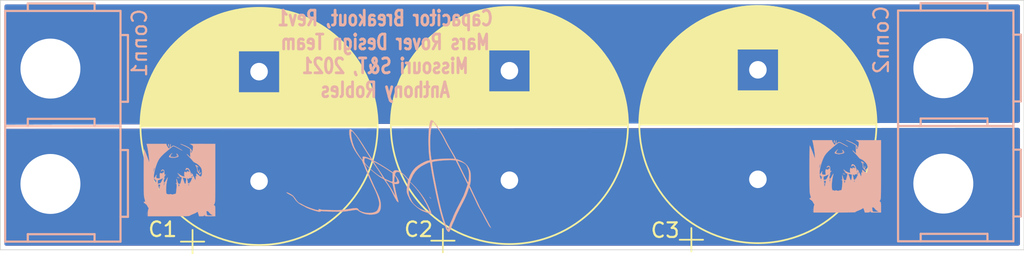
<source format=kicad_pcb>
(kicad_pcb (version 20171130) (host pcbnew "(5.1.4)-1")

  (general
    (thickness 1.6)
    (drawings 9)
    (tracks 0)
    (zones 0)
    (modules 8)
    (nets 3)
  )

  (page A4)
  (layers
    (0 F.Cu signal)
    (31 B.Cu signal)
    (32 B.Adhes user)
    (33 F.Adhes user)
    (34 B.Paste user)
    (35 F.Paste user)
    (36 B.SilkS user)
    (37 F.SilkS user)
    (38 B.Mask user)
    (39 F.Mask user)
    (40 Dwgs.User user)
    (41 Cmts.User user)
    (42 Eco1.User user)
    (43 Eco2.User user)
    (44 Edge.Cuts user)
    (45 Margin user)
    (46 B.CrtYd user)
    (47 F.CrtYd user)
    (48 B.Fab user)
    (49 F.Fab user)
  )

  (setup
    (last_trace_width 0.25)
    (trace_clearance 0.2)
    (zone_clearance 0.254)
    (zone_45_only no)
    (trace_min 0.2)
    (via_size 0.8)
    (via_drill 0.4)
    (via_min_size 0.4)
    (via_min_drill 0.3)
    (uvia_size 0.3)
    (uvia_drill 0.1)
    (uvias_allowed no)
    (uvia_min_size 0.2)
    (uvia_min_drill 0.1)
    (edge_width 0.05)
    (segment_width 0.2)
    (pcb_text_width 0.3)
    (pcb_text_size 1.5 1.5)
    (mod_edge_width 0.12)
    (mod_text_size 1 1)
    (mod_text_width 0.15)
    (pad_size 5.08 5.08)
    (pad_drill 4.104005)
    (pad_to_mask_clearance 0.051)
    (solder_mask_min_width 0.25)
    (aux_axis_origin 0 0)
    (visible_elements FFFFFF7F)
    (pcbplotparams
      (layerselection 0x010fc_ffffffff)
      (usegerberextensions false)
      (usegerberattributes false)
      (usegerberadvancedattributes false)
      (creategerberjobfile false)
      (excludeedgelayer true)
      (linewidth 0.100000)
      (plotframeref false)
      (viasonmask false)
      (mode 1)
      (useauxorigin false)
      (hpglpennumber 1)
      (hpglpenspeed 20)
      (hpglpendiameter 15.000000)
      (psnegative false)
      (psa4output false)
      (plotreference true)
      (plotvalue true)
      (plotinvisibletext false)
      (padsonsilk false)
      (subtractmaskfromsilk false)
      (outputformat 1)
      (mirror false)
      (drillshape 0)
      (scaleselection 1)
      (outputdirectory "../Manufacturing/Gerbs/"))
  )

  (net 0 "")
  (net 1 GND)
  (net 2 VS)

  (net_class Default "This is the default net class."
    (clearance 0.2)
    (trace_width 0.25)
    (via_dia 0.8)
    (via_drill 0.4)
    (uvia_dia 0.3)
    (uvia_drill 0.1)
    (add_net GND)
    (add_net VS)
  )

  (module "Anthony's Silkscreens:W" (layer B.Cu) (tedit 0) (tstamp 602BC742)
    (at 132.3975 92.3925)
    (fp_text reference G*** (at 0 0) (layer B.SilkS) hide
      (effects (font (size 1.524 1.524) (thickness 0.3)) (justify mirror))
    )
    (fp_text value LOGO (at 0.75 0) (layer B.SilkS) hide
      (effects (font (size 1.524 1.524) (thickness 0.3)) (justify mirror))
    )
    (fp_poly (pts (xy -1.400508 0.519012) (xy -1.398357 0.517048) (xy -1.377363 0.470275) (xy -1.378972 0.440848)
      (xy -1.389746 0.415112) (xy -1.394054 0.423373) (xy -1.404641 0.471668) (xy -1.413439 0.499573)
      (xy -1.420048 0.53004) (xy -1.400508 0.519012)) (layer B.SilkS) (width 0.01))
    (fp_poly (pts (xy -1.397 0.3683) (xy -1.4097 0.3556) (xy -1.4224 0.3683) (xy -1.4097 0.381)
      (xy -1.397 0.3683)) (layer B.SilkS) (width 0.01))
    (fp_poly (pts (xy -1.651 0.1397) (xy -1.6637 0.127) (xy -1.6764 0.1397) (xy -1.6637 0.1524)
      (xy -1.651 0.1397)) (layer B.SilkS) (width 0.01))
    (fp_poly (pts (xy -1.6256 0.0889) (xy -1.6383 0.0762) (xy -1.651 0.0889) (xy -1.6383 0.1016)
      (xy -1.6256 0.0889)) (layer B.SilkS) (width 0.01))
    (fp_poly (pts (xy -1.6256 0.0381) (xy -1.6383 0.0254) (xy -1.651 0.0381) (xy -1.6383 0.0508)
      (xy -1.6256 0.0381)) (layer B.SilkS) (width 0.01))
    (fp_poly (pts (xy 0.7112 0.1397) (xy 0.6985 0.127) (xy 0.6858 0.1397) (xy 0.6985 0.1524)
      (xy 0.7112 0.1397)) (layer B.SilkS) (width 0.01))
    (fp_poly (pts (xy -2.2098 2.3749) (xy -2.2225 2.3622) (xy -2.2352 2.3749) (xy -2.2225 2.3876)
      (xy -2.2098 2.3749)) (layer B.SilkS) (width 0.01))
    (fp_poly (pts (xy -2.2098 2.2479) (xy -2.2225 2.2352) (xy -2.2352 2.2479) (xy -2.2225 2.2606)
      (xy -2.2098 2.2479)) (layer B.SilkS) (width 0.01))
    (fp_poly (pts (xy 0.0127 -0.15597) (xy -0.0381 -0.1778) (xy -0.097441 -0.196596) (xy -0.127 -0.201025)
      (xy -0.152283 -0.198703) (xy -0.133433 -0.181997) (xy -0.127 -0.1778) (xy -0.069331 -0.15732)
      (xy -0.0381 -0.154574) (xy 0.0127 -0.15597)) (layer B.SilkS) (width 0.01))
    (fp_poly (pts (xy -0.033867 -0.287866) (xy -0.037354 -0.302966) (xy -0.0508 -0.3048) (xy -0.071708 -0.295506)
      (xy -0.067734 -0.287866) (xy -0.03759 -0.284826) (xy -0.033867 -0.287866)) (layer B.SilkS) (width 0.01))
    (fp_poly (pts (xy -1.1176 -0.5461) (xy -1.1303 -0.5588) (xy -1.143 -0.5461) (xy -1.1303 -0.5334)
      (xy -1.1176 -0.5461)) (layer B.SilkS) (width 0.01))
    (fp_poly (pts (xy 0.651933 -0.592666) (xy 0.654973 -0.62281) (xy 0.651933 -0.626533) (xy 0.636833 -0.623046)
      (xy 0.635 -0.6096) (xy 0.644293 -0.588692) (xy 0.651933 -0.592666)) (layer B.SilkS) (width 0.01))
    (fp_poly (pts (xy 1.450673 -0.442383) (xy 1.484962 -0.496655) (xy 1.498035 -0.537406) (xy 1.485 -0.543792)
      (xy 1.453824 -0.514582) (xy 1.448606 -0.508) (xy 1.409436 -0.466963) (xy 1.38011 -0.466134)
      (xy 1.36858 -0.475561) (xy 1.350264 -0.512847) (xy 1.365381 -0.567974) (xy 1.366513 -0.570479)
      (xy 1.381556 -0.655479) (xy 1.372514 -0.691818) (xy 1.356753 -0.726017) (xy 1.349966 -0.717598)
      (xy 1.34781 -0.668249) (xy 1.338481 -0.597617) (xy 1.318152 -0.569576) (xy 1.292722 -0.57881)
      (xy 1.268093 -0.620004) (xy 1.250164 -0.687842) (xy 1.2446 -0.761223) (xy 1.23379 -0.847256)
      (xy 1.2072 -0.924205) (xy 1.201438 -0.934343) (xy 1.158276 -1.0033) (xy 1.226738 -0.941816)
      (xy 1.281574 -0.900458) (xy 1.307115 -0.894922) (xy 1.297818 -0.920792) (xy 1.256741 -0.965724)
      (xy 1.205323 -1.004504) (xy 1.154048 -1.029498) (xy 1.115481 -1.037002) (xy 1.102187 -1.023309)
      (xy 1.107518 -1.009726) (xy 1.134418 -0.967184) (xy 1.173428 -0.90928) (xy 1.173772 -0.908782)
      (xy 1.21173 -0.812619) (xy 1.215842 -0.728128) (xy 1.21737 -0.656811) (xy 1.235995 -0.598302)
      (xy 1.279669 -0.532482) (xy 1.306408 -0.499023) (xy 1.402746 -0.381454) (xy 1.450673 -0.442383)) (layer B.SilkS) (width 0.01))
    (fp_poly (pts (xy -0.4318 -1.6129) (xy -0.4445 -1.6256) (xy -0.4572 -1.6129) (xy -0.4445 -1.6002)
      (xy -0.4318 -1.6129)) (layer B.SilkS) (width 0.01))
    (fp_poly (pts (xy -0.508 -1.6129) (xy -0.5207 -1.6256) (xy -0.5334 -1.6129) (xy -0.5207 -1.6002)
      (xy -0.508 -1.6129)) (layer B.SilkS) (width 0.01))
    (fp_poly (pts (xy -0.1778 -1.6637) (xy -0.1905 -1.6764) (xy -0.2032 -1.6637) (xy -0.1905 -1.651)
      (xy -0.1778 -1.6637)) (layer B.SilkS) (width 0.01))
    (fp_poly (pts (xy -0.5588 -1.6891) (xy -0.5715 -1.7018) (xy -0.5842 -1.6891) (xy -0.5715 -1.6764)
      (xy -0.5588 -1.6891)) (layer B.SilkS) (width 0.01))
    (fp_poly (pts (xy -0.324663 -1.544151) (xy -0.229983 -1.561328) (xy -0.145235 -1.583109) (xy -0.087884 -1.606121)
      (xy -0.077857 -1.6135) (xy -0.055163 -1.646612) (xy -0.062464 -1.686689) (xy -0.076852 -1.715717)
      (xy -0.120852 -1.774552) (xy -0.164095 -1.809525) (xy -0.1992 -1.825907) (xy -0.195377 -1.812794)
      (xy -0.181964 -1.795971) (xy -0.161204 -1.751736) (xy -0.164233 -1.728603) (xy -0.16145 -1.712943)
      (xy -0.14102 -1.717508) (xy -0.107582 -1.719413) (xy -0.109182 -1.689502) (xy -0.138267 -1.64286)
      (xy -0.154424 -1.63288) (xy -0.122906 -1.63288) (xy -0.116726 -1.647075) (xy -0.091151 -1.674343)
      (xy -0.076448 -1.668749) (xy -0.0762 -1.665199) (xy -0.094242 -1.643715) (xy -0.105525 -1.635874)
      (xy -0.122906 -1.63288) (xy -0.154424 -1.63288) (xy -0.17695 -1.618967) (xy -0.24559 -1.598727)
      (xy -0.330455 -1.583606) (xy -0.417812 -1.575067) (xy -0.49393 -1.574574) (xy -0.545075 -1.58359)
      (xy -0.5588 -1.598032) (xy -0.572488 -1.617598) (xy -0.581539 -1.614544) (xy -0.608798 -1.620807)
      (xy -0.617723 -1.635529) (xy -0.612892 -1.682553) (xy -0.579454 -1.745102) (xy -0.527528 -1.805827)
      (xy -0.509166 -1.821642) (xy -0.486625 -1.846667) (xy -0.491939 -1.853392) (xy -0.520767 -1.837218)
      (xy -0.571545 -1.794737) (xy -0.612589 -1.755588) (xy -0.681668 -1.67779) (xy -0.707772 -1.622801)
      (xy -0.690973 -1.586456) (xy -0.631345 -1.564589) (xy -0.61595 -1.56185) (xy -0.539919 -1.549147)
      (xy -0.479341 -1.538152) (xy -0.473963 -1.537079) (xy -0.411811 -1.534944) (xy -0.324663 -1.544151)) (layer B.SilkS) (width 0.01))
    (fp_poly (pts (xy -0.719925 -2.310132) (xy -0.711676 -2.363789) (xy -0.7112 -2.3861) (xy -0.712886 -2.456576)
      (xy -0.720226 -2.485014) (xy -0.736645 -2.480131) (xy -0.745067 -2.472266) (xy -0.759487 -2.432175)
      (xy -0.760691 -2.372188) (xy -0.749952 -2.318379) (xy -0.7366 -2.2987) (xy -0.719925 -2.310132)) (layer B.SilkS) (width 0.01))
    (fp_poly (pts (xy -0.387028 2.463457) (xy -0.099126 2.462404) (xy 0.141632 2.460606) (xy 0.337071 2.458027)
      (xy 0.489017 2.454632) (xy 0.599295 2.450387) (xy 0.669732 2.445256) (xy 0.702152 2.439204)
      (xy 0.70485 2.436265) (xy 0.723999 2.41552) (xy 0.780549 2.38408) (xy 0.863797 2.347587)
      (xy 0.898349 2.334258) (xy 1.001453 2.292957) (xy 1.094361 2.250703) (xy 1.160001 2.215372)
      (xy 1.16897 2.209394) (xy 1.219575 2.175438) (xy 1.24947 2.159229) (xy 1.250849 2.159)
      (xy 1.263341 2.181237) (xy 1.284912 2.239223) (xy 1.3081 2.3114) (xy 1.354243 2.4638)
      (xy 1.512223 2.4638) (xy 1.603536 2.461108) (xy 1.659193 2.450143) (xy 1.694185 2.426577)
      (xy 1.710069 2.406651) (xy 1.749935 2.3495) (xy 1.751267 2.40665) (xy 1.753404 2.429236)
      (xy 1.763826 2.444916) (xy 1.790399 2.454951) (xy 1.84099 2.4606) (xy 1.923466 2.463123)
      (xy 2.045695 2.463779) (xy 2.1082 2.4638) (xy 2.4638 2.4638) (xy 2.4638 2.11431)
      (xy 2.463267 1.973838) (xy 2.4609 1.875527) (xy 2.455539 1.810743) (xy 2.44603 1.770851)
      (xy 2.431213 1.747218) (xy 2.412691 1.732903) (xy 2.361583 1.700985) (xy 2.412691 1.600805)
      (xy 2.422051 1.581289) (xy 2.430193 1.559615) (xy 2.437202 1.532305) (xy 2.443162 1.49588)
      (xy 2.448159 1.44686) (xy 2.452277 1.381766) (xy 2.455601 1.29712) (xy 2.458216 1.189442)
      (xy 2.460207 1.055254) (xy 2.461659 0.891077) (xy 2.462656 0.69343) (xy 2.463284 0.458837)
      (xy 2.463627 0.183816) (xy 2.463771 -0.135109) (xy 2.4638 -0.494288) (xy 2.4638 -2.4892)
      (xy 0.7239 -2.486954) (xy 0.820432 -2.436012) (xy 0.88382 -2.396011) (xy 0.925407 -2.357688)
      (xy 0.931288 -2.347743) (xy 0.939884 -2.285733) (xy 0.935224 -2.196198) (xy 0.920295 -2.097066)
      (xy 0.898087 -2.006267) (xy 0.87159 -1.94173) (xy 0.861335 -1.928135) (xy 0.813556 -1.888035)
      (xy 0.786829 -1.890002) (xy 0.775893 -1.937259) (xy 0.7747 -1.9812) (xy 0.778927 -2.044839)
      (xy 0.789488 -2.080219) (xy 0.79375 -2.0828) (xy 0.808204 -2.061073) (xy 0.8128 -2.020799)
      (xy 0.822165 -1.967017) (xy 0.8382 -1.9431) (xy 0.856753 -1.952396) (xy 0.8636 -1.996333)
      (xy 0.83854 -2.075316) (xy 0.764117 -2.158946) (xy 0.641462 -2.246315) (xy 0.471706 -2.336517)
      (xy 0.396513 -2.370722) (xy 0.285413 -2.417693) (xy 0.188294 -2.455654) (xy 0.116269 -2.480455)
      (xy 0.082041 -2.488096) (xy 0.083576 -2.478985) (xy 0.124506 -2.455505) (xy 0.196945 -2.421866)
      (xy 0.2413 -2.403055) (xy 0.359392 -2.350841) (xy 0.481729 -2.291257) (xy 0.583781 -2.236308)
      (xy 0.592741 -2.231046) (xy 0.740983 -2.142974) (xy 0.745141 -1.859717) (xy 0.7493 -1.576461)
      (xy 0.62865 -1.695325) (xy 0.568504 -1.751199) (xy 0.525274 -1.784904) (xy 0.508022 -1.789412)
      (xy 0.508 -1.78895) (xy 0.525019 -1.76072) (xy 0.570383 -1.707356) (xy 0.635552 -1.638654)
      (xy 0.662165 -1.612104) (xy 0.748357 -1.523204) (xy 0.832888 -1.429155) (xy 0.899016 -1.348671)
      (xy 0.905079 -1.340598) (xy 0.988223 -1.248374) (xy 1.070963 -1.199775) (xy 1.082909 -1.196099)
      (xy 1.174287 -1.153923) (xy 1.277015 -1.080645) (xy 1.376895 -0.989074) (xy 1.459728 -0.892016)
      (xy 1.506458 -0.814031) (xy 1.536896 -0.718074) (xy 1.552741 -0.609038) (xy 1.554903 -0.498043)
      (xy 1.544295 -0.396209) (xy 1.521826 -0.314655) (xy 1.488409 -0.2645) (xy 1.460561 -0.254)
      (xy 1.421622 -0.270283) (xy 1.361673 -0.312389) (xy 1.311041 -0.3556) (xy 1.249487 -0.41)
      (xy 1.202914 -0.446871) (xy 1.184609 -0.4572) (xy 1.17056 -0.436255) (xy 1.16879 -0.387312)
      (xy 1.17758 -0.331202) (xy 1.195207 -0.288758) (xy 1.198879 -0.28448) (xy 1.216551 -0.259311)
      (xy 1.198879 -0.254) (xy 1.170293 -0.270608) (xy 1.1684 -0.2794) (xy 1.149071 -0.304061)
      (xy 1.143 -0.3048) (xy 1.129574 -0.281584) (xy 1.120436 -0.220578) (xy 1.1176 -0.14732)
      (xy 1.114526 -0.059998) (xy 1.10427 -0.02101) (xy 1.085278 -0.03057) (xy 1.055997 -0.088891)
      (xy 1.028272 -0.159579) (xy 0.989102 -0.251124) (xy 0.957893 -0.293147) (xy 0.934043 -0.286199)
      (xy 0.922427 -0.256555) (xy 0.891305 -0.213238) (xy 0.841587 -0.203294) (xy 0.7747 -0.203389)
      (xy 0.854478 -0.252036) (xy 0.922957 -0.299405) (xy 0.94759 -0.339225) (xy 0.930803 -0.384913)
      (xy 0.887769 -0.436236) (xy 0.840404 -0.486354) (xy 0.820046 -0.501083) (xy 0.819381 -0.482481)
      (xy 0.826011 -0.45362) (xy 0.829202 -0.39681) (xy 0.814858 -0.369571) (xy 0.795275 -0.378387)
      (xy 0.787488 -0.433878) (xy 0.7874 -0.443277) (xy 0.773475 -0.534702) (xy 0.737515 -0.636623)
      (xy 0.688236 -0.729703) (xy 0.634358 -0.794602) (xy 0.626187 -0.800873) (xy 0.582985 -0.82136)
      (xy 0.530535 -0.834826) (xy 0.484657 -0.839269) (xy 0.461169 -0.832681) (xy 0.465722 -0.821211)
      (xy 0.46427 -0.792012) (xy 0.4429 -0.760232) (xy 0.420496 -0.720493) (xy 0.427267 -0.701301)
      (xy 0.46097 -0.705517) (xy 0.482832 -0.724179) (xy 0.537284 -0.759317) (xy 0.5969 -0.747291)
      (xy 0.653897 -0.690058) (xy 0.660678 -0.67945) (xy 0.698823 -0.611926) (xy 0.707693 -0.577736)
      (xy 0.687732 -0.569012) (xy 0.66675 -0.571804) (xy 0.608945 -0.580449) (xy 0.58905 -0.582256)
      (xy 0.56651 -0.596067) (xy 0.568883 -0.605366) (xy 0.561561 -0.624249) (xy 0.547404 -0.626533)
      (xy 0.52318 -0.609379) (xy 0.524853 -0.595235) (xy 0.522708 -0.557681) (xy 0.488132 -0.54469)
      (xy 0.43493 -0.55978) (xy 0.420082 -0.56852) (xy 0.381089 -0.590992) (xy 0.3609 -0.584358)
      (xy 0.348457 -0.539921) (xy 0.342859 -0.507761) (xy 0.336068 -0.419258) (xy 0.341889 -0.335629)
      (xy 0.343513 -0.327408) (xy 0.361104 -0.247313) (xy 0.263102 -0.26546) (xy 0.189564 -0.290911)
      (xy 0.099955 -0.338147) (xy 0.032839 -0.383103) (xy -0.053622 -0.445496) (xy -0.103519 -0.475402)
      (xy -0.116207 -0.472814) (xy -0.091042 -0.437725) (xy -0.040926 -0.383893) (xy 0.015117 -0.319601)
      (xy 0.030366 -0.28286) (xy 0.021379 -0.273742) (xy 0.020754 -0.26006) (xy 0.05951 -0.2392)
      (xy 0.083533 -0.230454) (xy 0.148029 -0.201945) (xy 0.16922 -0.170724) (xy 0.16841 -0.164551)
      (xy 0.233016 -0.164551) (xy 0.249958 -0.174744) (xy 0.301834 -0.170207) (xy 0.332727 -0.165364)
      (xy 0.405188 -0.150316) (xy 0.455365 -0.133964) (xy 0.46467 -0.128345) (xy 0.468305 -0.105133)
      (xy 0.531828 -0.105133) (xy 0.534656 -0.145676) (xy 0.559234 -0.14351) (xy 0.593271 -0.1143)
      (xy 0.63602 -0.080874) (xy 0.65651 -0.083677) (xy 0.651728 -0.112961) (xy 0.654816 -0.136808)
      (xy 0.692854 -0.150756) (xy 0.75696 -0.157411) (xy 0.828463 -0.161471) (xy 0.874606 -0.163056)
      (xy 0.882941 -0.162691) (xy 0.87664 -0.140198) (xy 0.853969 -0.082732) (xy 0.819453 -0.001626)
      (xy 0.810295 0.019228) (xy 0.753613 0.132447) (xy 0.70504 0.196705) (xy 0.678595 0.212444)
      (xy 0.615883 0.215984) (xy 0.587041 0.182997) (xy 0.5842 0.156437) (xy 0.578034 0.107737)
      (xy 0.562265 0.031097) (xy 0.54982 -0.019864) (xy 0.531828 -0.105133) (xy 0.468305 -0.105133)
      (xy 0.469521 -0.097368) (xy 0.466785 -0.032433) (xy 0.458449 0.05053) (xy 0.446498 0.135589)
      (xy 0.43292 0.206814) (xy 0.419702 0.248273) (xy 0.417291 0.251575) (xy 0.394419 0.249686)
      (xy 0.364644 0.202956) (xy 0.326764 0.109261) (xy 0.310869 0.0635) (xy 0.280561 -0.024873)
      (xy 0.254211 -0.099094) (xy 0.240218 -0.136228) (xy 0.233016 -0.164551) (xy 0.16841 -0.164551)
      (xy 0.167347 -0.156455) (xy 0.155627 -0.111954) (xy 0.136332 -0.034028) (xy 0.113428 0.061279)
      (xy 0.111097 0.071127) (xy 0.087969 0.165352) (xy 0.069477 0.22009) (xy 0.048779 0.245342)
      (xy 0.019032 0.251106) (xy -0.01058 0.248927) (xy -0.053516 0.241005) (xy -0.081963 0.219843)
      (xy -0.104273 0.173782) (xy -0.128798 0.091162) (xy -0.131953 0.079477) (xy -0.162434 -0.025894)
      (xy -0.183755 -0.081724) (xy -0.195733 -0.087943) (xy -0.198185 -0.044481) (xy -0.190926 0.04873)
      (xy -0.190009 0.057503) (xy -0.181423 0.14779) (xy -0.18103 0.197563) (xy -0.190692 0.216716)
      (xy -0.212271 0.215139) (xy -0.219254 0.212836) (xy -0.251258 0.203155) (xy -0.243248 0.214253)
      (xy -0.218283 0.234094) (xy -0.194795 0.25771) (xy -0.184239 0.28514) (xy -0.067473 0.28514)
      (xy -0.035566 0.285266) (xy -0.003818 0.301904) (xy 0.015958 0.325114) (xy 0.013922 0.334434)
      (xy 0.6096 0.334434) (xy 0.625556 0.288847) (xy 0.65081 0.2794) (xy 0.677836 0.285272)
      (xy 0.66716 0.311492) (xy 0.657997 0.32385) (xy 0.62781 0.363771) (xy 0.616787 0.378884)
      (xy 0.611176 0.36641) (xy 0.6096 0.334434) (xy 0.013922 0.334434) (xy 0.009298 0.3556)
      (xy 0.381 0.3556) (xy 0.390293 0.334693) (xy 0.397933 0.338667) (xy 0.400973 0.368811)
      (xy 0.397933 0.372534) (xy 0.382833 0.369047) (xy 0.381 0.3556) (xy 0.009298 0.3556)
      (xy 0.007571 0.363501) (xy -0.009151 0.396765) (xy -0.03589 0.442324) (xy -0.047173 0.445313)
      (xy -0.049784 0.414828) (xy -0.05771 0.350147) (xy -0.066218 0.319578) (xy -0.067473 0.28514)
      (xy -0.184239 0.28514) (xy -0.182082 0.290745) (xy -0.17866 0.345132) (xy -0.183046 0.432802)
      (xy -0.187081 0.485161) (xy -0.200541 0.64702) (xy -0.21207 0.7651) (xy -0.223438 0.846285)
      (xy -0.236413 0.897462) (xy -0.252763 0.925517) (xy -0.274256 0.937334) (xy -0.302661 0.939799)
      (xy -0.303839 0.939801) (xy -0.361005 0.945674) (xy -0.389985 0.957251) (xy -0.435637 0.975867)
      (xy -0.498708 0.977832) (xy -0.548336 0.962288) (xy -0.549123 0.961679) (xy -0.602847 0.946309)
      (xy -0.672069 0.958055) (xy -0.70485 0.973784) (xy -0.732576 0.978061) (xy -0.7366 0.968268)
      (xy -0.758332 0.951353) (xy -0.805499 0.947719) (xy -0.846983 0.946281) (xy -0.870958 0.926374)
      (xy -0.886483 0.875696) (xy -0.895494 0.8255) (xy -0.90744 0.681605) (xy -0.903545 0.502802)
      (xy -0.885078 0.302015) (xy -0.853303 0.092169) (xy -0.809488 -0.113812) (xy -0.799656 -0.1524)
      (xy -0.794018 -0.189956) (xy -0.80857 -0.181841) (xy -0.842788 -0.12877) (xy -0.896145 -0.031454)
      (xy -0.9142 0.003154) (xy -0.972062 0.103876) (xy -1.016166 0.155717) (xy -1.046545 0.158689)
      (xy -1.063237 0.112802) (xy -1.0668 0.049206) (xy -1.060641 -0.038893) (xy -1.040919 -0.084484)
      (xy -1.0287 -0.092414) (xy -0.9951 -0.116908) (xy -0.9906 -0.12892) (xy -1.009738 -0.13955)
      (xy -1.034982 -0.133775) (xy -1.062257 -0.126194) (xy -1.061461 -0.141374) (xy -1.032347 -0.188499)
      (xy -1.00846 -0.231071) (xy -1.009287 -0.244914) (xy -1.013075 -0.243108) (xy -1.03037 -0.244097)
      (xy -1.025692 -0.26538) (xy -1.004062 -0.299713) (xy -0.993993 -0.3048) (xy -0.970006 -0.324036)
      (xy -0.942923 -0.36195) (xy -0.922954 -0.398362) (xy -0.931422 -0.396858) (xy -0.941893 -0.38735)
      (xy -0.981528 -0.359328) (xy -1.004733 -0.371006) (xy -1.01498 -0.426528) (xy -1.016347 -0.47625)
      (xy -1.021824 -0.592767) (xy -1.039676 -0.668139) (xy -1.073248 -0.71121) (xy -1.111437 -0.72781)
      (xy -1.169213 -0.72848) (xy -1.216335 -0.689455) (xy -1.220964 -0.683461) (xy -1.252433 -0.631989)
      (xy -1.250425 -0.611495) (xy -1.217907 -0.627201) (xy -1.198306 -0.643622) (xy -1.139389 -0.681386)
      (xy -1.094284 -0.671928) (xy -1.067694 -0.636669) (xy -1.045604 -0.584329) (xy -1.054109 -0.548482)
      (xy -1.099966 -0.51394) (xy -1.12965 -0.497426) (xy -1.191914 -0.468649) (xy -1.231345 -0.46707)
      (xy -1.258586 -0.483667) (xy -1.300917 -0.500663) (xy -1.328404 -0.469344) (xy -1.340921 -0.390013)
      (xy -1.339736 -0.28575) (xy -1.331093 -0.127) (xy -1.441065 -0.127) (xy -1.514326 -0.131871)
      (xy -1.553606 -0.151209) (xy -1.572377 -0.18415) (xy -1.580356 -0.254311) (xy -1.570848 -0.301972)
      (xy -1.555501 -0.357774) (xy -1.562988 -0.372805) (xy -1.587106 -0.347979) (xy -1.616516 -0.295244)
      (xy -1.648662 -0.237228) (xy -1.675045 -0.205326) (xy -1.680308 -0.2032) (xy -1.689703 -0.184161)
      (xy -1.684256 -0.161634) (xy -1.682563 -0.131152) (xy -1.704103 -0.131858) (xy -1.732367 -0.166724)
      (xy -1.743545 -0.242461) (xy -1.738744 -0.35251) (xy -1.719073 -0.490311) (xy -1.685639 -0.649307)
      (xy -1.639549 -0.822936) (xy -1.581911 -1.00464) (xy -1.534833 -1.134308) (xy -1.479443 -1.267601)
      (xy -1.419121 -1.38596) (xy -1.348101 -1.496364) (xy -1.260616 -1.605792) (xy -1.1509 -1.721223)
      (xy -1.013187 -1.849635) (xy -0.841709 -1.998007) (xy -0.7747 -2.054232) (xy -0.649342 -2.158785)
      (xy -0.556312 -2.234776) (xy -0.488588 -2.285772) (xy -0.439151 -2.31534) (xy -0.400979 -2.327049)
      (xy -0.367051 -2.324466) (xy -0.330347 -2.311157) (xy -0.297604 -2.296649) (xy -0.223447 -2.260735)
      (xy -0.125044 -2.208731) (xy -0.02161 -2.150847) (xy -0.004252 -2.140773) (xy 0.094911 -2.084285)
      (xy 0.163884 -2.047899) (xy 0.199322 -2.032995) (xy 0.197879 -2.040955) (xy 0.156211 -2.073162)
      (xy 0.151701 -2.07636) (xy 0.053549 -2.139172) (xy -0.09004 -2.220975) (xy -0.25499 -2.309225)
      (xy -0.34485 -2.35155) (xy -0.410125 -2.363971) (xy -0.468658 -2.344524) (xy -0.538288 -2.291247)
      (xy -0.555316 -2.276181) (xy -0.615332 -2.2225) (xy -0.597383 -2.35585) (xy -0.588477 -2.443232)
      (xy -0.590411 -2.482569) (xy -0.601031 -2.474927) (xy -0.618182 -2.421371) (xy -0.637149 -2.336181)
      (xy -0.656015 -2.253632) (xy -0.674693 -2.193384) (xy -0.686997 -2.17096) (xy -0.713927 -2.180979)
      (xy -0.755384 -2.222751) (xy -0.801696 -2.283362) (xy -0.843194 -2.349898) (xy -0.870206 -2.409446)
      (xy -0.873011 -2.41935) (xy -0.889968 -2.4892) (xy -2.240708 -2.4892) (xy -2.223147 -2.41935)
      (xy -2.192571 -2.285848) (xy -2.162748 -2.134185) (xy -2.13476 -1.972588) (xy -2.109691 -1.809281)
      (xy -2.088623 -1.652492) (xy -2.072641 -1.510446) (xy -2.062826 -1.391369) (xy -2.060263 -1.303489)
      (xy -2.066034 -1.25503) (xy -2.069152 -1.249781) (xy -2.080687 -1.257937) (xy -2.0828 -1.278285)
      (xy -2.091834 -1.314807) (xy -2.116393 -1.388394) (xy -2.152663 -1.489137) (xy -2.196829 -1.607127)
      (xy -2.245078 -1.732454) (xy -2.293597 -1.855209) (xy -2.33857 -1.965482) (xy -2.376184 -2.053364)
      (xy -2.402222 -2.1082) (xy -2.409217 -2.115064) (xy -2.415223 -2.105535) (xy -2.420313 -2.076349)
      (xy -2.424561 -2.02424) (xy -2.428039 -1.945946) (xy -2.430821 -1.838202) (xy -2.432979 -1.697745)
      (xy -2.434588 -1.52131) (xy -2.43572 -1.305633) (xy -2.436448 -1.047451) (xy -2.436845 -0.743499)
      (xy -2.436941 -0.570949) (xy -1.771602 -0.570949) (xy -1.768052 -0.618696) (xy -1.767701 -0.6223)
      (xy -1.756018 -0.694954) (xy -1.737491 -0.766287) (xy -1.71657 -0.823785) (xy -1.697702 -0.854931)
      (xy -1.686437 -0.8509) (xy -1.68903 -0.815023) (xy -1.705076 -0.746966) (xy -1.727394 -0.6731)
      (xy -1.753853 -0.594899) (xy -1.767729 -0.561933) (xy -1.771602 -0.570949) (xy -2.436941 -0.570949)
      (xy -2.436948 -0.5588) (xy -2.436998 -0.231016) (xy -2.436915 -0.1016) (xy -1.737383 -0.1016)
      (xy -1.711987 -0.093858) (xy -1.691178 -0.086182) (xy -1.656143 -0.054621) (xy -1.651 -0.035382)
      (xy -1.629987 -0.00612) (xy -1.603194 0) (xy -1.574037 0.004395) (xy -1.573546 0.006194)
      (xy -1.4732 0.006194) (xy -1.320261 -0.051001) (xy -1.239019 -0.08386) (xy -1.178555 -0.112929)
      (xy -1.153662 -0.130298) (xy -1.124 -0.152025) (xy -1.120124 -0.1524) (xy -1.121467 -0.131723)
      (xy -1.142464 -0.0767) (xy -1.178921 0.002162) (xy -1.193158 0.030695) (xy -1.241065 0.122091)
      (xy -1.276757 0.177417) (xy -1.309776 0.206506) (xy -1.349661 0.219193) (xy -1.379636 0.222906)
      (xy -1.4732 0.232022) (xy -1.4732 0.006194) (xy -1.573546 0.006194) (xy -1.567989 0.026554)
      (xy -1.58292 0.079944) (xy -1.588132 0.09525) (xy -1.620707 0.166052) (xy -1.651874 0.186327)
      (xy -1.68097 0.156344) (xy -1.707328 0.07637) (xy -1.714248 0.04445) (xy -1.728844 -0.033311)
      (xy -1.737005 -0.086287) (xy -1.737383 -0.1016) (xy -2.436915 -0.1016) (xy -2.436816 0.050106)
      (xy -2.43629 0.288703) (xy -2.436288 0.28924) (xy -1.667669 0.28924) (xy -1.6637 0.2794)
      (xy -1.640876 0.255169) (xy -1.636801 0.254) (xy -1.625892 0.273652) (xy -1.6256 0.2794)
      (xy -1.632368 0.287867) (xy -1.065806 0.287867) (xy -1.05751 0.228723) (xy -1.036083 0.196506)
      (xy -1.03505 0.196095) (xy -1.004685 0.189334) (xy -0.998625 0.205956) (xy -1.016017 0.255451)
      (xy -1.027316 0.281907) (xy -1.064812 0.3683) (xy -1.065806 0.287867) (xy -1.632368 0.287867)
      (xy -1.635753 0.2921) (xy -1.451639 0.2921) (xy -1.372175 0.289328) (xy -1.317219 0.294887)
      (xy -1.303464 0.314587) (xy -1.303517 0.314728) (xy -1.314317 0.353276) (xy -1.33133 0.424596)
      (xy -1.346981 0.4953) (xy -1.371198 0.594241) (xy -1.392523 0.655187) (xy -1.409014 0.674526)
      (xy -1.418727 0.648641) (xy -1.420043 0.631202) (xy -1.42418 0.572037) (xy -1.4318 0.486197)
      (xy -1.437191 0.4318) (xy -1.451639 0.2921) (xy -1.635753 0.2921) (xy -1.645127 0.303824)
      (xy -1.6525 0.3048) (xy -1.667669 0.28924) (xy -2.436288 0.28924) (xy -2.435307 0.488914)
      (xy -2.433753 0.654877) (xy -2.431515 0.790729) (xy -2.42848 0.900608) (xy -2.424534 0.988652)
      (xy -2.419565 1.058999) (xy -2.413459 1.115787) (xy -2.406103 1.163153) (xy -2.397384 1.205235)
      (xy -2.387601 1.2446) (xy -2.359812 1.351511) (xy -2.344577 1.418511) (xy -2.341894 1.454916)
      (xy -2.351764 1.470041) (xy -2.374187 1.473201) (xy -2.3876 1.4732) (xy -2.430679 1.485562)
      (xy -2.434444 1.516728) (xy -2.402179 1.557826) (xy -2.341508 1.597799) (xy -2.2473 1.67113)
      (xy -2.197885 1.750861) (xy -2.162122 1.820566) (xy -2.12833 1.871417) (xy -2.118904 1.881257)
      (xy -2.100805 1.909573) (xy -2.107782 1.955237) (xy -2.122828 1.994595) (xy -2.141728 2.066781)
      (xy -2.152809 2.154533) (xy 1.85714 2.154533) (xy 1.862002 2.120075) (xy 1.885769 2.109074)
      (xy 1.911361 2.1082) (xy 1.968717 2.126588) (xy 2.027603 2.186109) (xy 2.043404 2.207931)
      (xy 2.105353 2.278968) (xy 2.176969 2.336372) (xy 2.199258 2.348822) (xy 2.255136 2.378062)
      (xy 2.284631 2.398807) (xy 2.286 2.401492) (xy 2.262686 2.407029) (xy 2.201082 2.411107)
      (xy 2.113693 2.412961) (xy 2.098217 2.413) (xy 1.997086 2.411799) (xy 1.935023 2.40189)
      (xy 1.900305 2.373815) (xy 1.881205 2.318118) (xy 1.866059 2.225748) (xy 1.85714 2.154533)
      (xy -2.152809 2.154533) (xy -2.154661 2.169197) (xy -2.159001 2.272485) (xy -2.159 2.4638)
      (xy -0.7239 2.4638) (xy -0.387028 2.463457)) (layer B.SilkS) (width 0.01))
  )

  (module "Anthony's Silkscreens:W" (layer B.Cu) (tedit 0) (tstamp 602BC6E5)
    (at 177.9905 92.1385)
    (fp_text reference G*** (at 0 0) (layer B.SilkS) hide
      (effects (font (size 1.524 1.524) (thickness 0.3)) (justify mirror))
    )
    (fp_text value LOGO (at 0.75 0) (layer B.SilkS) hide
      (effects (font (size 1.524 1.524) (thickness 0.3)) (justify mirror))
    )
    (fp_poly (pts (xy -1.400508 0.519012) (xy -1.398357 0.517048) (xy -1.377363 0.470275) (xy -1.378972 0.440848)
      (xy -1.389746 0.415112) (xy -1.394054 0.423373) (xy -1.404641 0.471668) (xy -1.413439 0.499573)
      (xy -1.420048 0.53004) (xy -1.400508 0.519012)) (layer B.SilkS) (width 0.01))
    (fp_poly (pts (xy -1.397 0.3683) (xy -1.4097 0.3556) (xy -1.4224 0.3683) (xy -1.4097 0.381)
      (xy -1.397 0.3683)) (layer B.SilkS) (width 0.01))
    (fp_poly (pts (xy -1.651 0.1397) (xy -1.6637 0.127) (xy -1.6764 0.1397) (xy -1.6637 0.1524)
      (xy -1.651 0.1397)) (layer B.SilkS) (width 0.01))
    (fp_poly (pts (xy -1.6256 0.0889) (xy -1.6383 0.0762) (xy -1.651 0.0889) (xy -1.6383 0.1016)
      (xy -1.6256 0.0889)) (layer B.SilkS) (width 0.01))
    (fp_poly (pts (xy -1.6256 0.0381) (xy -1.6383 0.0254) (xy -1.651 0.0381) (xy -1.6383 0.0508)
      (xy -1.6256 0.0381)) (layer B.SilkS) (width 0.01))
    (fp_poly (pts (xy 0.7112 0.1397) (xy 0.6985 0.127) (xy 0.6858 0.1397) (xy 0.6985 0.1524)
      (xy 0.7112 0.1397)) (layer B.SilkS) (width 0.01))
    (fp_poly (pts (xy -2.2098 2.3749) (xy -2.2225 2.3622) (xy -2.2352 2.3749) (xy -2.2225 2.3876)
      (xy -2.2098 2.3749)) (layer B.SilkS) (width 0.01))
    (fp_poly (pts (xy -2.2098 2.2479) (xy -2.2225 2.2352) (xy -2.2352 2.2479) (xy -2.2225 2.2606)
      (xy -2.2098 2.2479)) (layer B.SilkS) (width 0.01))
    (fp_poly (pts (xy 0.0127 -0.15597) (xy -0.0381 -0.1778) (xy -0.097441 -0.196596) (xy -0.127 -0.201025)
      (xy -0.152283 -0.198703) (xy -0.133433 -0.181997) (xy -0.127 -0.1778) (xy -0.069331 -0.15732)
      (xy -0.0381 -0.154574) (xy 0.0127 -0.15597)) (layer B.SilkS) (width 0.01))
    (fp_poly (pts (xy -0.033867 -0.287866) (xy -0.037354 -0.302966) (xy -0.0508 -0.3048) (xy -0.071708 -0.295506)
      (xy -0.067734 -0.287866) (xy -0.03759 -0.284826) (xy -0.033867 -0.287866)) (layer B.SilkS) (width 0.01))
    (fp_poly (pts (xy -1.1176 -0.5461) (xy -1.1303 -0.5588) (xy -1.143 -0.5461) (xy -1.1303 -0.5334)
      (xy -1.1176 -0.5461)) (layer B.SilkS) (width 0.01))
    (fp_poly (pts (xy 0.651933 -0.592666) (xy 0.654973 -0.62281) (xy 0.651933 -0.626533) (xy 0.636833 -0.623046)
      (xy 0.635 -0.6096) (xy 0.644293 -0.588692) (xy 0.651933 -0.592666)) (layer B.SilkS) (width 0.01))
    (fp_poly (pts (xy 1.450673 -0.442383) (xy 1.484962 -0.496655) (xy 1.498035 -0.537406) (xy 1.485 -0.543792)
      (xy 1.453824 -0.514582) (xy 1.448606 -0.508) (xy 1.409436 -0.466963) (xy 1.38011 -0.466134)
      (xy 1.36858 -0.475561) (xy 1.350264 -0.512847) (xy 1.365381 -0.567974) (xy 1.366513 -0.570479)
      (xy 1.381556 -0.655479) (xy 1.372514 -0.691818) (xy 1.356753 -0.726017) (xy 1.349966 -0.717598)
      (xy 1.34781 -0.668249) (xy 1.338481 -0.597617) (xy 1.318152 -0.569576) (xy 1.292722 -0.57881)
      (xy 1.268093 -0.620004) (xy 1.250164 -0.687842) (xy 1.2446 -0.761223) (xy 1.23379 -0.847256)
      (xy 1.2072 -0.924205) (xy 1.201438 -0.934343) (xy 1.158276 -1.0033) (xy 1.226738 -0.941816)
      (xy 1.281574 -0.900458) (xy 1.307115 -0.894922) (xy 1.297818 -0.920792) (xy 1.256741 -0.965724)
      (xy 1.205323 -1.004504) (xy 1.154048 -1.029498) (xy 1.115481 -1.037002) (xy 1.102187 -1.023309)
      (xy 1.107518 -1.009726) (xy 1.134418 -0.967184) (xy 1.173428 -0.90928) (xy 1.173772 -0.908782)
      (xy 1.21173 -0.812619) (xy 1.215842 -0.728128) (xy 1.21737 -0.656811) (xy 1.235995 -0.598302)
      (xy 1.279669 -0.532482) (xy 1.306408 -0.499023) (xy 1.402746 -0.381454) (xy 1.450673 -0.442383)) (layer B.SilkS) (width 0.01))
    (fp_poly (pts (xy -0.4318 -1.6129) (xy -0.4445 -1.6256) (xy -0.4572 -1.6129) (xy -0.4445 -1.6002)
      (xy -0.4318 -1.6129)) (layer B.SilkS) (width 0.01))
    (fp_poly (pts (xy -0.508 -1.6129) (xy -0.5207 -1.6256) (xy -0.5334 -1.6129) (xy -0.5207 -1.6002)
      (xy -0.508 -1.6129)) (layer B.SilkS) (width 0.01))
    (fp_poly (pts (xy -0.1778 -1.6637) (xy -0.1905 -1.6764) (xy -0.2032 -1.6637) (xy -0.1905 -1.651)
      (xy -0.1778 -1.6637)) (layer B.SilkS) (width 0.01))
    (fp_poly (pts (xy -0.5588 -1.6891) (xy -0.5715 -1.7018) (xy -0.5842 -1.6891) (xy -0.5715 -1.6764)
      (xy -0.5588 -1.6891)) (layer B.SilkS) (width 0.01))
    (fp_poly (pts (xy -0.324663 -1.544151) (xy -0.229983 -1.561328) (xy -0.145235 -1.583109) (xy -0.087884 -1.606121)
      (xy -0.077857 -1.6135) (xy -0.055163 -1.646612) (xy -0.062464 -1.686689) (xy -0.076852 -1.715717)
      (xy -0.120852 -1.774552) (xy -0.164095 -1.809525) (xy -0.1992 -1.825907) (xy -0.195377 -1.812794)
      (xy -0.181964 -1.795971) (xy -0.161204 -1.751736) (xy -0.164233 -1.728603) (xy -0.16145 -1.712943)
      (xy -0.14102 -1.717508) (xy -0.107582 -1.719413) (xy -0.109182 -1.689502) (xy -0.138267 -1.64286)
      (xy -0.154424 -1.63288) (xy -0.122906 -1.63288) (xy -0.116726 -1.647075) (xy -0.091151 -1.674343)
      (xy -0.076448 -1.668749) (xy -0.0762 -1.665199) (xy -0.094242 -1.643715) (xy -0.105525 -1.635874)
      (xy -0.122906 -1.63288) (xy -0.154424 -1.63288) (xy -0.17695 -1.618967) (xy -0.24559 -1.598727)
      (xy -0.330455 -1.583606) (xy -0.417812 -1.575067) (xy -0.49393 -1.574574) (xy -0.545075 -1.58359)
      (xy -0.5588 -1.598032) (xy -0.572488 -1.617598) (xy -0.581539 -1.614544) (xy -0.608798 -1.620807)
      (xy -0.617723 -1.635529) (xy -0.612892 -1.682553) (xy -0.579454 -1.745102) (xy -0.527528 -1.805827)
      (xy -0.509166 -1.821642) (xy -0.486625 -1.846667) (xy -0.491939 -1.853392) (xy -0.520767 -1.837218)
      (xy -0.571545 -1.794737) (xy -0.612589 -1.755588) (xy -0.681668 -1.67779) (xy -0.707772 -1.622801)
      (xy -0.690973 -1.586456) (xy -0.631345 -1.564589) (xy -0.61595 -1.56185) (xy -0.539919 -1.549147)
      (xy -0.479341 -1.538152) (xy -0.473963 -1.537079) (xy -0.411811 -1.534944) (xy -0.324663 -1.544151)) (layer B.SilkS) (width 0.01))
    (fp_poly (pts (xy -0.719925 -2.310132) (xy -0.711676 -2.363789) (xy -0.7112 -2.3861) (xy -0.712886 -2.456576)
      (xy -0.720226 -2.485014) (xy -0.736645 -2.480131) (xy -0.745067 -2.472266) (xy -0.759487 -2.432175)
      (xy -0.760691 -2.372188) (xy -0.749952 -2.318379) (xy -0.7366 -2.2987) (xy -0.719925 -2.310132)) (layer B.SilkS) (width 0.01))
    (fp_poly (pts (xy -0.387028 2.463457) (xy -0.099126 2.462404) (xy 0.141632 2.460606) (xy 0.337071 2.458027)
      (xy 0.489017 2.454632) (xy 0.599295 2.450387) (xy 0.669732 2.445256) (xy 0.702152 2.439204)
      (xy 0.70485 2.436265) (xy 0.723999 2.41552) (xy 0.780549 2.38408) (xy 0.863797 2.347587)
      (xy 0.898349 2.334258) (xy 1.001453 2.292957) (xy 1.094361 2.250703) (xy 1.160001 2.215372)
      (xy 1.16897 2.209394) (xy 1.219575 2.175438) (xy 1.24947 2.159229) (xy 1.250849 2.159)
      (xy 1.263341 2.181237) (xy 1.284912 2.239223) (xy 1.3081 2.3114) (xy 1.354243 2.4638)
      (xy 1.512223 2.4638) (xy 1.603536 2.461108) (xy 1.659193 2.450143) (xy 1.694185 2.426577)
      (xy 1.710069 2.406651) (xy 1.749935 2.3495) (xy 1.751267 2.40665) (xy 1.753404 2.429236)
      (xy 1.763826 2.444916) (xy 1.790399 2.454951) (xy 1.84099 2.4606) (xy 1.923466 2.463123)
      (xy 2.045695 2.463779) (xy 2.1082 2.4638) (xy 2.4638 2.4638) (xy 2.4638 2.11431)
      (xy 2.463267 1.973838) (xy 2.4609 1.875527) (xy 2.455539 1.810743) (xy 2.44603 1.770851)
      (xy 2.431213 1.747218) (xy 2.412691 1.732903) (xy 2.361583 1.700985) (xy 2.412691 1.600805)
      (xy 2.422051 1.581289) (xy 2.430193 1.559615) (xy 2.437202 1.532305) (xy 2.443162 1.49588)
      (xy 2.448159 1.44686) (xy 2.452277 1.381766) (xy 2.455601 1.29712) (xy 2.458216 1.189442)
      (xy 2.460207 1.055254) (xy 2.461659 0.891077) (xy 2.462656 0.69343) (xy 2.463284 0.458837)
      (xy 2.463627 0.183816) (xy 2.463771 -0.135109) (xy 2.4638 -0.494288) (xy 2.4638 -2.4892)
      (xy 0.7239 -2.486954) (xy 0.820432 -2.436012) (xy 0.88382 -2.396011) (xy 0.925407 -2.357688)
      (xy 0.931288 -2.347743) (xy 0.939884 -2.285733) (xy 0.935224 -2.196198) (xy 0.920295 -2.097066)
      (xy 0.898087 -2.006267) (xy 0.87159 -1.94173) (xy 0.861335 -1.928135) (xy 0.813556 -1.888035)
      (xy 0.786829 -1.890002) (xy 0.775893 -1.937259) (xy 0.7747 -1.9812) (xy 0.778927 -2.044839)
      (xy 0.789488 -2.080219) (xy 0.79375 -2.0828) (xy 0.808204 -2.061073) (xy 0.8128 -2.020799)
      (xy 0.822165 -1.967017) (xy 0.8382 -1.9431) (xy 0.856753 -1.952396) (xy 0.8636 -1.996333)
      (xy 0.83854 -2.075316) (xy 0.764117 -2.158946) (xy 0.641462 -2.246315) (xy 0.471706 -2.336517)
      (xy 0.396513 -2.370722) (xy 0.285413 -2.417693) (xy 0.188294 -2.455654) (xy 0.116269 -2.480455)
      (xy 0.082041 -2.488096) (xy 0.083576 -2.478985) (xy 0.124506 -2.455505) (xy 0.196945 -2.421866)
      (xy 0.2413 -2.403055) (xy 0.359392 -2.350841) (xy 0.481729 -2.291257) (xy 0.583781 -2.236308)
      (xy 0.592741 -2.231046) (xy 0.740983 -2.142974) (xy 0.745141 -1.859717) (xy 0.7493 -1.576461)
      (xy 0.62865 -1.695325) (xy 0.568504 -1.751199) (xy 0.525274 -1.784904) (xy 0.508022 -1.789412)
      (xy 0.508 -1.78895) (xy 0.525019 -1.76072) (xy 0.570383 -1.707356) (xy 0.635552 -1.638654)
      (xy 0.662165 -1.612104) (xy 0.748357 -1.523204) (xy 0.832888 -1.429155) (xy 0.899016 -1.348671)
      (xy 0.905079 -1.340598) (xy 0.988223 -1.248374) (xy 1.070963 -1.199775) (xy 1.082909 -1.196099)
      (xy 1.174287 -1.153923) (xy 1.277015 -1.080645) (xy 1.376895 -0.989074) (xy 1.459728 -0.892016)
      (xy 1.506458 -0.814031) (xy 1.536896 -0.718074) (xy 1.552741 -0.609038) (xy 1.554903 -0.498043)
      (xy 1.544295 -0.396209) (xy 1.521826 -0.314655) (xy 1.488409 -0.2645) (xy 1.460561 -0.254)
      (xy 1.421622 -0.270283) (xy 1.361673 -0.312389) (xy 1.311041 -0.3556) (xy 1.249487 -0.41)
      (xy 1.202914 -0.446871) (xy 1.184609 -0.4572) (xy 1.17056 -0.436255) (xy 1.16879 -0.387312)
      (xy 1.17758 -0.331202) (xy 1.195207 -0.288758) (xy 1.198879 -0.28448) (xy 1.216551 -0.259311)
      (xy 1.198879 -0.254) (xy 1.170293 -0.270608) (xy 1.1684 -0.2794) (xy 1.149071 -0.304061)
      (xy 1.143 -0.3048) (xy 1.129574 -0.281584) (xy 1.120436 -0.220578) (xy 1.1176 -0.14732)
      (xy 1.114526 -0.059998) (xy 1.10427 -0.02101) (xy 1.085278 -0.03057) (xy 1.055997 -0.088891)
      (xy 1.028272 -0.159579) (xy 0.989102 -0.251124) (xy 0.957893 -0.293147) (xy 0.934043 -0.286199)
      (xy 0.922427 -0.256555) (xy 0.891305 -0.213238) (xy 0.841587 -0.203294) (xy 0.7747 -0.203389)
      (xy 0.854478 -0.252036) (xy 0.922957 -0.299405) (xy 0.94759 -0.339225) (xy 0.930803 -0.384913)
      (xy 0.887769 -0.436236) (xy 0.840404 -0.486354) (xy 0.820046 -0.501083) (xy 0.819381 -0.482481)
      (xy 0.826011 -0.45362) (xy 0.829202 -0.39681) (xy 0.814858 -0.369571) (xy 0.795275 -0.378387)
      (xy 0.787488 -0.433878) (xy 0.7874 -0.443277) (xy 0.773475 -0.534702) (xy 0.737515 -0.636623)
      (xy 0.688236 -0.729703) (xy 0.634358 -0.794602) (xy 0.626187 -0.800873) (xy 0.582985 -0.82136)
      (xy 0.530535 -0.834826) (xy 0.484657 -0.839269) (xy 0.461169 -0.832681) (xy 0.465722 -0.821211)
      (xy 0.46427 -0.792012) (xy 0.4429 -0.760232) (xy 0.420496 -0.720493) (xy 0.427267 -0.701301)
      (xy 0.46097 -0.705517) (xy 0.482832 -0.724179) (xy 0.537284 -0.759317) (xy 0.5969 -0.747291)
      (xy 0.653897 -0.690058) (xy 0.660678 -0.67945) (xy 0.698823 -0.611926) (xy 0.707693 -0.577736)
      (xy 0.687732 -0.569012) (xy 0.66675 -0.571804) (xy 0.608945 -0.580449) (xy 0.58905 -0.582256)
      (xy 0.56651 -0.596067) (xy 0.568883 -0.605366) (xy 0.561561 -0.624249) (xy 0.547404 -0.626533)
      (xy 0.52318 -0.609379) (xy 0.524853 -0.595235) (xy 0.522708 -0.557681) (xy 0.488132 -0.54469)
      (xy 0.43493 -0.55978) (xy 0.420082 -0.56852) (xy 0.381089 -0.590992) (xy 0.3609 -0.584358)
      (xy 0.348457 -0.539921) (xy 0.342859 -0.507761) (xy 0.336068 -0.419258) (xy 0.341889 -0.335629)
      (xy 0.343513 -0.327408) (xy 0.361104 -0.247313) (xy 0.263102 -0.26546) (xy 0.189564 -0.290911)
      (xy 0.099955 -0.338147) (xy 0.032839 -0.383103) (xy -0.053622 -0.445496) (xy -0.103519 -0.475402)
      (xy -0.116207 -0.472814) (xy -0.091042 -0.437725) (xy -0.040926 -0.383893) (xy 0.015117 -0.319601)
      (xy 0.030366 -0.28286) (xy 0.021379 -0.273742) (xy 0.020754 -0.26006) (xy 0.05951 -0.2392)
      (xy 0.083533 -0.230454) (xy 0.148029 -0.201945) (xy 0.16922 -0.170724) (xy 0.16841 -0.164551)
      (xy 0.233016 -0.164551) (xy 0.249958 -0.174744) (xy 0.301834 -0.170207) (xy 0.332727 -0.165364)
      (xy 0.405188 -0.150316) (xy 0.455365 -0.133964) (xy 0.46467 -0.128345) (xy 0.468305 -0.105133)
      (xy 0.531828 -0.105133) (xy 0.534656 -0.145676) (xy 0.559234 -0.14351) (xy 0.593271 -0.1143)
      (xy 0.63602 -0.080874) (xy 0.65651 -0.083677) (xy 0.651728 -0.112961) (xy 0.654816 -0.136808)
      (xy 0.692854 -0.150756) (xy 0.75696 -0.157411) (xy 0.828463 -0.161471) (xy 0.874606 -0.163056)
      (xy 0.882941 -0.162691) (xy 0.87664 -0.140198) (xy 0.853969 -0.082732) (xy 0.819453 -0.001626)
      (xy 0.810295 0.019228) (xy 0.753613 0.132447) (xy 0.70504 0.196705) (xy 0.678595 0.212444)
      (xy 0.615883 0.215984) (xy 0.587041 0.182997) (xy 0.5842 0.156437) (xy 0.578034 0.107737)
      (xy 0.562265 0.031097) (xy 0.54982 -0.019864) (xy 0.531828 -0.105133) (xy 0.468305 -0.105133)
      (xy 0.469521 -0.097368) (xy 0.466785 -0.032433) (xy 0.458449 0.05053) (xy 0.446498 0.135589)
      (xy 0.43292 0.206814) (xy 0.419702 0.248273) (xy 0.417291 0.251575) (xy 0.394419 0.249686)
      (xy 0.364644 0.202956) (xy 0.326764 0.109261) (xy 0.310869 0.0635) (xy 0.280561 -0.024873)
      (xy 0.254211 -0.099094) (xy 0.240218 -0.136228) (xy 0.233016 -0.164551) (xy 0.16841 -0.164551)
      (xy 0.167347 -0.156455) (xy 0.155627 -0.111954) (xy 0.136332 -0.034028) (xy 0.113428 0.061279)
      (xy 0.111097 0.071127) (xy 0.087969 0.165352) (xy 0.069477 0.22009) (xy 0.048779 0.245342)
      (xy 0.019032 0.251106) (xy -0.01058 0.248927) (xy -0.053516 0.241005) (xy -0.081963 0.219843)
      (xy -0.104273 0.173782) (xy -0.128798 0.091162) (xy -0.131953 0.079477) (xy -0.162434 -0.025894)
      (xy -0.183755 -0.081724) (xy -0.195733 -0.087943) (xy -0.198185 -0.044481) (xy -0.190926 0.04873)
      (xy -0.190009 0.057503) (xy -0.181423 0.14779) (xy -0.18103 0.197563) (xy -0.190692 0.216716)
      (xy -0.212271 0.215139) (xy -0.219254 0.212836) (xy -0.251258 0.203155) (xy -0.243248 0.214253)
      (xy -0.218283 0.234094) (xy -0.194795 0.25771) (xy -0.184239 0.28514) (xy -0.067473 0.28514)
      (xy -0.035566 0.285266) (xy -0.003818 0.301904) (xy 0.015958 0.325114) (xy 0.013922 0.334434)
      (xy 0.6096 0.334434) (xy 0.625556 0.288847) (xy 0.65081 0.2794) (xy 0.677836 0.285272)
      (xy 0.66716 0.311492) (xy 0.657997 0.32385) (xy 0.62781 0.363771) (xy 0.616787 0.378884)
      (xy 0.611176 0.36641) (xy 0.6096 0.334434) (xy 0.013922 0.334434) (xy 0.009298 0.3556)
      (xy 0.381 0.3556) (xy 0.390293 0.334693) (xy 0.397933 0.338667) (xy 0.400973 0.368811)
      (xy 0.397933 0.372534) (xy 0.382833 0.369047) (xy 0.381 0.3556) (xy 0.009298 0.3556)
      (xy 0.007571 0.363501) (xy -0.009151 0.396765) (xy -0.03589 0.442324) (xy -0.047173 0.445313)
      (xy -0.049784 0.414828) (xy -0.05771 0.350147) (xy -0.066218 0.319578) (xy -0.067473 0.28514)
      (xy -0.184239 0.28514) (xy -0.182082 0.290745) (xy -0.17866 0.345132) (xy -0.183046 0.432802)
      (xy -0.187081 0.485161) (xy -0.200541 0.64702) (xy -0.21207 0.7651) (xy -0.223438 0.846285)
      (xy -0.236413 0.897462) (xy -0.252763 0.925517) (xy -0.274256 0.937334) (xy -0.302661 0.939799)
      (xy -0.303839 0.939801) (xy -0.361005 0.945674) (xy -0.389985 0.957251) (xy -0.435637 0.975867)
      (xy -0.498708 0.977832) (xy -0.548336 0.962288) (xy -0.549123 0.961679) (xy -0.602847 0.946309)
      (xy -0.672069 0.958055) (xy -0.70485 0.973784) (xy -0.732576 0.978061) (xy -0.7366 0.968268)
      (xy -0.758332 0.951353) (xy -0.805499 0.947719) (xy -0.846983 0.946281) (xy -0.870958 0.926374)
      (xy -0.886483 0.875696) (xy -0.895494 0.8255) (xy -0.90744 0.681605) (xy -0.903545 0.502802)
      (xy -0.885078 0.302015) (xy -0.853303 0.092169) (xy -0.809488 -0.113812) (xy -0.799656 -0.1524)
      (xy -0.794018 -0.189956) (xy -0.80857 -0.181841) (xy -0.842788 -0.12877) (xy -0.896145 -0.031454)
      (xy -0.9142 0.003154) (xy -0.972062 0.103876) (xy -1.016166 0.155717) (xy -1.046545 0.158689)
      (xy -1.063237 0.112802) (xy -1.0668 0.049206) (xy -1.060641 -0.038893) (xy -1.040919 -0.084484)
      (xy -1.0287 -0.092414) (xy -0.9951 -0.116908) (xy -0.9906 -0.12892) (xy -1.009738 -0.13955)
      (xy -1.034982 -0.133775) (xy -1.062257 -0.126194) (xy -1.061461 -0.141374) (xy -1.032347 -0.188499)
      (xy -1.00846 -0.231071) (xy -1.009287 -0.244914) (xy -1.013075 -0.243108) (xy -1.03037 -0.244097)
      (xy -1.025692 -0.26538) (xy -1.004062 -0.299713) (xy -0.993993 -0.3048) (xy -0.970006 -0.324036)
      (xy -0.942923 -0.36195) (xy -0.922954 -0.398362) (xy -0.931422 -0.396858) (xy -0.941893 -0.38735)
      (xy -0.981528 -0.359328) (xy -1.004733 -0.371006) (xy -1.01498 -0.426528) (xy -1.016347 -0.47625)
      (xy -1.021824 -0.592767) (xy -1.039676 -0.668139) (xy -1.073248 -0.71121) (xy -1.111437 -0.72781)
      (xy -1.169213 -0.72848) (xy -1.216335 -0.689455) (xy -1.220964 -0.683461) (xy -1.252433 -0.631989)
      (xy -1.250425 -0.611495) (xy -1.217907 -0.627201) (xy -1.198306 -0.643622) (xy -1.139389 -0.681386)
      (xy -1.094284 -0.671928) (xy -1.067694 -0.636669) (xy -1.045604 -0.584329) (xy -1.054109 -0.548482)
      (xy -1.099966 -0.51394) (xy -1.12965 -0.497426) (xy -1.191914 -0.468649) (xy -1.231345 -0.46707)
      (xy -1.258586 -0.483667) (xy -1.300917 -0.500663) (xy -1.328404 -0.469344) (xy -1.340921 -0.390013)
      (xy -1.339736 -0.28575) (xy -1.331093 -0.127) (xy -1.441065 -0.127) (xy -1.514326 -0.131871)
      (xy -1.553606 -0.151209) (xy -1.572377 -0.18415) (xy -1.580356 -0.254311) (xy -1.570848 -0.301972)
      (xy -1.555501 -0.357774) (xy -1.562988 -0.372805) (xy -1.587106 -0.347979) (xy -1.616516 -0.295244)
      (xy -1.648662 -0.237228) (xy -1.675045 -0.205326) (xy -1.680308 -0.2032) (xy -1.689703 -0.184161)
      (xy -1.684256 -0.161634) (xy -1.682563 -0.131152) (xy -1.704103 -0.131858) (xy -1.732367 -0.166724)
      (xy -1.743545 -0.242461) (xy -1.738744 -0.35251) (xy -1.719073 -0.490311) (xy -1.685639 -0.649307)
      (xy -1.639549 -0.822936) (xy -1.581911 -1.00464) (xy -1.534833 -1.134308) (xy -1.479443 -1.267601)
      (xy -1.419121 -1.38596) (xy -1.348101 -1.496364) (xy -1.260616 -1.605792) (xy -1.1509 -1.721223)
      (xy -1.013187 -1.849635) (xy -0.841709 -1.998007) (xy -0.7747 -2.054232) (xy -0.649342 -2.158785)
      (xy -0.556312 -2.234776) (xy -0.488588 -2.285772) (xy -0.439151 -2.31534) (xy -0.400979 -2.327049)
      (xy -0.367051 -2.324466) (xy -0.330347 -2.311157) (xy -0.297604 -2.296649) (xy -0.223447 -2.260735)
      (xy -0.125044 -2.208731) (xy -0.02161 -2.150847) (xy -0.004252 -2.140773) (xy 0.094911 -2.084285)
      (xy 0.163884 -2.047899) (xy 0.199322 -2.032995) (xy 0.197879 -2.040955) (xy 0.156211 -2.073162)
      (xy 0.151701 -2.07636) (xy 0.053549 -2.139172) (xy -0.09004 -2.220975) (xy -0.25499 -2.309225)
      (xy -0.34485 -2.35155) (xy -0.410125 -2.363971) (xy -0.468658 -2.344524) (xy -0.538288 -2.291247)
      (xy -0.555316 -2.276181) (xy -0.615332 -2.2225) (xy -0.597383 -2.35585) (xy -0.588477 -2.443232)
      (xy -0.590411 -2.482569) (xy -0.601031 -2.474927) (xy -0.618182 -2.421371) (xy -0.637149 -2.336181)
      (xy -0.656015 -2.253632) (xy -0.674693 -2.193384) (xy -0.686997 -2.17096) (xy -0.713927 -2.180979)
      (xy -0.755384 -2.222751) (xy -0.801696 -2.283362) (xy -0.843194 -2.349898) (xy -0.870206 -2.409446)
      (xy -0.873011 -2.41935) (xy -0.889968 -2.4892) (xy -2.240708 -2.4892) (xy -2.223147 -2.41935)
      (xy -2.192571 -2.285848) (xy -2.162748 -2.134185) (xy -2.13476 -1.972588) (xy -2.109691 -1.809281)
      (xy -2.088623 -1.652492) (xy -2.072641 -1.510446) (xy -2.062826 -1.391369) (xy -2.060263 -1.303489)
      (xy -2.066034 -1.25503) (xy -2.069152 -1.249781) (xy -2.080687 -1.257937) (xy -2.0828 -1.278285)
      (xy -2.091834 -1.314807) (xy -2.116393 -1.388394) (xy -2.152663 -1.489137) (xy -2.196829 -1.607127)
      (xy -2.245078 -1.732454) (xy -2.293597 -1.855209) (xy -2.33857 -1.965482) (xy -2.376184 -2.053364)
      (xy -2.402222 -2.1082) (xy -2.409217 -2.115064) (xy -2.415223 -2.105535) (xy -2.420313 -2.076349)
      (xy -2.424561 -2.02424) (xy -2.428039 -1.945946) (xy -2.430821 -1.838202) (xy -2.432979 -1.697745)
      (xy -2.434588 -1.52131) (xy -2.43572 -1.305633) (xy -2.436448 -1.047451) (xy -2.436845 -0.743499)
      (xy -2.436941 -0.570949) (xy -1.771602 -0.570949) (xy -1.768052 -0.618696) (xy -1.767701 -0.6223)
      (xy -1.756018 -0.694954) (xy -1.737491 -0.766287) (xy -1.71657 -0.823785) (xy -1.697702 -0.854931)
      (xy -1.686437 -0.8509) (xy -1.68903 -0.815023) (xy -1.705076 -0.746966) (xy -1.727394 -0.6731)
      (xy -1.753853 -0.594899) (xy -1.767729 -0.561933) (xy -1.771602 -0.570949) (xy -2.436941 -0.570949)
      (xy -2.436948 -0.5588) (xy -2.436998 -0.231016) (xy -2.436915 -0.1016) (xy -1.737383 -0.1016)
      (xy -1.711987 -0.093858) (xy -1.691178 -0.086182) (xy -1.656143 -0.054621) (xy -1.651 -0.035382)
      (xy -1.629987 -0.00612) (xy -1.603194 0) (xy -1.574037 0.004395) (xy -1.573546 0.006194)
      (xy -1.4732 0.006194) (xy -1.320261 -0.051001) (xy -1.239019 -0.08386) (xy -1.178555 -0.112929)
      (xy -1.153662 -0.130298) (xy -1.124 -0.152025) (xy -1.120124 -0.1524) (xy -1.121467 -0.131723)
      (xy -1.142464 -0.0767) (xy -1.178921 0.002162) (xy -1.193158 0.030695) (xy -1.241065 0.122091)
      (xy -1.276757 0.177417) (xy -1.309776 0.206506) (xy -1.349661 0.219193) (xy -1.379636 0.222906)
      (xy -1.4732 0.232022) (xy -1.4732 0.006194) (xy -1.573546 0.006194) (xy -1.567989 0.026554)
      (xy -1.58292 0.079944) (xy -1.588132 0.09525) (xy -1.620707 0.166052) (xy -1.651874 0.186327)
      (xy -1.68097 0.156344) (xy -1.707328 0.07637) (xy -1.714248 0.04445) (xy -1.728844 -0.033311)
      (xy -1.737005 -0.086287) (xy -1.737383 -0.1016) (xy -2.436915 -0.1016) (xy -2.436816 0.050106)
      (xy -2.43629 0.288703) (xy -2.436288 0.28924) (xy -1.667669 0.28924) (xy -1.6637 0.2794)
      (xy -1.640876 0.255169) (xy -1.636801 0.254) (xy -1.625892 0.273652) (xy -1.6256 0.2794)
      (xy -1.632368 0.287867) (xy -1.065806 0.287867) (xy -1.05751 0.228723) (xy -1.036083 0.196506)
      (xy -1.03505 0.196095) (xy -1.004685 0.189334) (xy -0.998625 0.205956) (xy -1.016017 0.255451)
      (xy -1.027316 0.281907) (xy -1.064812 0.3683) (xy -1.065806 0.287867) (xy -1.632368 0.287867)
      (xy -1.635753 0.2921) (xy -1.451639 0.2921) (xy -1.372175 0.289328) (xy -1.317219 0.294887)
      (xy -1.303464 0.314587) (xy -1.303517 0.314728) (xy -1.314317 0.353276) (xy -1.33133 0.424596)
      (xy -1.346981 0.4953) (xy -1.371198 0.594241) (xy -1.392523 0.655187) (xy -1.409014 0.674526)
      (xy -1.418727 0.648641) (xy -1.420043 0.631202) (xy -1.42418 0.572037) (xy -1.4318 0.486197)
      (xy -1.437191 0.4318) (xy -1.451639 0.2921) (xy -1.635753 0.2921) (xy -1.645127 0.303824)
      (xy -1.6525 0.3048) (xy -1.667669 0.28924) (xy -2.436288 0.28924) (xy -2.435307 0.488914)
      (xy -2.433753 0.654877) (xy -2.431515 0.790729) (xy -2.42848 0.900608) (xy -2.424534 0.988652)
      (xy -2.419565 1.058999) (xy -2.413459 1.115787) (xy -2.406103 1.163153) (xy -2.397384 1.205235)
      (xy -2.387601 1.2446) (xy -2.359812 1.351511) (xy -2.344577 1.418511) (xy -2.341894 1.454916)
      (xy -2.351764 1.470041) (xy -2.374187 1.473201) (xy -2.3876 1.4732) (xy -2.430679 1.485562)
      (xy -2.434444 1.516728) (xy -2.402179 1.557826) (xy -2.341508 1.597799) (xy -2.2473 1.67113)
      (xy -2.197885 1.750861) (xy -2.162122 1.820566) (xy -2.12833 1.871417) (xy -2.118904 1.881257)
      (xy -2.100805 1.909573) (xy -2.107782 1.955237) (xy -2.122828 1.994595) (xy -2.141728 2.066781)
      (xy -2.152809 2.154533) (xy 1.85714 2.154533) (xy 1.862002 2.120075) (xy 1.885769 2.109074)
      (xy 1.911361 2.1082) (xy 1.968717 2.126588) (xy 2.027603 2.186109) (xy 2.043404 2.207931)
      (xy 2.105353 2.278968) (xy 2.176969 2.336372) (xy 2.199258 2.348822) (xy 2.255136 2.378062)
      (xy 2.284631 2.398807) (xy 2.286 2.401492) (xy 2.262686 2.407029) (xy 2.201082 2.411107)
      (xy 2.113693 2.412961) (xy 2.098217 2.413) (xy 1.997086 2.411799) (xy 1.935023 2.40189)
      (xy 1.900305 2.373815) (xy 1.881205 2.318118) (xy 1.866059 2.225748) (xy 1.85714 2.154533)
      (xy -2.152809 2.154533) (xy -2.154661 2.169197) (xy -2.159001 2.272485) (xy -2.159 2.4638)
      (xy -0.7239 2.4638) (xy -0.387028 2.463457)) (layer B.SilkS) (width 0.01))
  )

  (module MRDT_Silkscreens:z_sig_Anthony_Robles_15mmx8.2mm (layer B.Cu) (tedit 0) (tstamp 602BC65B)
    (at 147.0025 92.0115 180)
    (fp_text reference G*** (at 0 0) (layer B.SilkS) hide
      (effects (font (size 1.524 1.524) (thickness 0.3)) (justify mirror))
    )
    (fp_text value LOGO (at 0.75 0) (layer B.SilkS) hide
      (effects (font (size 1.524 1.524) (thickness 0.3)) (justify mirror))
    )
    (fp_poly (pts (xy -2.537967 -1.540581) (xy -2.567246 -1.575753) (xy -2.57417 -1.583228) (xy -2.613145 -1.621542)
      (xy -2.637686 -1.639904) (xy -2.639063 -1.640179) (xy -2.633154 -1.625875) (xy -2.603875 -1.590704)
      (xy -2.596951 -1.583228) (xy -2.557976 -1.544915) (xy -2.533435 -1.526552) (xy -2.532058 -1.526278)
      (xy -2.537967 -1.540581)) (layer B.SilkS) (width 0.01))
    (fp_poly (pts (xy -2.632544 3.72461) (xy -2.600882 3.687751) (xy -2.572909 3.621192) (xy -2.547199 3.520739)
      (xy -2.522326 3.382197) (xy -2.502747 3.246189) (xy -2.483671 3.06332) (xy -2.469784 2.84571)
      (xy -2.461084 2.603879) (xy -2.45757 2.348351) (xy -2.45924 2.089647) (xy -2.466091 1.838289)
      (xy -2.478123 1.604799) (xy -2.495333 1.3997) (xy -2.503072 1.332646) (xy -2.517622 1.213452)
      (xy -2.529151 1.111343) (xy -2.536827 1.034324) (xy -2.539823 0.990403) (xy -2.539285 0.983332)
      (xy -2.514562 0.976058) (xy -2.460466 0.966711) (xy -2.433675 0.963013) (xy -2.363607 0.946209)
      (xy -2.272757 0.914052) (xy -2.180164 0.873327) (xy -2.175516 0.871032) (xy -1.944119 0.748055)
      (xy -1.751338 0.626429) (xy -1.590839 0.500066) (xy -1.456286 0.362879) (xy -1.341347 0.208782)
      (xy -1.239688 0.031686) (xy -1.186276 -0.079629) (xy -1.152141 -0.158698) (xy -1.127212 -0.223664)
      (xy -1.116359 -0.261722) (xy -1.116233 -0.263779) (xy -1.105821 -0.30072) (xy -1.075343 -0.297889)
      (xy -1.025938 -0.255839) (xy -0.973741 -0.194574) (xy -0.877563 -0.087052) (xy -0.755913 0.027106)
      (xy -0.624255 0.134533) (xy -0.498053 0.22186) (xy -0.478386 0.233667) (xy -0.377651 0.27829)
      (xy -0.273632 0.300555) (xy -0.178971 0.299461) (xy -0.106314 0.274006) (xy -0.093529 0.264138)
      (xy -0.058179 0.222174) (xy -0.045561 0.190102) (xy -0.033537 0.162105) (xy -0.025347 0.159462)
      (xy -0.000827 0.171572) (xy 0.055083 0.205234) (xy 0.136053 0.256446) (xy 0.235754 0.321207)
      (xy 0.344033 0.39296) (xy 0.487574 0.486518) (xy 0.649397 0.58804) (xy 0.81345 0.687689)
      (xy 0.963678 0.775629) (xy 1.024262 0.809742) (xy 1.355324 0.993026) (xy 1.412736 1.079324)
      (xy 1.488103 1.079324) (xy 1.488192 1.078386) (xy 1.511015 1.083622) (xy 1.565061 1.104519)
      (xy 1.64043 1.137128) (xy 1.675257 1.152995) (xy 1.777859 1.194801) (xy 1.875365 1.224673)
      (xy 1.959138 1.241054) (xy 2.02054 1.242384) (xy 2.050933 1.227105) (xy 2.052626 1.221106)
      (xy 2.053836 1.183932) (xy 2.053949 1.121463) (xy 2.053711 1.098474) (xy 2.057324 1.039657)
      (xy 2.06865 1.013915) (xy 2.074429 1.014603) (xy 2.094478 1.037035) (xy 2.135641 1.090218)
      (xy 2.192976 1.167528) (xy 2.261542 1.26234) (xy 2.308583 1.328505) (xy 2.493033 1.618506)
      (xy 2.635659 1.909534) (xy 2.739635 2.209767) (xy 2.808132 2.527385) (xy 2.826687 2.664442)
      (xy 2.8388 2.775702) (xy 2.844691 2.850861) (xy 2.844012 2.898997) (xy 2.836421 2.929187)
      (xy 2.821571 2.95051) (xy 2.81559 2.956593) (xy 2.79136 2.975875) (xy 2.768488 2.97522)
      (xy 2.736802 2.94968) (xy 2.686129 2.894308) (xy 2.685057 2.893095) (xy 2.574422 2.761224)
      (xy 2.463917 2.615248) (xy 2.347766 2.447033) (xy 2.220193 2.248447) (xy 2.172332 2.171168)
      (xy 2.089778 2.038049) (xy 1.991548 1.881595) (xy 1.886974 1.716554) (xy 1.785388 1.557678)
      (xy 1.7253 1.464578) (xy 1.650738 1.348609) (xy 1.586122 1.246212) (xy 1.535069 1.163275)
      (xy 1.501191 1.105683) (xy 1.488103 1.079324) (xy 1.412736 1.079324) (xy 1.544073 1.276737)
      (xy 1.62352 1.397455) (xy 1.705757 1.524619) (xy 1.781797 1.644199) (xy 1.842649 1.742163)
      (xy 1.849883 1.754081) (xy 2.024393 2.036977) (xy 2.184422 2.283948) (xy 2.333869 2.500757)
      (xy 2.47663 2.693168) (xy 2.535428 2.767959) (xy 2.652922 2.909664) (xy 2.748724 3.013107)
      (xy 2.824552 3.079113) (xy 2.882129 3.108504) (xy 2.923172 3.102106) (xy 2.949404 3.06074)
      (xy 2.962543 2.98523) (xy 2.963387 2.972825) (xy 2.960107 2.769875) (xy 2.92688 2.546816)
      (xy 2.862898 2.299892) (xy 2.767353 2.025345) (xy 2.750381 1.981884) (xy 2.678566 1.826369)
      (xy 2.579393 1.64974) (xy 2.459084 1.461679) (xy 2.323862 1.271864) (xy 2.179947 1.089976)
      (xy 2.168092 1.075877) (xy 2.115527 1.007217) (xy 2.076844 0.944574) (xy 2.060857 0.903184)
      (xy 2.047061 0.850941) (xy 2.019184 0.781684) (xy 2.006008 0.754385) (xy 1.978598 0.695794)
      (xy 1.939876 0.606639) (xy 1.894915 0.498869) (xy 1.84879 0.384432) (xy 1.847177 0.380352)
      (xy 1.761448 0.169594) (xy 1.661665 -0.065358) (xy 1.553672 -0.311405) (xy 1.443316 -0.555449)
      (xy 1.33644 -0.784394) (xy 1.238891 -0.98514) (xy 1.229031 -1.004837) (xy 1.146708 -1.181049)
      (xy 1.072312 -1.363923) (xy 1.008717 -1.544489) (xy 0.958793 -1.713779) (xy 0.925414 -1.862823)
      (xy 0.911453 -1.982653) (xy 0.911211 -1.997212) (xy 0.920697 -2.090323) (xy 0.945806 -2.199335)
      (xy 0.981513 -2.308742) (xy 1.022793 -2.403035) (xy 1.062621 -2.464518) (xy 1.14851 -2.530042)
      (xy 1.268194 -2.578444) (xy 1.413087 -2.609323) (xy 1.5746 -2.622272) (xy 1.744146 -2.616888)
      (xy 1.913138 -2.592767) (xy 2.072988 -2.549504) (xy 2.156916 -2.516035) (xy 2.241238 -2.473538)
      (xy 2.29934 -2.435911) (xy 2.323362 -2.408332) (xy 2.323587 -2.406267) (xy 2.340197 -2.369733)
      (xy 2.380382 -2.327803) (xy 2.382531 -2.32609) (xy 2.413991 -2.306636) (xy 2.454065 -2.294122)
      (xy 2.508373 -2.288816) (xy 2.582538 -2.290988) (xy 2.682181 -2.300908) (xy 2.812922 -2.318845)
      (xy 2.980384 -2.34507) (xy 3.063946 -2.358773) (xy 3.239131 -2.386009) (xy 3.394764 -2.405634)
      (xy 3.543567 -2.41844) (xy 3.698263 -2.42522) (xy 3.871577 -2.426767) (xy 4.07623 -2.423872)
      (xy 4.100448 -2.423334) (xy 4.251023 -2.420127) (xy 4.394464 -2.417496) (xy 4.52141 -2.415579)
      (xy 4.622494 -2.414517) (xy 4.688355 -2.41445) (xy 4.692735 -2.414504) (xy 4.791227 -2.408565)
      (xy 4.894165 -2.391442) (xy 4.931928 -2.381599) (xy 4.996982 -2.362018) (xy 5.040846 -2.349307)
      (xy 5.051525 -2.346614) (xy 5.056266 -2.365437) (xy 5.05722 -2.38886) (xy 5.063732 -2.414914)
      (xy 5.090977 -2.425178) (xy 5.150517 -2.423563) (xy 5.158018 -2.422956) (xy 5.237711 -2.408827)
      (xy 5.348903 -2.378923) (xy 5.481832 -2.336797) (xy 5.62674 -2.286003) (xy 5.773868 -2.230095)
      (xy 5.913455 -2.172627) (xy 6.035743 -2.117153) (xy 6.12435 -2.071064) (xy 6.209236 -2.023446)
      (xy 6.279673 -1.985897) (xy 6.326182 -1.963363) (xy 6.338863 -1.959103) (xy 6.387167 -1.941186)
      (xy 6.451286 -1.892768) (xy 6.522669 -1.821844) (xy 6.592766 -1.736413) (xy 6.62287 -1.693471)
      (xy 6.682125 -1.60794) (xy 6.742698 -1.526951) (xy 6.792516 -1.466569) (xy 6.797126 -1.461548)
      (xy 6.857847 -1.4103) (xy 6.946729 -1.351567) (xy 7.049209 -1.293697) (xy 7.150726 -1.245039)
      (xy 7.221167 -1.218445) (xy 7.260622 -1.210639) (xy 7.264678 -1.221368) (xy 7.237806 -1.247113)
      (xy 7.184476 -1.284359) (xy 7.109157 -1.329587) (xy 7.01756 -1.378651) (xy 6.92435 -1.427508)
      (xy 6.859522 -1.468315) (xy 6.810275 -1.512506) (xy 6.763806 -1.571516) (xy 6.708839 -1.654412)
      (xy 6.587214 -1.814659) (xy 6.443675 -1.947248) (xy 6.268788 -2.060237) (xy 6.181575 -2.104814)
      (xy 6.089225 -2.15094) (xy 5.999679 -2.198759) (xy 5.932105 -2.238027) (xy 5.931349 -2.238503)
      (xy 5.864789 -2.27301) (xy 5.765815 -2.314965) (xy 5.644519 -2.361008) (xy 5.510996 -2.407778)
      (xy 5.375337 -2.451915) (xy 5.247637 -2.490058) (xy 5.137988 -2.518848) (xy 5.056484 -2.534924)
      (xy 5.034761 -2.537011) (xy 4.962728 -2.536635) (xy 4.927534 -2.525963) (xy 4.920538 -2.510105)
      (xy 4.90534 -2.488309) (xy 4.866805 -2.491596) (xy 4.81145 -2.499751) (xy 4.717739 -2.507187)
      (xy 4.592874 -2.513789) (xy 4.444057 -2.519445) (xy 4.278488 -2.524041) (xy 4.103368 -2.527465)
      (xy 3.925899 -2.529603) (xy 3.753282 -2.530342) (xy 3.592719 -2.529569) (xy 3.451409 -2.527171)
      (xy 3.336555 -2.523034) (xy 3.255358 -2.517046) (xy 3.254374 -2.516935) (xy 3.180837 -2.507382)
      (xy 3.077591 -2.492438) (xy 2.959841 -2.474359) (xy 2.870314 -2.459961) (xy 2.719245 -2.435778)
      (xy 2.605692 -2.419929) (xy 2.522364 -2.412508) (xy 2.461969 -2.413606) (xy 2.417214 -2.423316)
      (xy 2.380808 -2.441729) (xy 2.348266 -2.466566) (xy 2.292804 -2.505663) (xy 2.211408 -2.554096)
      (xy 2.11976 -2.602656) (xy 2.1003 -2.61219) (xy 1.938455 -2.67362) (xy 1.757869 -2.714226)
      (xy 1.569482 -2.733703) (xy 1.384232 -2.731751) (xy 1.213061 -2.708067) (xy 1.066906 -2.66235)
      (xy 1.025112 -2.641873) (xy 0.934205 -2.574666) (xy 0.868813 -2.484095) (xy 0.826345 -2.364477)
      (xy 0.804213 -2.210127) (xy 0.800896 -2.149696) (xy 0.808194 -1.957133) (xy 0.845389 -1.75503)
      (xy 0.914082 -1.537492) (xy 1.015872 -1.298621) (xy 1.052381 -1.223371) (xy 1.13821 -1.046164)
      (xy 1.236005 -0.836427) (xy 1.341328 -0.604135) (xy 1.449738 -0.359262) (xy 1.556798 -0.111783)
      (xy 1.658068 0.128328) (xy 1.710055 0.254527) (xy 1.762755 0.382722) (xy 1.812266 0.50135)
      (xy 1.854957 0.601845) (xy 1.887196 0.675644) (xy 1.903236 0.710132) (xy 1.919862 0.74582)
      (xy 1.918511 0.755084) (xy 1.895228 0.735696) (xy 1.846056 0.685431) (xy 1.830691 0.669291)
      (xy 1.699605 0.536992) (xy 1.553088 0.398842) (xy 1.397929 0.260454) (xy 1.240913 0.12744)
      (xy 1.088828 0.005416) (xy 0.94846 -0.100007) (xy 0.826598 -0.183214) (xy 0.737434 -0.234929)
      (xy 0.659507 -0.277206) (xy 0.598626 -0.315904) (xy 0.565651 -0.343968) (xy 0.563154 -0.34818)
      (xy 0.546107 -0.377226) (xy 0.507435 -0.435718) (xy 0.452218 -0.516188) (xy 0.385536 -0.611169)
      (xy 0.356476 -0.651992) (xy 0.158502 -0.961197) (xy 0.017894 -1.230941) (xy -0.03842 -1.348028)
      (xy -0.093732 -1.45802) (xy -0.142666 -1.550556) (xy -0.179846 -1.615276) (xy -0.188357 -1.628382)
      (xy -0.225034 -1.686614) (xy -0.247388 -1.731288) (xy -0.250583 -1.743716) (xy -0.264964 -1.773461)
      (xy -0.299748 -1.814244) (xy -0.342394 -1.854212) (xy -0.380361 -1.881509) (xy -0.400336 -1.885284)
      (xy -0.400882 -1.85841) (xy -0.389628 -1.80034) (xy -0.368969 -1.723172) (xy -0.366848 -1.716093)
      (xy -0.314107 -1.529749) (xy -0.289949 -1.435157) (xy -0.180923 -1.435157) (xy -0.171108 -1.4297)
      (xy -0.145093 -1.389878) (xy -0.106771 -1.32222) (xy -0.060034 -1.23325) (xy -0.057246 -1.227769)
      (xy 0.003099 -1.11727) (xy 0.081599 -0.985513) (xy 0.168927 -0.847579) (xy 0.255753 -0.718547)
      (xy 0.272429 -0.694866) (xy 0.342396 -0.594886) (xy 0.400909 -0.508352) (xy 0.443725 -0.44178)
      (xy 0.4666 -0.401688) (xy 0.468993 -0.393058) (xy 0.445242 -0.397511) (xy 0.389751 -0.417952)
      (xy 0.311893 -0.450736) (xy 0.25565 -0.476051) (xy 0.166489 -0.516039) (xy 0.091898 -0.547482)
      (xy 0.04212 -0.56617) (xy 0.028444 -0.569506) (xy 0.013234 -0.590223) (xy -0.004511 -0.64492)
      (xy -0.021282 -0.722421) (xy -0.023387 -0.734663) (xy -0.041314 -0.828696) (xy -0.067342 -0.948329)
      (xy -0.097376 -1.075265) (xy -0.116421 -1.150403) (xy -0.142613 -1.253775) (xy -0.163632 -1.342875)
      (xy -0.177128 -1.407324) (xy -0.180923 -1.435157) (xy -0.289949 -1.435157) (xy -0.26019 -1.318639)
      (xy -0.210017 -1.103146) (xy -0.168504 -0.903656) (xy -0.160232 -0.859636) (xy -0.119506 -0.637209)
      (xy -0.22491 -0.640095) (xy -0.33781 -0.634299) (xy -0.411726 -0.608694) (xy -0.44934 -0.561902)
      (xy -0.455605 -0.521588) (xy -0.441313 -0.451626) (xy -0.418436 -0.397396) (xy -0.322888 -0.397396)
      (xy -0.318732 -0.45316) (xy -0.283356 -0.488417) (xy -0.273363 -0.493876) (xy -0.211276 -0.516532)
      (xy -0.165157 -0.52361) (xy -0.129333 -0.516086) (xy -0.115536 -0.484172) (xy -0.114063 -0.44991)
      (xy -0.116682 -0.368165) (xy -0.119985 -0.323479) (xy 0.000582 -0.323479) (xy 0.002116 -0.410954)
      (xy 0.012637 -0.463044) (xy 0.03866 -0.483698) (xy 0.086701 -0.476865) (xy 0.163275 -0.446492)
      (xy 0.274899 -0.396527) (xy 0.307534 -0.3821) (xy 0.397937 -0.341491) (xy 0.473516 -0.305805)
      (xy 0.523809 -0.280071) (xy 0.537342 -0.271628) (xy 0.559211 -0.244342) (xy 0.587462 -0.202987)
      (xy 0.667106 -0.202987) (xy 0.669069 -0.205022) (xy 0.69382 -0.194922) (xy 0.747794 -0.16818)
      (xy 0.820306 -0.130132) (xy 0.836391 -0.121474) (xy 0.947396 -0.053411) (xy 1.080491 0.040935)
      (xy 1.227019 0.154229) (xy 1.378319 0.279135) (xy 1.525732 0.408318) (xy 1.6606 0.534442)
      (xy 1.774262 0.650172) (xy 1.84863 0.736022) (xy 1.897981 0.801771) (xy 1.92405 0.852165)
      (xy 1.933199 0.906448) (xy 1.931787 0.983864) (xy 1.931629 0.987147) (xy 1.926753 1.063325)
      (xy 1.91768 1.105275) (xy 1.898574 1.124298) (xy 1.863601 1.131698) (xy 1.856592 1.132507)
      (xy 1.791066 1.125283) (xy 1.702743 1.096668) (xy 1.60443 1.053113) (xy 1.508934 1.001072)
      (xy 1.429062 0.946997) (xy 1.377622 0.897343) (xy 1.371696 0.888197) (xy 1.342958 0.841906)
      (xy 1.294677 0.769098) (xy 1.233908 0.680249) (xy 1.175851 0.597323) (xy 1.081627 0.462322)
      (xy 0.989666 0.327038) (xy 0.903213 0.196607) (xy 0.825512 0.076165) (xy 0.759806 -0.029152)
      (xy 0.709341 -0.114207) (xy 0.677359 -0.173864) (xy 0.667106 -0.202987) (xy 0.587462 -0.202987)
      (xy 0.598113 -0.187396) (xy 0.647731 -0.110251) (xy 0.682004 -0.054958) (xy 0.74282 0.041314)
      (xy 0.820543 0.159646) (xy 0.905307 0.285237) (xy 0.987249 0.403283) (xy 0.989605 0.406615)
      (xy 1.085027 0.543689) (xy 1.16531 0.663365) (xy 1.227954 0.761613) (xy 1.270459 0.834405)
      (xy 1.290327 0.877712) (xy 1.28855 0.888431) (xy 1.256236 0.876971) (xy 1.191749 0.845088)
      (xy 1.101537 0.796529) (xy 0.99205 0.735041) (xy 0.869735 0.664371) (xy 0.741041 0.588265)
      (xy 0.612416 0.510471) (xy 0.490308 0.434736) (xy 0.381167 0.364805) (xy 0.336768 0.335401)
      (xy 0.001519 0.110408) (xy 0.001519 -0.196673) (xy 0.000582 -0.323479) (xy -0.119985 -0.323479)
      (xy -0.123304 -0.278579) (xy -0.13256 -0.192621) (xy -0.143082 -0.121758) (xy -0.153502 -0.077458)
      (xy -0.159582 -0.06834) (xy -0.180514 -0.087546) (xy -0.21197 -0.137082) (xy -0.247936 -0.204828)
      (xy -0.282396 -0.278661) (xy -0.309335 -0.346461) (xy -0.322735 -0.396107) (xy -0.322888 -0.397396)
      (xy -0.418436 -0.397396) (xy -0.402985 -0.36077) (xy -0.347451 -0.261641) (xy -0.281535 -0.16686)
      (xy -0.232968 -0.10996) (xy -0.184984 -0.053707) (xy -0.165736 -0.010851) (xy -0.168642 0.033993)
      (xy -0.169631 0.038111) (xy -0.207965 0.127438) (xy -0.269484 0.177718) (xy -0.355226 0.189722)
      (xy -0.371897 0.188061) (xy -0.516068 0.147364) (xy -0.663838 0.062116) (xy -0.814125 -0.066914)
      (xy -0.956216 -0.2268) (xy -1.018209 -0.309163) (xy -1.051756 -0.366834) (xy -1.060755 -0.407209)
      (xy -1.058271 -0.420432) (xy -1.048562 -0.465242) (xy -1.037139 -0.540148) (xy -1.026299 -0.629863)
      (xy -1.025196 -0.640421) (xy -1.014418 -0.731686) (xy -1.002604 -0.810693) (xy -0.992136 -0.861707)
      (xy -0.991209 -0.864809) (xy -0.980152 -0.928653) (xy -0.975099 -1.019925) (xy -0.97613 -1.12088)
      (xy -0.98332 -1.213774) (xy -0.989503 -1.252914) (xy -1.009066 -1.317777) (xy -1.042467 -1.400583)
      (xy -1.069711 -1.457937) (xy -1.107045 -1.534359) (xy -1.137037 -1.601967) (xy -1.149997 -1.636507)
      (xy -1.193138 -1.728375) (xy -1.268727 -1.836893) (xy -1.370005 -1.955507) (xy -1.490209 -2.077663)
      (xy -1.622581 -2.196806) (xy -1.760359 -2.306383) (xy -1.896784 -2.399839) (xy -1.995208 -2.455952)
      (xy -2.050153 -2.480846) (xy -2.131991 -2.514064) (xy -2.230859 -2.552033) (xy -2.336895 -2.591179)
      (xy -2.440238 -2.627929) (xy -2.531023 -2.658709) (xy -2.599391 -2.679947) (xy -2.635477 -2.688067)
      (xy -2.635836 -2.688071) (xy -2.640244 -2.668006) (xy -2.642452 -2.618652) (xy -2.642511 -2.608015)
      (xy -2.63148 -2.554834) (xy -2.610621 -2.497048) (xy -2.516348 -2.497048) (xy -2.512981 -2.540914)
      (xy -2.495176 -2.55139) (xy -2.46143 -2.544596) (xy -2.394708 -2.52618) (xy -2.305205 -2.499089)
      (xy -2.219428 -2.47164) (xy -2.047597 -2.41042) (xy -1.905644 -2.34696) (xy -1.778285 -2.273008)
      (xy -1.650235 -2.180316) (xy -1.590657 -2.13223) (xy -1.44731 -1.997602) (xy -1.341656 -1.859563)
      (xy -1.266311 -1.70852) (xy -1.23221 -1.629698) (xy -1.195186 -1.556353) (xy -1.184272 -1.537559)
      (xy -1.138399 -1.431048) (xy -1.110252 -1.298311) (xy -1.102041 -1.155963) (xy -1.115701 -1.021973)
      (xy -1.133823 -0.919318) (xy -1.151168 -0.800351) (xy -1.161786 -0.711029) (xy -1.172165 -0.627894)
      (xy -1.18379 -0.56329) (xy -1.194315 -0.529972) (xy -1.195283 -0.528786) (xy -1.218225 -0.53649)
      (xy -1.264973 -0.575) (xy -1.331023 -0.639423) (xy -1.411871 -0.724868) (xy -1.503014 -0.826441)
      (xy -1.599949 -0.93925) (xy -1.698171 -1.058404) (xy -1.789829 -1.174653) (xy -1.889161 -1.309874)
      (xy -1.988879 -1.456757) (xy -2.086614 -1.61068) (xy -2.179998 -1.767022) (xy -2.266664 -1.92116)
      (xy -2.344244 -2.068473) (xy -2.41037 -2.20434) (xy -2.462675 -2.32414) (xy -2.49879 -2.423249)
      (xy -2.516348 -2.497048) (xy -2.610621 -2.497048) (xy -2.600263 -2.468355) (xy -2.551678 -2.354606)
      (xy -2.488543 -2.219617) (xy -2.413674 -2.069418) (xy -2.329889 -1.910036) (xy -2.242401 -1.751727)
      (xy -2.148409 -1.599623) (xy -2.028601 -1.426823) (xy -1.89086 -1.243291) (xy -1.743071 -1.058989)
      (xy -1.59312 -0.88388) (xy -1.448891 -0.727927) (xy -1.369545 -0.648812) (xy -1.201422 -0.487471)
      (xy -1.286385 -0.275114) (xy -1.408922 -0.016943) (xy -1.556113 0.204573) (xy -1.730463 0.392596)
      (xy -1.934481 0.550288) (xy -1.947713 0.558849) (xy -2.03181 0.609502) (xy -2.131196 0.664453)
      (xy -2.236494 0.719101) (xy -2.338328 0.768843) (xy -2.42732 0.809077) (xy -2.494095 0.835199)
      (xy -2.526345 0.84287) (xy -2.544403 0.841871) (xy -2.558573 0.834763) (xy -2.570623 0.815377)
      (xy -2.58232 0.777546) (xy -2.595434 0.715101) (xy -2.611733 0.621875) (xy -2.632986 0.491699)
      (xy -2.640641 0.444216) (xy -2.67902 0.212726) (xy -2.720035 -0.020736) (xy -2.765259 -0.264419)
      (xy -2.816264 -0.526568) (xy -2.874626 -0.81543) (xy -2.941917 -1.139253) (xy -2.951451 -1.184574)
      (xy -3.032887 -1.565202) (xy -3.108241 -1.904274) (xy -3.178438 -2.205252) (xy -3.244405 -2.471599)
      (xy -3.307068 -2.706777) (xy -3.367351 -2.914248) (xy -3.426181 -3.097474) (xy -3.484484 -3.259918)
      (xy -3.543184 -3.405042) (xy -3.548374 -3.41704) (xy -3.593719 -3.522761) (xy -3.633393 -3.617955)
      (xy -3.663174 -3.692308) (xy -3.678838 -3.735505) (xy -3.678973 -3.735964) (xy -3.715506 -3.807653)
      (xy -3.774931 -3.877682) (xy -3.830648 -3.919958) (xy -3.855346 -3.923937) (xy -3.881074 -3.902877)
      (xy -3.914356 -3.849929) (xy -3.935712 -3.80966) (xy -3.980577 -3.71449) (xy -4.023073 -3.611209)
      (xy -4.043555 -3.553722) (xy -4.074348 -3.470367) (xy -4.117665 -3.367697) (xy -4.164639 -3.266626)
      (xy -4.169114 -3.257578) (xy -4.220473 -3.147721) (xy -4.273057 -3.024576) (xy -4.315085 -2.915874)
      (xy -4.341241 -2.852078) (xy -4.385559 -2.754815) (xy -4.444759 -2.630819) (xy -4.515561 -2.486821)
      (xy -4.594687 -2.329556) (xy -4.678855 -2.165757) (xy -4.703735 -2.118001) (xy -4.815588 -1.901616)
      (xy -4.907584 -1.71794) (xy -4.982797 -1.560315) (xy -5.044301 -1.422083) (xy -5.095172 -1.296584)
      (xy -5.138483 -1.17716) (xy -5.139417 -1.174425) (xy -5.247374 -0.857869) (xy -5.316666 -1.004136)
      (xy -5.353678 -1.081452) (xy -5.404407 -1.186323) (xy -5.462398 -1.305453) (xy -5.521196 -1.425545)
      (xy -5.525919 -1.435157) (xy -5.589078 -1.565733) (xy -5.655896 -1.707325) (xy -5.718162 -1.842353)
      (xy -5.765265 -1.947713) (xy -5.821709 -2.068002) (xy -5.888675 -2.197181) (xy -5.955103 -2.314326)
      (xy -5.982012 -2.357758) (xy -6.035259 -2.445482) (xy -6.100884 -2.561229) (xy -6.171679 -2.691884)
      (xy -6.24044 -2.824334) (xy -6.261858 -2.867011) (xy -6.320469 -2.983409) (xy -6.375341 -3.089539)
      (xy -6.421896 -3.176753) (xy -6.455557 -3.236403) (xy -6.466878 -3.254275) (xy -6.502705 -3.312702)
      (xy -6.542384 -3.38821) (xy -6.556016 -3.41704) (xy -6.601142 -3.495877) (xy -6.657702 -3.569184)
      (xy -6.67606 -3.587892) (xy -6.749505 -3.656233) (xy -6.653242 -3.473991) (xy -6.607752 -3.387496)
      (xy -6.547922 -3.273199) (xy -6.480362 -3.143751) (xy -6.411681 -3.011809) (xy -6.385514 -2.961435)
      (xy -6.315871 -2.829976) (xy -6.241654 -2.694426) (xy -6.170312 -2.568114) (xy -6.109296 -2.464365)
      (xy -6.09124 -2.435021) (xy -6.039753 -2.351366) (xy -5.998885 -2.282223) (xy -5.973814 -2.236512)
      (xy -5.96843 -2.22337) (xy -5.959032 -2.199323) (xy -5.932612 -2.139959) (xy -5.891835 -2.051051)
      (xy -5.839366 -1.93837) (xy -5.77787 -1.807689) (xy -5.72769 -1.701891) (xy -5.653703 -1.546334)
      (xy -5.579653 -1.39051) (xy -5.509924 -1.243661) (xy -5.448906 -1.115029) (xy -5.400985 -1.013856)
      (xy -5.383936 -0.977787) (xy -5.280923 -0.759609) (xy -5.311282 -0.657378) (xy -5.145575 -0.657378)
      (xy -5.021427 -1.017392) (xy -4.976884 -1.144267) (xy -4.934161 -1.261818) (xy -4.896761 -1.360705)
      (xy -4.868186 -1.43159) (xy -4.856357 -1.457537) (xy -4.83542 -1.49836) (xy -4.796718 -1.573648)
      (xy -4.743359 -1.677364) (xy -4.678449 -1.803475) (xy -4.605092 -1.945943) (xy -4.526395 -2.098734)
      (xy -4.51618 -2.118565) (xy -4.435066 -2.277875) (xy -4.357805 -2.433086) (xy -4.287849 -2.576996)
      (xy -4.22865 -2.702403) (xy -4.18366 -2.802108) (xy -4.15633 -2.868907) (xy -4.155825 -2.870314)
      (xy -4.113859 -2.979343) (xy -4.064236 -3.096381) (xy -4.021002 -3.189237) (xy -3.978866 -3.278582)
      (xy -3.941355 -3.366233) (xy -3.918243 -3.42843) (xy -3.890101 -3.504193) (xy -3.851853 -3.592402)
      (xy -3.832859 -3.631947) (xy -3.776512 -3.744342) (xy -3.665173 -3.488856) (xy -3.618755 -3.372496)
      (xy -3.566131 -3.224182) (xy -3.51142 -3.056335) (xy -3.458741 -2.881375) (xy -3.431346 -2.783756)
      (xy -3.390019 -2.630053) (xy -3.349309 -2.475047) (xy -3.312137 -2.330121) (xy -3.281423 -2.206659)
      (xy -3.260559 -2.118147) (xy -3.193524 -1.814363) (xy -3.128331 -1.511221) (xy -3.065591 -1.212047)
      (xy -3.005912 -0.920169) (xy -2.949905 -0.638914) (xy -2.89818 -0.371609) (xy -2.851346 -0.121581)
      (xy -2.810012 0.107843) (xy -2.77479 0.313336) (xy -2.746287 0.49157) (xy -2.725115 0.639219)
      (xy -2.711882 0.752956) (xy -2.707199 0.829453) (xy -2.711675 0.865384) (xy -2.71345 0.867256)
      (xy -2.761755 0.884938) (xy -2.847686 0.904024) (xy -2.963379 0.923395) (xy -3.100969 0.941933)
      (xy -3.252593 0.958519) (xy -3.410385 0.972034) (xy -3.485381 0.977064) (xy -3.65167 0.98703)
      (xy -3.780189 0.994273) (xy -3.878637 0.998936) (xy -3.954714 1.001164) (xy -4.01612 1.001098)
      (xy -4.070555 0.998884) (xy -4.125719 0.994664) (xy -4.175641 0.989932) (xy -4.330565 0.974695)
      (xy -4.73807 0.158659) (xy -5.145575 -0.657378) (xy -5.311282 -0.657378) (xy -5.317143 -0.637643)
      (xy -5.334041 -0.552131) (xy -5.345866 -0.43451) (xy -5.352561 -0.297004) (xy -5.354072 -0.151837)
      (xy -5.352011 -0.074071) (xy -5.234395 -0.074071) (xy -5.232808 -0.139987) (xy -5.226823 -0.265881)
      (xy -5.217171 -0.374017) (xy -5.204951 -0.454258) (xy -5.194876 -0.489775) (xy -5.186707 -0.506602)
      (xy -5.177856 -0.515701) (xy -5.166255 -0.513539) (xy -5.149835 -0.496583) (xy -5.126531 -0.4613)
      (xy -5.094275 -0.404155) (xy -5.050999 -0.321617) (xy -4.994636 -0.210151) (xy -4.923119 -0.066224)
      (xy -4.834381 0.113697) (xy -4.79503 0.193633) (xy -4.711136 0.364665) (xy -4.634287 0.522473)
      (xy -4.566664 0.662491) (xy -4.51045 0.78015) (xy -4.467826 0.870883) (xy -4.440973 0.930122)
      (xy -4.432073 0.9533) (xy -4.432126 0.953418) (xy -4.45555 0.950788) (xy -4.510649 0.936368)
      (xy -4.586011 0.913178) (xy -4.594464 0.910414) (xy -4.763404 0.848912) (xy -4.894241 0.784816)
      (xy -4.994196 0.710914) (xy -5.070492 0.619996) (xy -5.130351 0.50485) (xy -5.180996 0.358266)
      (xy -5.19424 0.31159) (xy -5.2155 0.224022) (xy -5.228472 0.140004) (xy -5.234367 0.045364)
      (xy -5.234395 -0.074071) (xy -5.352011 -0.074071) (xy -5.350344 -0.011232) (xy -5.34132 0.112585)
      (xy -5.326946 0.207392) (xy -5.321068 0.230068) (xy -5.234093 0.441325) (xy -5.109978 0.627205)
      (xy -4.950564 0.785915) (xy -4.757693 0.915663) (xy -4.533206 1.014655) (xy -4.505815 1.023866)
      (xy -4.353065 1.073711) (xy -4.343984 1.09043) (xy -4.25991 1.09043) (xy -4.242054 1.078134)
      (xy -4.212856 1.082537) (xy -4.153283 1.092586) (xy -4.056148 1.098692) (xy -3.929248 1.10116)
      (xy -3.780385 1.100294) (xy -3.617356 1.096398) (xy -3.447962 1.089777) (xy -3.280002 1.080734)
      (xy -3.121274 1.069575) (xy -2.979579 1.056602) (xy -2.862716 1.042121) (xy -2.779193 1.026611)
      (xy -2.72203 1.012961) (xy -2.685871 1.005078) (xy -2.683409 1.004664) (xy -2.669241 1.022789)
      (xy -2.656095 1.070113) (xy -2.654991 1.076368) (xy -2.610262 1.414177) (xy -2.582878 1.779119)
      (xy -2.573114 2.156086) (xy -2.581243 2.529968) (xy -2.607542 2.885658) (xy -2.620145 2.995606)
      (xy -2.64776 3.202005) (xy -2.673893 3.364703) (xy -2.699911 3.485468) (xy -2.727179 3.566072)
      (xy -2.757063 3.608283) (xy -2.790927 3.613871) (xy -2.830139 3.584606) (xy -2.876062 3.522259)
      (xy -2.930063 3.428597) (xy -2.93994 3.410074) (xy -2.996371 3.312634) (xy -3.064655 3.207471)
      (xy -3.113442 3.139513) (xy -3.212311 2.997928) (xy -3.323326 2.816735) (xy -3.444368 2.599596)
      (xy -3.573316 2.35017) (xy -3.589949 2.316776) (xy -3.656217 2.187277) (xy -3.729943 2.049786)
      (xy -3.802172 1.920656) (xy -3.863951 1.816243) (xy -3.864343 1.81561) (xy -3.925189 1.714948)
      (xy -3.990791 1.60244) (xy -4.057141 1.48543) (xy -4.120233 1.371264) (xy -4.176061 1.267287)
      (xy -4.220617 1.180843) (xy -4.249895 1.119279) (xy -4.25991 1.09043) (xy -4.343984 1.09043)
      (xy -4.245619 1.271519) (xy -4.188557 1.373901) (xy -4.11735 1.497766) (xy -4.041966 1.625937)
      (xy -3.985423 1.719911) (xy -3.915242 1.839298) (xy -3.835094 1.982389) (xy -3.754556 2.131733)
      (xy -3.683205 2.269878) (xy -3.679126 2.278027) (xy -3.572395 2.487824) (xy -3.479337 2.661653)
      (xy -3.396381 2.805719) (xy -3.319954 2.926225) (xy -3.246483 3.029374) (xy -3.246178 3.029776)
      (xy -3.1835 3.118479) (xy -3.116344 3.222788) (xy -3.067895 3.304947) (xy -3.007534 3.401639)
      (xy -2.93565 3.498484) (xy -2.859255 3.5879) (xy -2.785361 3.662305) (xy -2.720978 3.714116)
      (xy -2.673117 3.735752) (xy -2.669323 3.735964) (xy -2.632544 3.72461)) (layer B.SilkS) (width 0.01))
  )

  (module MRDT_Connectors:Anderson_2_Vertical_Sidy_by_Side (layer B.Cu) (tedit 602B139B) (tstamp 602B7836)
    (at 184.6955 84.709 270)
    (path /602B6EC0)
    (fp_text reference Conn2 (at -1.9295 4.2285 270) (layer B.SilkS)
      (effects (font (size 1 1) (thickness 0.15)) (justify mirror))
    )
    (fp_text value AndersonPP (at 4.263 4.374 90) (layer B.Fab) hide
      (effects (font (size 1 1) (thickness 0.15)) (justify mirror))
    )
    (fp_line (start 11.355 1.524) (end 11.355 -3.048) (layer B.SilkS) (width 0.15))
    (fp_line (start 11.863 -4.826) (end 11.863 3.074) (layer B.SilkS) (width 0.15))
    (fp_line (start 11.863 -4.826) (end 3.963 -4.826) (layer B.SilkS) (width 0.15))
    (fp_line (start 11.863 1.524) (end 11.355 1.524) (layer B.SilkS) (width 0.15))
    (fp_line (start 11.355 -3.048) (end 11.863 -3.048) (layer B.SilkS) (width 0.15))
    (fp_line (start 10.163 -5.334) (end 10.163 -4.826) (layer B.SilkS) (width 0.15))
    (fp_line (start 5.591 -5.334) (end 10.163 -5.334) (layer B.SilkS) (width 0.15))
    (fp_line (start 11.863 3.074) (end 3.963 3.074) (layer B.SilkS) (width 0.15))
    (fp_line (start 5.591 -4.826) (end 5.591 -5.334) (layer B.SilkS) (width 0.15))
    (fp_line (start 3.9624 1.524) (end 3.4544 1.524) (layer B.SilkS) (width 0.15))
    (fp_line (start 3.4544 -3.048) (end 3.9624 -3.048) (layer B.SilkS) (width 0.15))
    (fp_line (start 3.963 -4.826) (end 3.963 3.074) (layer B.SilkS) (width 0.15))
    (fp_line (start 3.4544 1.524) (end 3.4544 -3.048) (layer B.SilkS) (width 0.15))
    (fp_line (start -3.937 -4.826) (end -3.937 3.074) (layer B.SilkS) (width 0.15))
    (fp_line (start 2.286 -5.334) (end 2.286 -4.826) (layer B.SilkS) (width 0.15))
    (fp_line (start -2.286 -5.334) (end 2.286 -5.334) (layer B.SilkS) (width 0.15))
    (fp_line (start -2.286 -4.826) (end -2.286 -5.334) (layer B.SilkS) (width 0.15))
    (fp_line (start -4.445 1.524) (end -4.445 -3.048) (layer B.SilkS) (width 0.15))
    (fp_line (start -4.445 -3.048) (end -3.937 -3.048) (layer B.SilkS) (width 0.15))
    (fp_line (start -3.937 1.524) (end -4.445 1.524) (layer B.SilkS) (width 0.15))
    (fp_line (start 3.963 3.074) (end -3.937 3.074) (layer B.SilkS) (width 0.15))
    (fp_line (start 3.963 -4.826) (end -3.937 -4.826) (layer B.SilkS) (width 0.15))
    (pad 2 thru_hole circle (at 7.913 -0.026) (size 5.08 5.08) (drill 4.104005) (layers *.Cu *.Mask)
      (net 2 VS))
    (pad 1 thru_hole circle (at 0.013 -0.026) (size 5.08 5.08) (drill 4.104006) (layers *.Cu *.Mask)
      (net 1 GND))
    (model "${MRDT_KICAD_LIBRARIES}/3D Files/MRDT_Connctors/Anderson_2_Vertcal_Side_by_Side.stp"
      (offset (xyz 11.42999982833862 1.904999971389771 0))
      (scale (xyz 1 1 1))
      (rotate (xyz 0 90 -90))
    )
  )

  (module MRDT_Connectors:Anderson_2_Vertical_Sidy_by_Side (layer B.Cu) (tedit 602B1396) (tstamp 602B781A)
    (at 123.545 84.7335 270)
    (path /602BA1C2)
    (fp_text reference Conn1 (at -1.739 -6.122 270) (layer B.SilkS)
      (effects (font (size 1 1) (thickness 0.15)) (justify mirror))
    )
    (fp_text value AndersonPP (at 4.263 4.374 90) (layer B.Fab) hide
      (effects (font (size 1 1) (thickness 0.15)) (justify mirror))
    )
    (fp_line (start 11.355 1.524) (end 11.355 -3.048) (layer B.SilkS) (width 0.15))
    (fp_line (start 11.863 -4.826) (end 11.863 3.074) (layer B.SilkS) (width 0.15))
    (fp_line (start 11.863 -4.826) (end 3.963 -4.826) (layer B.SilkS) (width 0.15))
    (fp_line (start 11.863 1.524) (end 11.355 1.524) (layer B.SilkS) (width 0.15))
    (fp_line (start 11.355 -3.048) (end 11.863 -3.048) (layer B.SilkS) (width 0.15))
    (fp_line (start 10.163 -5.334) (end 10.163 -4.826) (layer B.SilkS) (width 0.15))
    (fp_line (start 5.591 -5.334) (end 10.163 -5.334) (layer B.SilkS) (width 0.15))
    (fp_line (start 11.863 3.074) (end 3.963 3.074) (layer B.SilkS) (width 0.15))
    (fp_line (start 5.591 -4.826) (end 5.591 -5.334) (layer B.SilkS) (width 0.15))
    (fp_line (start 3.9624 1.524) (end 3.4544 1.524) (layer B.SilkS) (width 0.15))
    (fp_line (start 3.4544 -3.048) (end 3.9624 -3.048) (layer B.SilkS) (width 0.15))
    (fp_line (start 3.963 -4.826) (end 3.963 3.074) (layer B.SilkS) (width 0.15))
    (fp_line (start 3.4544 1.524) (end 3.4544 -3.048) (layer B.SilkS) (width 0.15))
    (fp_line (start -3.937 -4.826) (end -3.937 3.074) (layer B.SilkS) (width 0.15))
    (fp_line (start 2.286 -5.334) (end 2.286 -4.826) (layer B.SilkS) (width 0.15))
    (fp_line (start -2.286 -5.334) (end 2.286 -5.334) (layer B.SilkS) (width 0.15))
    (fp_line (start -2.286 -4.826) (end -2.286 -5.334) (layer B.SilkS) (width 0.15))
    (fp_line (start -4.445 1.524) (end -4.445 -3.048) (layer B.SilkS) (width 0.15))
    (fp_line (start -4.445 -3.048) (end -3.937 -3.048) (layer B.SilkS) (width 0.15))
    (fp_line (start -3.937 1.524) (end -4.445 1.524) (layer B.SilkS) (width 0.15))
    (fp_line (start 3.963 3.074) (end -3.937 3.074) (layer B.SilkS) (width 0.15))
    (fp_line (start 3.963 -4.826) (end -3.937 -4.826) (layer B.SilkS) (width 0.15))
    (pad 2 thru_hole circle (at 7.913 -0.026) (size 5.08 5.08) (drill 4.104005) (layers *.Cu *.Mask)
      (net 2 VS))
    (pad 1 thru_hole circle (at 0.013 -0.026) (size 5.08 5.08) (drill 4.104006) (layers *.Cu *.Mask)
      (net 1 GND))
    (model "${MRDT_KICAD_LIBRARIES}/3D Files/MRDT_Connctors/Anderson_2_Vertcal_Side_by_Side.stp"
      (offset (xyz 11.42999982833862 1.904999971389771 0))
      (scale (xyz 1 1 1))
      (rotate (xyz 0 90 -90))
    )
  )

  (module Capacitor_THT:CP_Radial_D16.0mm_P7.50mm (layer F.Cu) (tedit 5AE50EF1) (tstamp 602B77FE)
    (at 172.0215 92.329 90)
    (descr "CP, Radial series, Radial, pin pitch=7.50mm, , diameter=16mm, Electrolytic Capacitor")
    (tags "CP Radial series Radial pin pitch 7.50mm  diameter 16mm Electrolytic Capacitor")
    (path /602C4235)
    (fp_text reference C3 (at -3.4925 -6.35 180) (layer F.SilkS)
      (effects (font (size 1 1) (thickness 0.15)))
    )
    (fp_text value 680uF (at -3.556 7.0485 180) (layer F.Fab)
      (effects (font (size 1 1) (thickness 0.15)))
    )
    (fp_text user %R (at 3.75 0 90) (layer F.Fab)
      (effects (font (size 1 1) (thickness 0.15)))
    )
    (fp_line (start -4.139491 -5.355) (end -4.139491 -3.755) (layer F.SilkS) (width 0.12))
    (fp_line (start -4.939491 -4.555) (end -3.339491 -4.555) (layer F.SilkS) (width 0.12))
    (fp_line (start 11.831 -0.765) (end 11.831 0.765) (layer F.SilkS) (width 0.12))
    (fp_line (start 11.791 -1.098) (end 11.791 1.098) (layer F.SilkS) (width 0.12))
    (fp_line (start 11.751 -1.351) (end 11.751 1.351) (layer F.SilkS) (width 0.12))
    (fp_line (start 11.711 -1.564) (end 11.711 1.564) (layer F.SilkS) (width 0.12))
    (fp_line (start 11.671 -1.752) (end 11.671 1.752) (layer F.SilkS) (width 0.12))
    (fp_line (start 11.631 -1.92) (end 11.631 1.92) (layer F.SilkS) (width 0.12))
    (fp_line (start 11.591 -2.074) (end 11.591 2.074) (layer F.SilkS) (width 0.12))
    (fp_line (start 11.551 -2.218) (end 11.551 2.218) (layer F.SilkS) (width 0.12))
    (fp_line (start 11.511 -2.351) (end 11.511 2.351) (layer F.SilkS) (width 0.12))
    (fp_line (start 11.471 -2.478) (end 11.471 2.478) (layer F.SilkS) (width 0.12))
    (fp_line (start 11.431 -2.597) (end 11.431 2.597) (layer F.SilkS) (width 0.12))
    (fp_line (start 11.391 -2.711) (end 11.391 2.711) (layer F.SilkS) (width 0.12))
    (fp_line (start 11.351 -2.82) (end 11.351 2.82) (layer F.SilkS) (width 0.12))
    (fp_line (start 11.311 -2.924) (end 11.311 2.924) (layer F.SilkS) (width 0.12))
    (fp_line (start 11.271 -3.024) (end 11.271 3.024) (layer F.SilkS) (width 0.12))
    (fp_line (start 11.231 -3.12) (end 11.231 3.12) (layer F.SilkS) (width 0.12))
    (fp_line (start 11.191 -3.213) (end 11.191 3.213) (layer F.SilkS) (width 0.12))
    (fp_line (start 11.151 -3.303) (end 11.151 3.303) (layer F.SilkS) (width 0.12))
    (fp_line (start 11.111 -3.39) (end 11.111 3.39) (layer F.SilkS) (width 0.12))
    (fp_line (start 11.071 -3.475) (end 11.071 3.475) (layer F.SilkS) (width 0.12))
    (fp_line (start 11.031 -3.557) (end 11.031 3.557) (layer F.SilkS) (width 0.12))
    (fp_line (start 10.991 -3.637) (end 10.991 3.637) (layer F.SilkS) (width 0.12))
    (fp_line (start 10.951 -3.715) (end 10.951 3.715) (layer F.SilkS) (width 0.12))
    (fp_line (start 10.911 -3.79) (end 10.911 3.79) (layer F.SilkS) (width 0.12))
    (fp_line (start 10.871 -3.864) (end 10.871 3.864) (layer F.SilkS) (width 0.12))
    (fp_line (start 10.831 -3.936) (end 10.831 3.936) (layer F.SilkS) (width 0.12))
    (fp_line (start 10.791 -4.007) (end 10.791 4.007) (layer F.SilkS) (width 0.12))
    (fp_line (start 10.751 -4.076) (end 10.751 4.076) (layer F.SilkS) (width 0.12))
    (fp_line (start 10.711 -4.143) (end 10.711 4.143) (layer F.SilkS) (width 0.12))
    (fp_line (start 10.671 -4.209) (end 10.671 4.209) (layer F.SilkS) (width 0.12))
    (fp_line (start 10.631 -4.273) (end 10.631 4.273) (layer F.SilkS) (width 0.12))
    (fp_line (start 10.591 -4.336) (end 10.591 4.336) (layer F.SilkS) (width 0.12))
    (fp_line (start 10.551 -4.398) (end 10.551 4.398) (layer F.SilkS) (width 0.12))
    (fp_line (start 10.511 -4.459) (end 10.511 4.459) (layer F.SilkS) (width 0.12))
    (fp_line (start 10.471 -4.519) (end 10.471 4.519) (layer F.SilkS) (width 0.12))
    (fp_line (start 10.431 -4.577) (end 10.431 4.577) (layer F.SilkS) (width 0.12))
    (fp_line (start 10.391 -4.634) (end 10.391 4.634) (layer F.SilkS) (width 0.12))
    (fp_line (start 10.351 -4.691) (end 10.351 4.691) (layer F.SilkS) (width 0.12))
    (fp_line (start 10.311 -4.746) (end 10.311 4.746) (layer F.SilkS) (width 0.12))
    (fp_line (start 10.271 -4.8) (end 10.271 4.8) (layer F.SilkS) (width 0.12))
    (fp_line (start 10.231 -4.854) (end 10.231 4.854) (layer F.SilkS) (width 0.12))
    (fp_line (start 10.191 -4.906) (end 10.191 4.906) (layer F.SilkS) (width 0.12))
    (fp_line (start 10.151 -4.958) (end 10.151 4.958) (layer F.SilkS) (width 0.12))
    (fp_line (start 10.111 -5.009) (end 10.111 5.009) (layer F.SilkS) (width 0.12))
    (fp_line (start 10.071 -5.059) (end 10.071 5.059) (layer F.SilkS) (width 0.12))
    (fp_line (start 10.031 -5.108) (end 10.031 5.108) (layer F.SilkS) (width 0.12))
    (fp_line (start 9.991 -5.156) (end 9.991 5.156) (layer F.SilkS) (width 0.12))
    (fp_line (start 9.951 -5.204) (end 9.951 5.204) (layer F.SilkS) (width 0.12))
    (fp_line (start 9.911 -5.251) (end 9.911 5.251) (layer F.SilkS) (width 0.12))
    (fp_line (start 9.871 -5.297) (end 9.871 5.297) (layer F.SilkS) (width 0.12))
    (fp_line (start 9.831 -5.343) (end 9.831 5.343) (layer F.SilkS) (width 0.12))
    (fp_line (start 9.791 -5.388) (end 9.791 5.388) (layer F.SilkS) (width 0.12))
    (fp_line (start 9.751 -5.432) (end 9.751 5.432) (layer F.SilkS) (width 0.12))
    (fp_line (start 9.711 -5.475) (end 9.711 5.475) (layer F.SilkS) (width 0.12))
    (fp_line (start 9.671 -5.518) (end 9.671 5.518) (layer F.SilkS) (width 0.12))
    (fp_line (start 9.631 -5.56) (end 9.631 5.56) (layer F.SilkS) (width 0.12))
    (fp_line (start 9.591 -5.602) (end 9.591 5.602) (layer F.SilkS) (width 0.12))
    (fp_line (start 9.551 -5.643) (end 9.551 5.643) (layer F.SilkS) (width 0.12))
    (fp_line (start 9.511 -5.684) (end 9.511 5.684) (layer F.SilkS) (width 0.12))
    (fp_line (start 9.471 -5.724) (end 9.471 5.724) (layer F.SilkS) (width 0.12))
    (fp_line (start 9.431 -5.763) (end 9.431 5.763) (layer F.SilkS) (width 0.12))
    (fp_line (start 9.391 -5.802) (end 9.391 5.802) (layer F.SilkS) (width 0.12))
    (fp_line (start 9.351 -5.84) (end 9.351 5.84) (layer F.SilkS) (width 0.12))
    (fp_line (start 9.311 -5.878) (end 9.311 5.878) (layer F.SilkS) (width 0.12))
    (fp_line (start 9.271 -5.916) (end 9.271 5.916) (layer F.SilkS) (width 0.12))
    (fp_line (start 9.231 -5.952) (end 9.231 5.952) (layer F.SilkS) (width 0.12))
    (fp_line (start 9.191 -5.989) (end 9.191 5.989) (layer F.SilkS) (width 0.12))
    (fp_line (start 9.151 -6.025) (end 9.151 6.025) (layer F.SilkS) (width 0.12))
    (fp_line (start 9.111 -6.06) (end 9.111 6.06) (layer F.SilkS) (width 0.12))
    (fp_line (start 9.071 -6.095) (end 9.071 6.095) (layer F.SilkS) (width 0.12))
    (fp_line (start 9.031 -6.129) (end 9.031 6.129) (layer F.SilkS) (width 0.12))
    (fp_line (start 8.991 -6.163) (end 8.991 6.163) (layer F.SilkS) (width 0.12))
    (fp_line (start 8.951 -6.197) (end 8.951 6.197) (layer F.SilkS) (width 0.12))
    (fp_line (start 8.911 1.44) (end 8.911 6.23) (layer F.SilkS) (width 0.12))
    (fp_line (start 8.911 -6.23) (end 8.911 -1.44) (layer F.SilkS) (width 0.12))
    (fp_line (start 8.871 1.44) (end 8.871 6.263) (layer F.SilkS) (width 0.12))
    (fp_line (start 8.871 -6.263) (end 8.871 -1.44) (layer F.SilkS) (width 0.12))
    (fp_line (start 8.831 1.44) (end 8.831 6.295) (layer F.SilkS) (width 0.12))
    (fp_line (start 8.831 -6.295) (end 8.831 -1.44) (layer F.SilkS) (width 0.12))
    (fp_line (start 8.791 1.44) (end 8.791 6.327) (layer F.SilkS) (width 0.12))
    (fp_line (start 8.791 -6.327) (end 8.791 -1.44) (layer F.SilkS) (width 0.12))
    (fp_line (start 8.751 1.44) (end 8.751 6.358) (layer F.SilkS) (width 0.12))
    (fp_line (start 8.751 -6.358) (end 8.751 -1.44) (layer F.SilkS) (width 0.12))
    (fp_line (start 8.711 1.44) (end 8.711 6.39) (layer F.SilkS) (width 0.12))
    (fp_line (start 8.711 -6.39) (end 8.711 -1.44) (layer F.SilkS) (width 0.12))
    (fp_line (start 8.671 1.44) (end 8.671 6.42) (layer F.SilkS) (width 0.12))
    (fp_line (start 8.671 -6.42) (end 8.671 -1.44) (layer F.SilkS) (width 0.12))
    (fp_line (start 8.631 1.44) (end 8.631 6.45) (layer F.SilkS) (width 0.12))
    (fp_line (start 8.631 -6.45) (end 8.631 -1.44) (layer F.SilkS) (width 0.12))
    (fp_line (start 8.591 1.44) (end 8.591 6.48) (layer F.SilkS) (width 0.12))
    (fp_line (start 8.591 -6.48) (end 8.591 -1.44) (layer F.SilkS) (width 0.12))
    (fp_line (start 8.551 1.44) (end 8.551 6.51) (layer F.SilkS) (width 0.12))
    (fp_line (start 8.551 -6.51) (end 8.551 -1.44) (layer F.SilkS) (width 0.12))
    (fp_line (start 8.511 1.44) (end 8.511 6.539) (layer F.SilkS) (width 0.12))
    (fp_line (start 8.511 -6.539) (end 8.511 -1.44) (layer F.SilkS) (width 0.12))
    (fp_line (start 8.471 1.44) (end 8.471 6.568) (layer F.SilkS) (width 0.12))
    (fp_line (start 8.471 -6.568) (end 8.471 -1.44) (layer F.SilkS) (width 0.12))
    (fp_line (start 8.431 1.44) (end 8.431 6.596) (layer F.SilkS) (width 0.12))
    (fp_line (start 8.431 -6.596) (end 8.431 -1.44) (layer F.SilkS) (width 0.12))
    (fp_line (start 8.391 1.44) (end 8.391 6.624) (layer F.SilkS) (width 0.12))
    (fp_line (start 8.391 -6.624) (end 8.391 -1.44) (layer F.SilkS) (width 0.12))
    (fp_line (start 8.351 1.44) (end 8.351 6.652) (layer F.SilkS) (width 0.12))
    (fp_line (start 8.351 -6.652) (end 8.351 -1.44) (layer F.SilkS) (width 0.12))
    (fp_line (start 8.311 1.44) (end 8.311 6.679) (layer F.SilkS) (width 0.12))
    (fp_line (start 8.311 -6.679) (end 8.311 -1.44) (layer F.SilkS) (width 0.12))
    (fp_line (start 8.271 1.44) (end 8.271 6.706) (layer F.SilkS) (width 0.12))
    (fp_line (start 8.271 -6.706) (end 8.271 -1.44) (layer F.SilkS) (width 0.12))
    (fp_line (start 8.231 1.44) (end 8.231 6.733) (layer F.SilkS) (width 0.12))
    (fp_line (start 8.231 -6.733) (end 8.231 -1.44) (layer F.SilkS) (width 0.12))
    (fp_line (start 8.191 1.44) (end 8.191 6.759) (layer F.SilkS) (width 0.12))
    (fp_line (start 8.191 -6.759) (end 8.191 -1.44) (layer F.SilkS) (width 0.12))
    (fp_line (start 8.151 1.44) (end 8.151 6.785) (layer F.SilkS) (width 0.12))
    (fp_line (start 8.151 -6.785) (end 8.151 -1.44) (layer F.SilkS) (width 0.12))
    (fp_line (start 8.111 1.44) (end 8.111 6.811) (layer F.SilkS) (width 0.12))
    (fp_line (start 8.111 -6.811) (end 8.111 -1.44) (layer F.SilkS) (width 0.12))
    (fp_line (start 8.071 1.44) (end 8.071 6.836) (layer F.SilkS) (width 0.12))
    (fp_line (start 8.071 -6.836) (end 8.071 -1.44) (layer F.SilkS) (width 0.12))
    (fp_line (start 8.031 1.44) (end 8.031 6.861) (layer F.SilkS) (width 0.12))
    (fp_line (start 8.031 -6.861) (end 8.031 -1.44) (layer F.SilkS) (width 0.12))
    (fp_line (start 7.991 1.44) (end 7.991 6.886) (layer F.SilkS) (width 0.12))
    (fp_line (start 7.991 -6.886) (end 7.991 -1.44) (layer F.SilkS) (width 0.12))
    (fp_line (start 7.951 1.44) (end 7.951 6.91) (layer F.SilkS) (width 0.12))
    (fp_line (start 7.951 -6.91) (end 7.951 -1.44) (layer F.SilkS) (width 0.12))
    (fp_line (start 7.911 1.44) (end 7.911 6.934) (layer F.SilkS) (width 0.12))
    (fp_line (start 7.911 -6.934) (end 7.911 -1.44) (layer F.SilkS) (width 0.12))
    (fp_line (start 7.871 1.44) (end 7.871 6.958) (layer F.SilkS) (width 0.12))
    (fp_line (start 7.871 -6.958) (end 7.871 -1.44) (layer F.SilkS) (width 0.12))
    (fp_line (start 7.831 1.44) (end 7.831 6.981) (layer F.SilkS) (width 0.12))
    (fp_line (start 7.831 -6.981) (end 7.831 -1.44) (layer F.SilkS) (width 0.12))
    (fp_line (start 7.791 1.44) (end 7.791 7.004) (layer F.SilkS) (width 0.12))
    (fp_line (start 7.791 -7.004) (end 7.791 -1.44) (layer F.SilkS) (width 0.12))
    (fp_line (start 7.751 1.44) (end 7.751 7.027) (layer F.SilkS) (width 0.12))
    (fp_line (start 7.751 -7.027) (end 7.751 -1.44) (layer F.SilkS) (width 0.12))
    (fp_line (start 7.711 1.44) (end 7.711 7.049) (layer F.SilkS) (width 0.12))
    (fp_line (start 7.711 -7.049) (end 7.711 -1.44) (layer F.SilkS) (width 0.12))
    (fp_line (start 7.671 1.44) (end 7.671 7.072) (layer F.SilkS) (width 0.12))
    (fp_line (start 7.671 -7.072) (end 7.671 -1.44) (layer F.SilkS) (width 0.12))
    (fp_line (start 7.631 1.44) (end 7.631 7.094) (layer F.SilkS) (width 0.12))
    (fp_line (start 7.631 -7.094) (end 7.631 -1.44) (layer F.SilkS) (width 0.12))
    (fp_line (start 7.591 1.44) (end 7.591 7.115) (layer F.SilkS) (width 0.12))
    (fp_line (start 7.591 -7.115) (end 7.591 -1.44) (layer F.SilkS) (width 0.12))
    (fp_line (start 7.551 1.44) (end 7.551 7.136) (layer F.SilkS) (width 0.12))
    (fp_line (start 7.551 -7.136) (end 7.551 -1.44) (layer F.SilkS) (width 0.12))
    (fp_line (start 7.511 1.44) (end 7.511 7.157) (layer F.SilkS) (width 0.12))
    (fp_line (start 7.511 -7.157) (end 7.511 -1.44) (layer F.SilkS) (width 0.12))
    (fp_line (start 7.471 1.44) (end 7.471 7.178) (layer F.SilkS) (width 0.12))
    (fp_line (start 7.471 -7.178) (end 7.471 -1.44) (layer F.SilkS) (width 0.12))
    (fp_line (start 7.431 1.44) (end 7.431 7.199) (layer F.SilkS) (width 0.12))
    (fp_line (start 7.431 -7.199) (end 7.431 -1.44) (layer F.SilkS) (width 0.12))
    (fp_line (start 7.391 1.44) (end 7.391 7.219) (layer F.SilkS) (width 0.12))
    (fp_line (start 7.391 -7.219) (end 7.391 -1.44) (layer F.SilkS) (width 0.12))
    (fp_line (start 7.351 1.44) (end 7.351 7.239) (layer F.SilkS) (width 0.12))
    (fp_line (start 7.351 -7.239) (end 7.351 -1.44) (layer F.SilkS) (width 0.12))
    (fp_line (start 7.311 1.44) (end 7.311 7.258) (layer F.SilkS) (width 0.12))
    (fp_line (start 7.311 -7.258) (end 7.311 -1.44) (layer F.SilkS) (width 0.12))
    (fp_line (start 7.271 1.44) (end 7.271 7.278) (layer F.SilkS) (width 0.12))
    (fp_line (start 7.271 -7.278) (end 7.271 -1.44) (layer F.SilkS) (width 0.12))
    (fp_line (start 7.231 1.44) (end 7.231 7.297) (layer F.SilkS) (width 0.12))
    (fp_line (start 7.231 -7.297) (end 7.231 -1.44) (layer F.SilkS) (width 0.12))
    (fp_line (start 7.191 1.44) (end 7.191 7.316) (layer F.SilkS) (width 0.12))
    (fp_line (start 7.191 -7.316) (end 7.191 -1.44) (layer F.SilkS) (width 0.12))
    (fp_line (start 7.151 1.44) (end 7.151 7.334) (layer F.SilkS) (width 0.12))
    (fp_line (start 7.151 -7.334) (end 7.151 -1.44) (layer F.SilkS) (width 0.12))
    (fp_line (start 7.111 1.44) (end 7.111 7.353) (layer F.SilkS) (width 0.12))
    (fp_line (start 7.111 -7.353) (end 7.111 -1.44) (layer F.SilkS) (width 0.12))
    (fp_line (start 7.071 1.44) (end 7.071 7.371) (layer F.SilkS) (width 0.12))
    (fp_line (start 7.071 -7.371) (end 7.071 -1.44) (layer F.SilkS) (width 0.12))
    (fp_line (start 7.031 1.44) (end 7.031 7.389) (layer F.SilkS) (width 0.12))
    (fp_line (start 7.031 -7.389) (end 7.031 -1.44) (layer F.SilkS) (width 0.12))
    (fp_line (start 6.991 1.44) (end 6.991 7.406) (layer F.SilkS) (width 0.12))
    (fp_line (start 6.991 -7.406) (end 6.991 -1.44) (layer F.SilkS) (width 0.12))
    (fp_line (start 6.951 1.44) (end 6.951 7.423) (layer F.SilkS) (width 0.12))
    (fp_line (start 6.951 -7.423) (end 6.951 -1.44) (layer F.SilkS) (width 0.12))
    (fp_line (start 6.911 1.44) (end 6.911 7.44) (layer F.SilkS) (width 0.12))
    (fp_line (start 6.911 -7.44) (end 6.911 -1.44) (layer F.SilkS) (width 0.12))
    (fp_line (start 6.871 1.44) (end 6.871 7.457) (layer F.SilkS) (width 0.12))
    (fp_line (start 6.871 -7.457) (end 6.871 -1.44) (layer F.SilkS) (width 0.12))
    (fp_line (start 6.831 1.44) (end 6.831 7.474) (layer F.SilkS) (width 0.12))
    (fp_line (start 6.831 -7.474) (end 6.831 -1.44) (layer F.SilkS) (width 0.12))
    (fp_line (start 6.791 1.44) (end 6.791 7.49) (layer F.SilkS) (width 0.12))
    (fp_line (start 6.791 -7.49) (end 6.791 -1.44) (layer F.SilkS) (width 0.12))
    (fp_line (start 6.751 1.44) (end 6.751 7.506) (layer F.SilkS) (width 0.12))
    (fp_line (start 6.751 -7.506) (end 6.751 -1.44) (layer F.SilkS) (width 0.12))
    (fp_line (start 6.711 1.44) (end 6.711 7.522) (layer F.SilkS) (width 0.12))
    (fp_line (start 6.711 -7.522) (end 6.711 -1.44) (layer F.SilkS) (width 0.12))
    (fp_line (start 6.671 1.44) (end 6.671 7.537) (layer F.SilkS) (width 0.12))
    (fp_line (start 6.671 -7.537) (end 6.671 -1.44) (layer F.SilkS) (width 0.12))
    (fp_line (start 6.631 1.44) (end 6.631 7.553) (layer F.SilkS) (width 0.12))
    (fp_line (start 6.631 -7.553) (end 6.631 -1.44) (layer F.SilkS) (width 0.12))
    (fp_line (start 6.591 1.44) (end 6.591 7.568) (layer F.SilkS) (width 0.12))
    (fp_line (start 6.591 -7.568) (end 6.591 -1.44) (layer F.SilkS) (width 0.12))
    (fp_line (start 6.551 1.44) (end 6.551 7.582) (layer F.SilkS) (width 0.12))
    (fp_line (start 6.551 -7.582) (end 6.551 -1.44) (layer F.SilkS) (width 0.12))
    (fp_line (start 6.511 1.44) (end 6.511 7.597) (layer F.SilkS) (width 0.12))
    (fp_line (start 6.511 -7.597) (end 6.511 -1.44) (layer F.SilkS) (width 0.12))
    (fp_line (start 6.471 1.44) (end 6.471 7.611) (layer F.SilkS) (width 0.12))
    (fp_line (start 6.471 -7.611) (end 6.471 -1.44) (layer F.SilkS) (width 0.12))
    (fp_line (start 6.431 1.44) (end 6.431 7.625) (layer F.SilkS) (width 0.12))
    (fp_line (start 6.431 -7.625) (end 6.431 -1.44) (layer F.SilkS) (width 0.12))
    (fp_line (start 6.391 1.44) (end 6.391 7.639) (layer F.SilkS) (width 0.12))
    (fp_line (start 6.391 -7.639) (end 6.391 -1.44) (layer F.SilkS) (width 0.12))
    (fp_line (start 6.351 1.44) (end 6.351 7.653) (layer F.SilkS) (width 0.12))
    (fp_line (start 6.351 -7.653) (end 6.351 -1.44) (layer F.SilkS) (width 0.12))
    (fp_line (start 6.311 1.44) (end 6.311 7.666) (layer F.SilkS) (width 0.12))
    (fp_line (start 6.311 -7.666) (end 6.311 -1.44) (layer F.SilkS) (width 0.12))
    (fp_line (start 6.271 1.44) (end 6.271 7.68) (layer F.SilkS) (width 0.12))
    (fp_line (start 6.271 -7.68) (end 6.271 -1.44) (layer F.SilkS) (width 0.12))
    (fp_line (start 6.231 1.44) (end 6.231 7.693) (layer F.SilkS) (width 0.12))
    (fp_line (start 6.231 -7.693) (end 6.231 -1.44) (layer F.SilkS) (width 0.12))
    (fp_line (start 6.191 1.44) (end 6.191 7.705) (layer F.SilkS) (width 0.12))
    (fp_line (start 6.191 -7.705) (end 6.191 -1.44) (layer F.SilkS) (width 0.12))
    (fp_line (start 6.151 1.44) (end 6.151 7.718) (layer F.SilkS) (width 0.12))
    (fp_line (start 6.151 -7.718) (end 6.151 -1.44) (layer F.SilkS) (width 0.12))
    (fp_line (start 6.111 1.44) (end 6.111 7.73) (layer F.SilkS) (width 0.12))
    (fp_line (start 6.111 -7.73) (end 6.111 -1.44) (layer F.SilkS) (width 0.12))
    (fp_line (start 6.071 1.44) (end 6.071 7.742) (layer F.SilkS) (width 0.12))
    (fp_line (start 6.071 -7.742) (end 6.071 -1.44) (layer F.SilkS) (width 0.12))
    (fp_line (start 6.031 -7.754) (end 6.031 7.754) (layer F.SilkS) (width 0.12))
    (fp_line (start 5.991 -7.765) (end 5.991 7.765) (layer F.SilkS) (width 0.12))
    (fp_line (start 5.951 -7.777) (end 5.951 7.777) (layer F.SilkS) (width 0.12))
    (fp_line (start 5.911 -7.788) (end 5.911 7.788) (layer F.SilkS) (width 0.12))
    (fp_line (start 5.871 -7.799) (end 5.871 7.799) (layer F.SilkS) (width 0.12))
    (fp_line (start 5.831 -7.81) (end 5.831 7.81) (layer F.SilkS) (width 0.12))
    (fp_line (start 5.791 -7.82) (end 5.791 7.82) (layer F.SilkS) (width 0.12))
    (fp_line (start 5.751 -7.83) (end 5.751 7.83) (layer F.SilkS) (width 0.12))
    (fp_line (start 5.711 -7.84) (end 5.711 7.84) (layer F.SilkS) (width 0.12))
    (fp_line (start 5.671 -7.85) (end 5.671 7.85) (layer F.SilkS) (width 0.12))
    (fp_line (start 5.631 -7.86) (end 5.631 7.86) (layer F.SilkS) (width 0.12))
    (fp_line (start 5.591 -7.869) (end 5.591 7.869) (layer F.SilkS) (width 0.12))
    (fp_line (start 5.551 -7.878) (end 5.551 7.878) (layer F.SilkS) (width 0.12))
    (fp_line (start 5.511 -7.887) (end 5.511 7.887) (layer F.SilkS) (width 0.12))
    (fp_line (start 5.471 -7.896) (end 5.471 7.896) (layer F.SilkS) (width 0.12))
    (fp_line (start 5.431 -7.905) (end 5.431 7.905) (layer F.SilkS) (width 0.12))
    (fp_line (start 5.391 -7.913) (end 5.391 7.913) (layer F.SilkS) (width 0.12))
    (fp_line (start 5.351 -7.921) (end 5.351 7.921) (layer F.SilkS) (width 0.12))
    (fp_line (start 5.311 -7.929) (end 5.311 7.929) (layer F.SilkS) (width 0.12))
    (fp_line (start 5.271 -7.937) (end 5.271 7.937) (layer F.SilkS) (width 0.12))
    (fp_line (start 5.231 -7.944) (end 5.231 7.944) (layer F.SilkS) (width 0.12))
    (fp_line (start 5.191 -7.952) (end 5.191 7.952) (layer F.SilkS) (width 0.12))
    (fp_line (start 5.151 -7.959) (end 5.151 7.959) (layer F.SilkS) (width 0.12))
    (fp_line (start 5.111 -7.966) (end 5.111 7.966) (layer F.SilkS) (width 0.12))
    (fp_line (start 5.071 -7.972) (end 5.071 7.972) (layer F.SilkS) (width 0.12))
    (fp_line (start 5.031 -7.979) (end 5.031 7.979) (layer F.SilkS) (width 0.12))
    (fp_line (start 4.991 -7.985) (end 4.991 7.985) (layer F.SilkS) (width 0.12))
    (fp_line (start 4.951 -7.991) (end 4.951 7.991) (layer F.SilkS) (width 0.12))
    (fp_line (start 4.911 -7.997) (end 4.911 7.997) (layer F.SilkS) (width 0.12))
    (fp_line (start 4.871 -8.003) (end 4.871 8.003) (layer F.SilkS) (width 0.12))
    (fp_line (start 4.831 -8.008) (end 4.831 8.008) (layer F.SilkS) (width 0.12))
    (fp_line (start 4.791 -8.014) (end 4.791 8.014) (layer F.SilkS) (width 0.12))
    (fp_line (start 4.751 -8.019) (end 4.751 8.019) (layer F.SilkS) (width 0.12))
    (fp_line (start 4.711 -8.024) (end 4.711 8.024) (layer F.SilkS) (width 0.12))
    (fp_line (start 4.671 -8.028) (end 4.671 8.028) (layer F.SilkS) (width 0.12))
    (fp_line (start 4.631 -8.033) (end 4.631 8.033) (layer F.SilkS) (width 0.12))
    (fp_line (start 4.591 -8.037) (end 4.591 8.037) (layer F.SilkS) (width 0.12))
    (fp_line (start 4.551 -8.041) (end 4.551 8.041) (layer F.SilkS) (width 0.12))
    (fp_line (start 4.511 -8.045) (end 4.511 8.045) (layer F.SilkS) (width 0.12))
    (fp_line (start 4.471 -8.049) (end 4.471 8.049) (layer F.SilkS) (width 0.12))
    (fp_line (start 4.43 -8.052) (end 4.43 8.052) (layer F.SilkS) (width 0.12))
    (fp_line (start 4.39 -8.055) (end 4.39 8.055) (layer F.SilkS) (width 0.12))
    (fp_line (start 4.35 -8.058) (end 4.35 8.058) (layer F.SilkS) (width 0.12))
    (fp_line (start 4.31 -8.061) (end 4.31 8.061) (layer F.SilkS) (width 0.12))
    (fp_line (start 4.27 -8.064) (end 4.27 8.064) (layer F.SilkS) (width 0.12))
    (fp_line (start 4.23 -8.066) (end 4.23 8.066) (layer F.SilkS) (width 0.12))
    (fp_line (start 4.19 -8.069) (end 4.19 8.069) (layer F.SilkS) (width 0.12))
    (fp_line (start 4.15 -8.071) (end 4.15 8.071) (layer F.SilkS) (width 0.12))
    (fp_line (start 4.11 -8.073) (end 4.11 8.073) (layer F.SilkS) (width 0.12))
    (fp_line (start 4.07 -8.074) (end 4.07 8.074) (layer F.SilkS) (width 0.12))
    (fp_line (start 4.03 -8.076) (end 4.03 8.076) (layer F.SilkS) (width 0.12))
    (fp_line (start 3.99 -8.077) (end 3.99 8.077) (layer F.SilkS) (width 0.12))
    (fp_line (start 3.95 -8.078) (end 3.95 8.078) (layer F.SilkS) (width 0.12))
    (fp_line (start 3.91 -8.079) (end 3.91 8.079) (layer F.SilkS) (width 0.12))
    (fp_line (start 3.87 -8.08) (end 3.87 8.08) (layer F.SilkS) (width 0.12))
    (fp_line (start 3.83 -8.08) (end 3.83 8.08) (layer F.SilkS) (width 0.12))
    (fp_line (start 3.79 -8.08) (end 3.79 8.08) (layer F.SilkS) (width 0.12))
    (fp_line (start 3.75 -8.081) (end 3.75 8.081) (layer F.SilkS) (width 0.12))
    (fp_line (start -2.325168 -4.3075) (end -2.325168 -2.7075) (layer F.Fab) (width 0.1))
    (fp_line (start -3.125168 -3.5075) (end -1.525168 -3.5075) (layer F.Fab) (width 0.1))
    (fp_circle (center 3.75 0) (end 12 0) (layer F.CrtYd) (width 0.05))
    (fp_circle (center 3.75 0) (end 11.87 0) (layer F.SilkS) (width 0.12))
    (fp_circle (center 3.75 0) (end 11.75 0) (layer F.Fab) (width 0.1))
    (pad 2 thru_hole circle (at 7.5 0 90) (size 2.4 2.4) (drill 1.2) (layers *.Cu *.Mask)
      (net 1 GND))
    (pad 1 thru_hole rect (at 0 0 90) (size 2.4 2.4) (drill 1.2) (layers *.Cu *.Mask)
      (net 2 VS))
    (model ${KISYS3DMOD}/Capacitor_THT.3dshapes/CP_Radial_D16.0mm_P7.50mm.wrl
      (at (xyz 0 0 0))
      (scale (xyz 1 1 1))
      (rotate (xyz 0 0 0))
    )
  )

  (module Capacitor_THT:CP_Radial_D16.0mm_P7.50mm (layer F.Cu) (tedit 5AE50EF1) (tstamp 602B76DD)
    (at 155.0035 92.3925 90)
    (descr "CP, Radial series, Radial, pin pitch=7.50mm, , diameter=16mm, Electrolytic Capacitor")
    (tags "CP Radial series Radial pin pitch 7.50mm  diameter 16mm Electrolytic Capacitor")
    (path /602B12B0)
    (fp_text reference C2 (at -3.3655 -6.223 180) (layer F.SilkS)
      (effects (font (size 1 1) (thickness 0.15)))
    )
    (fp_text value 680uF (at -3.429 7.112 180) (layer F.Fab)
      (effects (font (size 1 1) (thickness 0.15)))
    )
    (fp_text user %R (at 3.75 0 90) (layer F.Fab)
      (effects (font (size 1 1) (thickness 0.15)))
    )
    (fp_line (start -4.139491 -5.355) (end -4.139491 -3.755) (layer F.SilkS) (width 0.12))
    (fp_line (start -4.939491 -4.555) (end -3.339491 -4.555) (layer F.SilkS) (width 0.12))
    (fp_line (start 11.831 -0.765) (end 11.831 0.765) (layer F.SilkS) (width 0.12))
    (fp_line (start 11.791 -1.098) (end 11.791 1.098) (layer F.SilkS) (width 0.12))
    (fp_line (start 11.751 -1.351) (end 11.751 1.351) (layer F.SilkS) (width 0.12))
    (fp_line (start 11.711 -1.564) (end 11.711 1.564) (layer F.SilkS) (width 0.12))
    (fp_line (start 11.671 -1.752) (end 11.671 1.752) (layer F.SilkS) (width 0.12))
    (fp_line (start 11.631 -1.92) (end 11.631 1.92) (layer F.SilkS) (width 0.12))
    (fp_line (start 11.591 -2.074) (end 11.591 2.074) (layer F.SilkS) (width 0.12))
    (fp_line (start 11.551 -2.218) (end 11.551 2.218) (layer F.SilkS) (width 0.12))
    (fp_line (start 11.511 -2.351) (end 11.511 2.351) (layer F.SilkS) (width 0.12))
    (fp_line (start 11.471 -2.478) (end 11.471 2.478) (layer F.SilkS) (width 0.12))
    (fp_line (start 11.431 -2.597) (end 11.431 2.597) (layer F.SilkS) (width 0.12))
    (fp_line (start 11.391 -2.711) (end 11.391 2.711) (layer F.SilkS) (width 0.12))
    (fp_line (start 11.351 -2.82) (end 11.351 2.82) (layer F.SilkS) (width 0.12))
    (fp_line (start 11.311 -2.924) (end 11.311 2.924) (layer F.SilkS) (width 0.12))
    (fp_line (start 11.271 -3.024) (end 11.271 3.024) (layer F.SilkS) (width 0.12))
    (fp_line (start 11.231 -3.12) (end 11.231 3.12) (layer F.SilkS) (width 0.12))
    (fp_line (start 11.191 -3.213) (end 11.191 3.213) (layer F.SilkS) (width 0.12))
    (fp_line (start 11.151 -3.303) (end 11.151 3.303) (layer F.SilkS) (width 0.12))
    (fp_line (start 11.111 -3.39) (end 11.111 3.39) (layer F.SilkS) (width 0.12))
    (fp_line (start 11.071 -3.475) (end 11.071 3.475) (layer F.SilkS) (width 0.12))
    (fp_line (start 11.031 -3.557) (end 11.031 3.557) (layer F.SilkS) (width 0.12))
    (fp_line (start 10.991 -3.637) (end 10.991 3.637) (layer F.SilkS) (width 0.12))
    (fp_line (start 10.951 -3.715) (end 10.951 3.715) (layer F.SilkS) (width 0.12))
    (fp_line (start 10.911 -3.79) (end 10.911 3.79) (layer F.SilkS) (width 0.12))
    (fp_line (start 10.871 -3.864) (end 10.871 3.864) (layer F.SilkS) (width 0.12))
    (fp_line (start 10.831 -3.936) (end 10.831 3.936) (layer F.SilkS) (width 0.12))
    (fp_line (start 10.791 -4.007) (end 10.791 4.007) (layer F.SilkS) (width 0.12))
    (fp_line (start 10.751 -4.076) (end 10.751 4.076) (layer F.SilkS) (width 0.12))
    (fp_line (start 10.711 -4.143) (end 10.711 4.143) (layer F.SilkS) (width 0.12))
    (fp_line (start 10.671 -4.209) (end 10.671 4.209) (layer F.SilkS) (width 0.12))
    (fp_line (start 10.631 -4.273) (end 10.631 4.273) (layer F.SilkS) (width 0.12))
    (fp_line (start 10.591 -4.336) (end 10.591 4.336) (layer F.SilkS) (width 0.12))
    (fp_line (start 10.551 -4.398) (end 10.551 4.398) (layer F.SilkS) (width 0.12))
    (fp_line (start 10.511 -4.459) (end 10.511 4.459) (layer F.SilkS) (width 0.12))
    (fp_line (start 10.471 -4.519) (end 10.471 4.519) (layer F.SilkS) (width 0.12))
    (fp_line (start 10.431 -4.577) (end 10.431 4.577) (layer F.SilkS) (width 0.12))
    (fp_line (start 10.391 -4.634) (end 10.391 4.634) (layer F.SilkS) (width 0.12))
    (fp_line (start 10.351 -4.691) (end 10.351 4.691) (layer F.SilkS) (width 0.12))
    (fp_line (start 10.311 -4.746) (end 10.311 4.746) (layer F.SilkS) (width 0.12))
    (fp_line (start 10.271 -4.8) (end 10.271 4.8) (layer F.SilkS) (width 0.12))
    (fp_line (start 10.231 -4.854) (end 10.231 4.854) (layer F.SilkS) (width 0.12))
    (fp_line (start 10.191 -4.906) (end 10.191 4.906) (layer F.SilkS) (width 0.12))
    (fp_line (start 10.151 -4.958) (end 10.151 4.958) (layer F.SilkS) (width 0.12))
    (fp_line (start 10.111 -5.009) (end 10.111 5.009) (layer F.SilkS) (width 0.12))
    (fp_line (start 10.071 -5.059) (end 10.071 5.059) (layer F.SilkS) (width 0.12))
    (fp_line (start 10.031 -5.108) (end 10.031 5.108) (layer F.SilkS) (width 0.12))
    (fp_line (start 9.991 -5.156) (end 9.991 5.156) (layer F.SilkS) (width 0.12))
    (fp_line (start 9.951 -5.204) (end 9.951 5.204) (layer F.SilkS) (width 0.12))
    (fp_line (start 9.911 -5.251) (end 9.911 5.251) (layer F.SilkS) (width 0.12))
    (fp_line (start 9.871 -5.297) (end 9.871 5.297) (layer F.SilkS) (width 0.12))
    (fp_line (start 9.831 -5.343) (end 9.831 5.343) (layer F.SilkS) (width 0.12))
    (fp_line (start 9.791 -5.388) (end 9.791 5.388) (layer F.SilkS) (width 0.12))
    (fp_line (start 9.751 -5.432) (end 9.751 5.432) (layer F.SilkS) (width 0.12))
    (fp_line (start 9.711 -5.475) (end 9.711 5.475) (layer F.SilkS) (width 0.12))
    (fp_line (start 9.671 -5.518) (end 9.671 5.518) (layer F.SilkS) (width 0.12))
    (fp_line (start 9.631 -5.56) (end 9.631 5.56) (layer F.SilkS) (width 0.12))
    (fp_line (start 9.591 -5.602) (end 9.591 5.602) (layer F.SilkS) (width 0.12))
    (fp_line (start 9.551 -5.643) (end 9.551 5.643) (layer F.SilkS) (width 0.12))
    (fp_line (start 9.511 -5.684) (end 9.511 5.684) (layer F.SilkS) (width 0.12))
    (fp_line (start 9.471 -5.724) (end 9.471 5.724) (layer F.SilkS) (width 0.12))
    (fp_line (start 9.431 -5.763) (end 9.431 5.763) (layer F.SilkS) (width 0.12))
    (fp_line (start 9.391 -5.802) (end 9.391 5.802) (layer F.SilkS) (width 0.12))
    (fp_line (start 9.351 -5.84) (end 9.351 5.84) (layer F.SilkS) (width 0.12))
    (fp_line (start 9.311 -5.878) (end 9.311 5.878) (layer F.SilkS) (width 0.12))
    (fp_line (start 9.271 -5.916) (end 9.271 5.916) (layer F.SilkS) (width 0.12))
    (fp_line (start 9.231 -5.952) (end 9.231 5.952) (layer F.SilkS) (width 0.12))
    (fp_line (start 9.191 -5.989) (end 9.191 5.989) (layer F.SilkS) (width 0.12))
    (fp_line (start 9.151 -6.025) (end 9.151 6.025) (layer F.SilkS) (width 0.12))
    (fp_line (start 9.111 -6.06) (end 9.111 6.06) (layer F.SilkS) (width 0.12))
    (fp_line (start 9.071 -6.095) (end 9.071 6.095) (layer F.SilkS) (width 0.12))
    (fp_line (start 9.031 -6.129) (end 9.031 6.129) (layer F.SilkS) (width 0.12))
    (fp_line (start 8.991 -6.163) (end 8.991 6.163) (layer F.SilkS) (width 0.12))
    (fp_line (start 8.951 -6.197) (end 8.951 6.197) (layer F.SilkS) (width 0.12))
    (fp_line (start 8.911 1.44) (end 8.911 6.23) (layer F.SilkS) (width 0.12))
    (fp_line (start 8.911 -6.23) (end 8.911 -1.44) (layer F.SilkS) (width 0.12))
    (fp_line (start 8.871 1.44) (end 8.871 6.263) (layer F.SilkS) (width 0.12))
    (fp_line (start 8.871 -6.263) (end 8.871 -1.44) (layer F.SilkS) (width 0.12))
    (fp_line (start 8.831 1.44) (end 8.831 6.295) (layer F.SilkS) (width 0.12))
    (fp_line (start 8.831 -6.295) (end 8.831 -1.44) (layer F.SilkS) (width 0.12))
    (fp_line (start 8.791 1.44) (end 8.791 6.327) (layer F.SilkS) (width 0.12))
    (fp_line (start 8.791 -6.327) (end 8.791 -1.44) (layer F.SilkS) (width 0.12))
    (fp_line (start 8.751 1.44) (end 8.751 6.358) (layer F.SilkS) (width 0.12))
    (fp_line (start 8.751 -6.358) (end 8.751 -1.44) (layer F.SilkS) (width 0.12))
    (fp_line (start 8.711 1.44) (end 8.711 6.39) (layer F.SilkS) (width 0.12))
    (fp_line (start 8.711 -6.39) (end 8.711 -1.44) (layer F.SilkS) (width 0.12))
    (fp_line (start 8.671 1.44) (end 8.671 6.42) (layer F.SilkS) (width 0.12))
    (fp_line (start 8.671 -6.42) (end 8.671 -1.44) (layer F.SilkS) (width 0.12))
    (fp_line (start 8.631 1.44) (end 8.631 6.45) (layer F.SilkS) (width 0.12))
    (fp_line (start 8.631 -6.45) (end 8.631 -1.44) (layer F.SilkS) (width 0.12))
    (fp_line (start 8.591 1.44) (end 8.591 6.48) (layer F.SilkS) (width 0.12))
    (fp_line (start 8.591 -6.48) (end 8.591 -1.44) (layer F.SilkS) (width 0.12))
    (fp_line (start 8.551 1.44) (end 8.551 6.51) (layer F.SilkS) (width 0.12))
    (fp_line (start 8.551 -6.51) (end 8.551 -1.44) (layer F.SilkS) (width 0.12))
    (fp_line (start 8.511 1.44) (end 8.511 6.539) (layer F.SilkS) (width 0.12))
    (fp_line (start 8.511 -6.539) (end 8.511 -1.44) (layer F.SilkS) (width 0.12))
    (fp_line (start 8.471 1.44) (end 8.471 6.568) (layer F.SilkS) (width 0.12))
    (fp_line (start 8.471 -6.568) (end 8.471 -1.44) (layer F.SilkS) (width 0.12))
    (fp_line (start 8.431 1.44) (end 8.431 6.596) (layer F.SilkS) (width 0.12))
    (fp_line (start 8.431 -6.596) (end 8.431 -1.44) (layer F.SilkS) (width 0.12))
    (fp_line (start 8.391 1.44) (end 8.391 6.624) (layer F.SilkS) (width 0.12))
    (fp_line (start 8.391 -6.624) (end 8.391 -1.44) (layer F.SilkS) (width 0.12))
    (fp_line (start 8.351 1.44) (end 8.351 6.652) (layer F.SilkS) (width 0.12))
    (fp_line (start 8.351 -6.652) (end 8.351 -1.44) (layer F.SilkS) (width 0.12))
    (fp_line (start 8.311 1.44) (end 8.311 6.679) (layer F.SilkS) (width 0.12))
    (fp_line (start 8.311 -6.679) (end 8.311 -1.44) (layer F.SilkS) (width 0.12))
    (fp_line (start 8.271 1.44) (end 8.271 6.706) (layer F.SilkS) (width 0.12))
    (fp_line (start 8.271 -6.706) (end 8.271 -1.44) (layer F.SilkS) (width 0.12))
    (fp_line (start 8.231 1.44) (end 8.231 6.733) (layer F.SilkS) (width 0.12))
    (fp_line (start 8.231 -6.733) (end 8.231 -1.44) (layer F.SilkS) (width 0.12))
    (fp_line (start 8.191 1.44) (end 8.191 6.759) (layer F.SilkS) (width 0.12))
    (fp_line (start 8.191 -6.759) (end 8.191 -1.44) (layer F.SilkS) (width 0.12))
    (fp_line (start 8.151 1.44) (end 8.151 6.785) (layer F.SilkS) (width 0.12))
    (fp_line (start 8.151 -6.785) (end 8.151 -1.44) (layer F.SilkS) (width 0.12))
    (fp_line (start 8.111 1.44) (end 8.111 6.811) (layer F.SilkS) (width 0.12))
    (fp_line (start 8.111 -6.811) (end 8.111 -1.44) (layer F.SilkS) (width 0.12))
    (fp_line (start 8.071 1.44) (end 8.071 6.836) (layer F.SilkS) (width 0.12))
    (fp_line (start 8.071 -6.836) (end 8.071 -1.44) (layer F.SilkS) (width 0.12))
    (fp_line (start 8.031 1.44) (end 8.031 6.861) (layer F.SilkS) (width 0.12))
    (fp_line (start 8.031 -6.861) (end 8.031 -1.44) (layer F.SilkS) (width 0.12))
    (fp_line (start 7.991 1.44) (end 7.991 6.886) (layer F.SilkS) (width 0.12))
    (fp_line (start 7.991 -6.886) (end 7.991 -1.44) (layer F.SilkS) (width 0.12))
    (fp_line (start 7.951 1.44) (end 7.951 6.91) (layer F.SilkS) (width 0.12))
    (fp_line (start 7.951 -6.91) (end 7.951 -1.44) (layer F.SilkS) (width 0.12))
    (fp_line (start 7.911 1.44) (end 7.911 6.934) (layer F.SilkS) (width 0.12))
    (fp_line (start 7.911 -6.934) (end 7.911 -1.44) (layer F.SilkS) (width 0.12))
    (fp_line (start 7.871 1.44) (end 7.871 6.958) (layer F.SilkS) (width 0.12))
    (fp_line (start 7.871 -6.958) (end 7.871 -1.44) (layer F.SilkS) (width 0.12))
    (fp_line (start 7.831 1.44) (end 7.831 6.981) (layer F.SilkS) (width 0.12))
    (fp_line (start 7.831 -6.981) (end 7.831 -1.44) (layer F.SilkS) (width 0.12))
    (fp_line (start 7.791 1.44) (end 7.791 7.004) (layer F.SilkS) (width 0.12))
    (fp_line (start 7.791 -7.004) (end 7.791 -1.44) (layer F.SilkS) (width 0.12))
    (fp_line (start 7.751 1.44) (end 7.751 7.027) (layer F.SilkS) (width 0.12))
    (fp_line (start 7.751 -7.027) (end 7.751 -1.44) (layer F.SilkS) (width 0.12))
    (fp_line (start 7.711 1.44) (end 7.711 7.049) (layer F.SilkS) (width 0.12))
    (fp_line (start 7.711 -7.049) (end 7.711 -1.44) (layer F.SilkS) (width 0.12))
    (fp_line (start 7.671 1.44) (end 7.671 7.072) (layer F.SilkS) (width 0.12))
    (fp_line (start 7.671 -7.072) (end 7.671 -1.44) (layer F.SilkS) (width 0.12))
    (fp_line (start 7.631 1.44) (end 7.631 7.094) (layer F.SilkS) (width 0.12))
    (fp_line (start 7.631 -7.094) (end 7.631 -1.44) (layer F.SilkS) (width 0.12))
    (fp_line (start 7.591 1.44) (end 7.591 7.115) (layer F.SilkS) (width 0.12))
    (fp_line (start 7.591 -7.115) (end 7.591 -1.44) (layer F.SilkS) (width 0.12))
    (fp_line (start 7.551 1.44) (end 7.551 7.136) (layer F.SilkS) (width 0.12))
    (fp_line (start 7.551 -7.136) (end 7.551 -1.44) (layer F.SilkS) (width 0.12))
    (fp_line (start 7.511 1.44) (end 7.511 7.157) (layer F.SilkS) (width 0.12))
    (fp_line (start 7.511 -7.157) (end 7.511 -1.44) (layer F.SilkS) (width 0.12))
    (fp_line (start 7.471 1.44) (end 7.471 7.178) (layer F.SilkS) (width 0.12))
    (fp_line (start 7.471 -7.178) (end 7.471 -1.44) (layer F.SilkS) (width 0.12))
    (fp_line (start 7.431 1.44) (end 7.431 7.199) (layer F.SilkS) (width 0.12))
    (fp_line (start 7.431 -7.199) (end 7.431 -1.44) (layer F.SilkS) (width 0.12))
    (fp_line (start 7.391 1.44) (end 7.391 7.219) (layer F.SilkS) (width 0.12))
    (fp_line (start 7.391 -7.219) (end 7.391 -1.44) (layer F.SilkS) (width 0.12))
    (fp_line (start 7.351 1.44) (end 7.351 7.239) (layer F.SilkS) (width 0.12))
    (fp_line (start 7.351 -7.239) (end 7.351 -1.44) (layer F.SilkS) (width 0.12))
    (fp_line (start 7.311 1.44) (end 7.311 7.258) (layer F.SilkS) (width 0.12))
    (fp_line (start 7.311 -7.258) (end 7.311 -1.44) (layer F.SilkS) (width 0.12))
    (fp_line (start 7.271 1.44) (end 7.271 7.278) (layer F.SilkS) (width 0.12))
    (fp_line (start 7.271 -7.278) (end 7.271 -1.44) (layer F.SilkS) (width 0.12))
    (fp_line (start 7.231 1.44) (end 7.231 7.297) (layer F.SilkS) (width 0.12))
    (fp_line (start 7.231 -7.297) (end 7.231 -1.44) (layer F.SilkS) (width 0.12))
    (fp_line (start 7.191 1.44) (end 7.191 7.316) (layer F.SilkS) (width 0.12))
    (fp_line (start 7.191 -7.316) (end 7.191 -1.44) (layer F.SilkS) (width 0.12))
    (fp_line (start 7.151 1.44) (end 7.151 7.334) (layer F.SilkS) (width 0.12))
    (fp_line (start 7.151 -7.334) (end 7.151 -1.44) (layer F.SilkS) (width 0.12))
    (fp_line (start 7.111 1.44) (end 7.111 7.353) (layer F.SilkS) (width 0.12))
    (fp_line (start 7.111 -7.353) (end 7.111 -1.44) (layer F.SilkS) (width 0.12))
    (fp_line (start 7.071 1.44) (end 7.071 7.371) (layer F.SilkS) (width 0.12))
    (fp_line (start 7.071 -7.371) (end 7.071 -1.44) (layer F.SilkS) (width 0.12))
    (fp_line (start 7.031 1.44) (end 7.031 7.389) (layer F.SilkS) (width 0.12))
    (fp_line (start 7.031 -7.389) (end 7.031 -1.44) (layer F.SilkS) (width 0.12))
    (fp_line (start 6.991 1.44) (end 6.991 7.406) (layer F.SilkS) (width 0.12))
    (fp_line (start 6.991 -7.406) (end 6.991 -1.44) (layer F.SilkS) (width 0.12))
    (fp_line (start 6.951 1.44) (end 6.951 7.423) (layer F.SilkS) (width 0.12))
    (fp_line (start 6.951 -7.423) (end 6.951 -1.44) (layer F.SilkS) (width 0.12))
    (fp_line (start 6.911 1.44) (end 6.911 7.44) (layer F.SilkS) (width 0.12))
    (fp_line (start 6.911 -7.44) (end 6.911 -1.44) (layer F.SilkS) (width 0.12))
    (fp_line (start 6.871 1.44) (end 6.871 7.457) (layer F.SilkS) (width 0.12))
    (fp_line (start 6.871 -7.457) (end 6.871 -1.44) (layer F.SilkS) (width 0.12))
    (fp_line (start 6.831 1.44) (end 6.831 7.474) (layer F.SilkS) (width 0.12))
    (fp_line (start 6.831 -7.474) (end 6.831 -1.44) (layer F.SilkS) (width 0.12))
    (fp_line (start 6.791 1.44) (end 6.791 7.49) (layer F.SilkS) (width 0.12))
    (fp_line (start 6.791 -7.49) (end 6.791 -1.44) (layer F.SilkS) (width 0.12))
    (fp_line (start 6.751 1.44) (end 6.751 7.506) (layer F.SilkS) (width 0.12))
    (fp_line (start 6.751 -7.506) (end 6.751 -1.44) (layer F.SilkS) (width 0.12))
    (fp_line (start 6.711 1.44) (end 6.711 7.522) (layer F.SilkS) (width 0.12))
    (fp_line (start 6.711 -7.522) (end 6.711 -1.44) (layer F.SilkS) (width 0.12))
    (fp_line (start 6.671 1.44) (end 6.671 7.537) (layer F.SilkS) (width 0.12))
    (fp_line (start 6.671 -7.537) (end 6.671 -1.44) (layer F.SilkS) (width 0.12))
    (fp_line (start 6.631 1.44) (end 6.631 7.553) (layer F.SilkS) (width 0.12))
    (fp_line (start 6.631 -7.553) (end 6.631 -1.44) (layer F.SilkS) (width 0.12))
    (fp_line (start 6.591 1.44) (end 6.591 7.568) (layer F.SilkS) (width 0.12))
    (fp_line (start 6.591 -7.568) (end 6.591 -1.44) (layer F.SilkS) (width 0.12))
    (fp_line (start 6.551 1.44) (end 6.551 7.582) (layer F.SilkS) (width 0.12))
    (fp_line (start 6.551 -7.582) (end 6.551 -1.44) (layer F.SilkS) (width 0.12))
    (fp_line (start 6.511 1.44) (end 6.511 7.597) (layer F.SilkS) (width 0.12))
    (fp_line (start 6.511 -7.597) (end 6.511 -1.44) (layer F.SilkS) (width 0.12))
    (fp_line (start 6.471 1.44) (end 6.471 7.611) (layer F.SilkS) (width 0.12))
    (fp_line (start 6.471 -7.611) (end 6.471 -1.44) (layer F.SilkS) (width 0.12))
    (fp_line (start 6.431 1.44) (end 6.431 7.625) (layer F.SilkS) (width 0.12))
    (fp_line (start 6.431 -7.625) (end 6.431 -1.44) (layer F.SilkS) (width 0.12))
    (fp_line (start 6.391 1.44) (end 6.391 7.639) (layer F.SilkS) (width 0.12))
    (fp_line (start 6.391 -7.639) (end 6.391 -1.44) (layer F.SilkS) (width 0.12))
    (fp_line (start 6.351 1.44) (end 6.351 7.653) (layer F.SilkS) (width 0.12))
    (fp_line (start 6.351 -7.653) (end 6.351 -1.44) (layer F.SilkS) (width 0.12))
    (fp_line (start 6.311 1.44) (end 6.311 7.666) (layer F.SilkS) (width 0.12))
    (fp_line (start 6.311 -7.666) (end 6.311 -1.44) (layer F.SilkS) (width 0.12))
    (fp_line (start 6.271 1.44) (end 6.271 7.68) (layer F.SilkS) (width 0.12))
    (fp_line (start 6.271 -7.68) (end 6.271 -1.44) (layer F.SilkS) (width 0.12))
    (fp_line (start 6.231 1.44) (end 6.231 7.693) (layer F.SilkS) (width 0.12))
    (fp_line (start 6.231 -7.693) (end 6.231 -1.44) (layer F.SilkS) (width 0.12))
    (fp_line (start 6.191 1.44) (end 6.191 7.705) (layer F.SilkS) (width 0.12))
    (fp_line (start 6.191 -7.705) (end 6.191 -1.44) (layer F.SilkS) (width 0.12))
    (fp_line (start 6.151 1.44) (end 6.151 7.718) (layer F.SilkS) (width 0.12))
    (fp_line (start 6.151 -7.718) (end 6.151 -1.44) (layer F.SilkS) (width 0.12))
    (fp_line (start 6.111 1.44) (end 6.111 7.73) (layer F.SilkS) (width 0.12))
    (fp_line (start 6.111 -7.73) (end 6.111 -1.44) (layer F.SilkS) (width 0.12))
    (fp_line (start 6.071 1.44) (end 6.071 7.742) (layer F.SilkS) (width 0.12))
    (fp_line (start 6.071 -7.742) (end 6.071 -1.44) (layer F.SilkS) (width 0.12))
    (fp_line (start 6.031 -7.754) (end 6.031 7.754) (layer F.SilkS) (width 0.12))
    (fp_line (start 5.991 -7.765) (end 5.991 7.765) (layer F.SilkS) (width 0.12))
    (fp_line (start 5.951 -7.777) (end 5.951 7.777) (layer F.SilkS) (width 0.12))
    (fp_line (start 5.911 -7.788) (end 5.911 7.788) (layer F.SilkS) (width 0.12))
    (fp_line (start 5.871 -7.799) (end 5.871 7.799) (layer F.SilkS) (width 0.12))
    (fp_line (start 5.831 -7.81) (end 5.831 7.81) (layer F.SilkS) (width 0.12))
    (fp_line (start 5.791 -7.82) (end 5.791 7.82) (layer F.SilkS) (width 0.12))
    (fp_line (start 5.751 -7.83) (end 5.751 7.83) (layer F.SilkS) (width 0.12))
    (fp_line (start 5.711 -7.84) (end 5.711 7.84) (layer F.SilkS) (width 0.12))
    (fp_line (start 5.671 -7.85) (end 5.671 7.85) (layer F.SilkS) (width 0.12))
    (fp_line (start 5.631 -7.86) (end 5.631 7.86) (layer F.SilkS) (width 0.12))
    (fp_line (start 5.591 -7.869) (end 5.591 7.869) (layer F.SilkS) (width 0.12))
    (fp_line (start 5.551 -7.878) (end 5.551 7.878) (layer F.SilkS) (width 0.12))
    (fp_line (start 5.511 -7.887) (end 5.511 7.887) (layer F.SilkS) (width 0.12))
    (fp_line (start 5.471 -7.896) (end 5.471 7.896) (layer F.SilkS) (width 0.12))
    (fp_line (start 5.431 -7.905) (end 5.431 7.905) (layer F.SilkS) (width 0.12))
    (fp_line (start 5.391 -7.913) (end 5.391 7.913) (layer F.SilkS) (width 0.12))
    (fp_line (start 5.351 -7.921) (end 5.351 7.921) (layer F.SilkS) (width 0.12))
    (fp_line (start 5.311 -7.929) (end 5.311 7.929) (layer F.SilkS) (width 0.12))
    (fp_line (start 5.271 -7.937) (end 5.271 7.937) (layer F.SilkS) (width 0.12))
    (fp_line (start 5.231 -7.944) (end 5.231 7.944) (layer F.SilkS) (width 0.12))
    (fp_line (start 5.191 -7.952) (end 5.191 7.952) (layer F.SilkS) (width 0.12))
    (fp_line (start 5.151 -7.959) (end 5.151 7.959) (layer F.SilkS) (width 0.12))
    (fp_line (start 5.111 -7.966) (end 5.111 7.966) (layer F.SilkS) (width 0.12))
    (fp_line (start 5.071 -7.972) (end 5.071 7.972) (layer F.SilkS) (width 0.12))
    (fp_line (start 5.031 -7.979) (end 5.031 7.979) (layer F.SilkS) (width 0.12))
    (fp_line (start 4.991 -7.985) (end 4.991 7.985) (layer F.SilkS) (width 0.12))
    (fp_line (start 4.951 -7.991) (end 4.951 7.991) (layer F.SilkS) (width 0.12))
    (fp_line (start 4.911 -7.997) (end 4.911 7.997) (layer F.SilkS) (width 0.12))
    (fp_line (start 4.871 -8.003) (end 4.871 8.003) (layer F.SilkS) (width 0.12))
    (fp_line (start 4.831 -8.008) (end 4.831 8.008) (layer F.SilkS) (width 0.12))
    (fp_line (start 4.791 -8.014) (end 4.791 8.014) (layer F.SilkS) (width 0.12))
    (fp_line (start 4.751 -8.019) (end 4.751 8.019) (layer F.SilkS) (width 0.12))
    (fp_line (start 4.711 -8.024) (end 4.711 8.024) (layer F.SilkS) (width 0.12))
    (fp_line (start 4.671 -8.028) (end 4.671 8.028) (layer F.SilkS) (width 0.12))
    (fp_line (start 4.631 -8.033) (end 4.631 8.033) (layer F.SilkS) (width 0.12))
    (fp_line (start 4.591 -8.037) (end 4.591 8.037) (layer F.SilkS) (width 0.12))
    (fp_line (start 4.551 -8.041) (end 4.551 8.041) (layer F.SilkS) (width 0.12))
    (fp_line (start 4.511 -8.045) (end 4.511 8.045) (layer F.SilkS) (width 0.12))
    (fp_line (start 4.471 -8.049) (end 4.471 8.049) (layer F.SilkS) (width 0.12))
    (fp_line (start 4.43 -8.052) (end 4.43 8.052) (layer F.SilkS) (width 0.12))
    (fp_line (start 4.39 -8.055) (end 4.39 8.055) (layer F.SilkS) (width 0.12))
    (fp_line (start 4.35 -8.058) (end 4.35 8.058) (layer F.SilkS) (width 0.12))
    (fp_line (start 4.31 -8.061) (end 4.31 8.061) (layer F.SilkS) (width 0.12))
    (fp_line (start 4.27 -8.064) (end 4.27 8.064) (layer F.SilkS) (width 0.12))
    (fp_line (start 4.23 -8.066) (end 4.23 8.066) (layer F.SilkS) (width 0.12))
    (fp_line (start 4.19 -8.069) (end 4.19 8.069) (layer F.SilkS) (width 0.12))
    (fp_line (start 4.15 -8.071) (end 4.15 8.071) (layer F.SilkS) (width 0.12))
    (fp_line (start 4.11 -8.073) (end 4.11 8.073) (layer F.SilkS) (width 0.12))
    (fp_line (start 4.07 -8.074) (end 4.07 8.074) (layer F.SilkS) (width 0.12))
    (fp_line (start 4.03 -8.076) (end 4.03 8.076) (layer F.SilkS) (width 0.12))
    (fp_line (start 3.99 -8.077) (end 3.99 8.077) (layer F.SilkS) (width 0.12))
    (fp_line (start 3.95 -8.078) (end 3.95 8.078) (layer F.SilkS) (width 0.12))
    (fp_line (start 3.91 -8.079) (end 3.91 8.079) (layer F.SilkS) (width 0.12))
    (fp_line (start 3.87 -8.08) (end 3.87 8.08) (layer F.SilkS) (width 0.12))
    (fp_line (start 3.83 -8.08) (end 3.83 8.08) (layer F.SilkS) (width 0.12))
    (fp_line (start 3.79 -8.08) (end 3.79 8.08) (layer F.SilkS) (width 0.12))
    (fp_line (start 3.75 -8.081) (end 3.75 8.081) (layer F.SilkS) (width 0.12))
    (fp_line (start -2.325168 -4.3075) (end -2.325168 -2.7075) (layer F.Fab) (width 0.1))
    (fp_line (start -3.125168 -3.5075) (end -1.525168 -3.5075) (layer F.Fab) (width 0.1))
    (fp_circle (center 3.75 0) (end 12 0) (layer F.CrtYd) (width 0.05))
    (fp_circle (center 3.75 0) (end 11.87 0) (layer F.SilkS) (width 0.12))
    (fp_circle (center 3.75 0) (end 11.75 0) (layer F.Fab) (width 0.1))
    (pad 2 thru_hole circle (at 7.5 0 90) (size 2.4 2.4) (drill 1.2) (layers *.Cu *.Mask)
      (net 1 GND))
    (pad 1 thru_hole rect (at 0 0 90) (size 2.4 2.4) (drill 1.2) (layers *.Cu *.Mask)
      (net 2 VS))
    (model ${KISYS3DMOD}/Capacitor_THT.3dshapes/CP_Radial_D16.0mm_P7.50mm.wrl
      (at (xyz 0 0 0))
      (scale (xyz 1 1 1))
      (rotate (xyz 0 0 0))
    )
  )

  (module Capacitor_THT:CP_Radial_D16.0mm_P7.50mm (layer F.Cu) (tedit 5AE50EF1) (tstamp 602B75BC)
    (at 137.8585 92.456 90)
    (descr "CP, Radial series, Radial, pin pitch=7.50mm, , diameter=16mm, Electrolytic Capacitor")
    (tags "CP Radial series Radial pin pitch 7.50mm  diameter 16mm Electrolytic Capacitor")
    (path /602B11B6)
    (fp_text reference C1 (at -3.302 -6.604 180) (layer F.SilkS)
      (effects (font (size 1 1) (thickness 0.15)))
    )
    (fp_text value 680uF (at -3.2385 7.8105 180) (layer F.Fab)
      (effects (font (size 1 1) (thickness 0.15)))
    )
    (fp_text user %R (at 3.75 0 90) (layer F.Fab)
      (effects (font (size 1 1) (thickness 0.15)))
    )
    (fp_line (start -4.139491 -5.355) (end -4.139491 -3.755) (layer F.SilkS) (width 0.12))
    (fp_line (start -4.939491 -4.555) (end -3.339491 -4.555) (layer F.SilkS) (width 0.12))
    (fp_line (start 11.831 -0.765) (end 11.831 0.765) (layer F.SilkS) (width 0.12))
    (fp_line (start 11.791 -1.098) (end 11.791 1.098) (layer F.SilkS) (width 0.12))
    (fp_line (start 11.751 -1.351) (end 11.751 1.351) (layer F.SilkS) (width 0.12))
    (fp_line (start 11.711 -1.564) (end 11.711 1.564) (layer F.SilkS) (width 0.12))
    (fp_line (start 11.671 -1.752) (end 11.671 1.752) (layer F.SilkS) (width 0.12))
    (fp_line (start 11.631 -1.92) (end 11.631 1.92) (layer F.SilkS) (width 0.12))
    (fp_line (start 11.591 -2.074) (end 11.591 2.074) (layer F.SilkS) (width 0.12))
    (fp_line (start 11.551 -2.218) (end 11.551 2.218) (layer F.SilkS) (width 0.12))
    (fp_line (start 11.511 -2.351) (end 11.511 2.351) (layer F.SilkS) (width 0.12))
    (fp_line (start 11.471 -2.478) (end 11.471 2.478) (layer F.SilkS) (width 0.12))
    (fp_line (start 11.431 -2.597) (end 11.431 2.597) (layer F.SilkS) (width 0.12))
    (fp_line (start 11.391 -2.711) (end 11.391 2.711) (layer F.SilkS) (width 0.12))
    (fp_line (start 11.351 -2.82) (end 11.351 2.82) (layer F.SilkS) (width 0.12))
    (fp_line (start 11.311 -2.924) (end 11.311 2.924) (layer F.SilkS) (width 0.12))
    (fp_line (start 11.271 -3.024) (end 11.271 3.024) (layer F.SilkS) (width 0.12))
    (fp_line (start 11.231 -3.12) (end 11.231 3.12) (layer F.SilkS) (width 0.12))
    (fp_line (start 11.191 -3.213) (end 11.191 3.213) (layer F.SilkS) (width 0.12))
    (fp_line (start 11.151 -3.303) (end 11.151 3.303) (layer F.SilkS) (width 0.12))
    (fp_line (start 11.111 -3.39) (end 11.111 3.39) (layer F.SilkS) (width 0.12))
    (fp_line (start 11.071 -3.475) (end 11.071 3.475) (layer F.SilkS) (width 0.12))
    (fp_line (start 11.031 -3.557) (end 11.031 3.557) (layer F.SilkS) (width 0.12))
    (fp_line (start 10.991 -3.637) (end 10.991 3.637) (layer F.SilkS) (width 0.12))
    (fp_line (start 10.951 -3.715) (end 10.951 3.715) (layer F.SilkS) (width 0.12))
    (fp_line (start 10.911 -3.79) (end 10.911 3.79) (layer F.SilkS) (width 0.12))
    (fp_line (start 10.871 -3.864) (end 10.871 3.864) (layer F.SilkS) (width 0.12))
    (fp_line (start 10.831 -3.936) (end 10.831 3.936) (layer F.SilkS) (width 0.12))
    (fp_line (start 10.791 -4.007) (end 10.791 4.007) (layer F.SilkS) (width 0.12))
    (fp_line (start 10.751 -4.076) (end 10.751 4.076) (layer F.SilkS) (width 0.12))
    (fp_line (start 10.711 -4.143) (end 10.711 4.143) (layer F.SilkS) (width 0.12))
    (fp_line (start 10.671 -4.209) (end 10.671 4.209) (layer F.SilkS) (width 0.12))
    (fp_line (start 10.631 -4.273) (end 10.631 4.273) (layer F.SilkS) (width 0.12))
    (fp_line (start 10.591 -4.336) (end 10.591 4.336) (layer F.SilkS) (width 0.12))
    (fp_line (start 10.551 -4.398) (end 10.551 4.398) (layer F.SilkS) (width 0.12))
    (fp_line (start 10.511 -4.459) (end 10.511 4.459) (layer F.SilkS) (width 0.12))
    (fp_line (start 10.471 -4.519) (end 10.471 4.519) (layer F.SilkS) (width 0.12))
    (fp_line (start 10.431 -4.577) (end 10.431 4.577) (layer F.SilkS) (width 0.12))
    (fp_line (start 10.391 -4.634) (end 10.391 4.634) (layer F.SilkS) (width 0.12))
    (fp_line (start 10.351 -4.691) (end 10.351 4.691) (layer F.SilkS) (width 0.12))
    (fp_line (start 10.311 -4.746) (end 10.311 4.746) (layer F.SilkS) (width 0.12))
    (fp_line (start 10.271 -4.8) (end 10.271 4.8) (layer F.SilkS) (width 0.12))
    (fp_line (start 10.231 -4.854) (end 10.231 4.854) (layer F.SilkS) (width 0.12))
    (fp_line (start 10.191 -4.906) (end 10.191 4.906) (layer F.SilkS) (width 0.12))
    (fp_line (start 10.151 -4.958) (end 10.151 4.958) (layer F.SilkS) (width 0.12))
    (fp_line (start 10.111 -5.009) (end 10.111 5.009) (layer F.SilkS) (width 0.12))
    (fp_line (start 10.071 -5.059) (end 10.071 5.059) (layer F.SilkS) (width 0.12))
    (fp_line (start 10.031 -5.108) (end 10.031 5.108) (layer F.SilkS) (width 0.12))
    (fp_line (start 9.991 -5.156) (end 9.991 5.156) (layer F.SilkS) (width 0.12))
    (fp_line (start 9.951 -5.204) (end 9.951 5.204) (layer F.SilkS) (width 0.12))
    (fp_line (start 9.911 -5.251) (end 9.911 5.251) (layer F.SilkS) (width 0.12))
    (fp_line (start 9.871 -5.297) (end 9.871 5.297) (layer F.SilkS) (width 0.12))
    (fp_line (start 9.831 -5.343) (end 9.831 5.343) (layer F.SilkS) (width 0.12))
    (fp_line (start 9.791 -5.388) (end 9.791 5.388) (layer F.SilkS) (width 0.12))
    (fp_line (start 9.751 -5.432) (end 9.751 5.432) (layer F.SilkS) (width 0.12))
    (fp_line (start 9.711 -5.475) (end 9.711 5.475) (layer F.SilkS) (width 0.12))
    (fp_line (start 9.671 -5.518) (end 9.671 5.518) (layer F.SilkS) (width 0.12))
    (fp_line (start 9.631 -5.56) (end 9.631 5.56) (layer F.SilkS) (width 0.12))
    (fp_line (start 9.591 -5.602) (end 9.591 5.602) (layer F.SilkS) (width 0.12))
    (fp_line (start 9.551 -5.643) (end 9.551 5.643) (layer F.SilkS) (width 0.12))
    (fp_line (start 9.511 -5.684) (end 9.511 5.684) (layer F.SilkS) (width 0.12))
    (fp_line (start 9.471 -5.724) (end 9.471 5.724) (layer F.SilkS) (width 0.12))
    (fp_line (start 9.431 -5.763) (end 9.431 5.763) (layer F.SilkS) (width 0.12))
    (fp_line (start 9.391 -5.802) (end 9.391 5.802) (layer F.SilkS) (width 0.12))
    (fp_line (start 9.351 -5.84) (end 9.351 5.84) (layer F.SilkS) (width 0.12))
    (fp_line (start 9.311 -5.878) (end 9.311 5.878) (layer F.SilkS) (width 0.12))
    (fp_line (start 9.271 -5.916) (end 9.271 5.916) (layer F.SilkS) (width 0.12))
    (fp_line (start 9.231 -5.952) (end 9.231 5.952) (layer F.SilkS) (width 0.12))
    (fp_line (start 9.191 -5.989) (end 9.191 5.989) (layer F.SilkS) (width 0.12))
    (fp_line (start 9.151 -6.025) (end 9.151 6.025) (layer F.SilkS) (width 0.12))
    (fp_line (start 9.111 -6.06) (end 9.111 6.06) (layer F.SilkS) (width 0.12))
    (fp_line (start 9.071 -6.095) (end 9.071 6.095) (layer F.SilkS) (width 0.12))
    (fp_line (start 9.031 -6.129) (end 9.031 6.129) (layer F.SilkS) (width 0.12))
    (fp_line (start 8.991 -6.163) (end 8.991 6.163) (layer F.SilkS) (width 0.12))
    (fp_line (start 8.951 -6.197) (end 8.951 6.197) (layer F.SilkS) (width 0.12))
    (fp_line (start 8.911 1.44) (end 8.911 6.23) (layer F.SilkS) (width 0.12))
    (fp_line (start 8.911 -6.23) (end 8.911 -1.44) (layer F.SilkS) (width 0.12))
    (fp_line (start 8.871 1.44) (end 8.871 6.263) (layer F.SilkS) (width 0.12))
    (fp_line (start 8.871 -6.263) (end 8.871 -1.44) (layer F.SilkS) (width 0.12))
    (fp_line (start 8.831 1.44) (end 8.831 6.295) (layer F.SilkS) (width 0.12))
    (fp_line (start 8.831 -6.295) (end 8.831 -1.44) (layer F.SilkS) (width 0.12))
    (fp_line (start 8.791 1.44) (end 8.791 6.327) (layer F.SilkS) (width 0.12))
    (fp_line (start 8.791 -6.327) (end 8.791 -1.44) (layer F.SilkS) (width 0.12))
    (fp_line (start 8.751 1.44) (end 8.751 6.358) (layer F.SilkS) (width 0.12))
    (fp_line (start 8.751 -6.358) (end 8.751 -1.44) (layer F.SilkS) (width 0.12))
    (fp_line (start 8.711 1.44) (end 8.711 6.39) (layer F.SilkS) (width 0.12))
    (fp_line (start 8.711 -6.39) (end 8.711 -1.44) (layer F.SilkS) (width 0.12))
    (fp_line (start 8.671 1.44) (end 8.671 6.42) (layer F.SilkS) (width 0.12))
    (fp_line (start 8.671 -6.42) (end 8.671 -1.44) (layer F.SilkS) (width 0.12))
    (fp_line (start 8.631 1.44) (end 8.631 6.45) (layer F.SilkS) (width 0.12))
    (fp_line (start 8.631 -6.45) (end 8.631 -1.44) (layer F.SilkS) (width 0.12))
    (fp_line (start 8.591 1.44) (end 8.591 6.48) (layer F.SilkS) (width 0.12))
    (fp_line (start 8.591 -6.48) (end 8.591 -1.44) (layer F.SilkS) (width 0.12))
    (fp_line (start 8.551 1.44) (end 8.551 6.51) (layer F.SilkS) (width 0.12))
    (fp_line (start 8.551 -6.51) (end 8.551 -1.44) (layer F.SilkS) (width 0.12))
    (fp_line (start 8.511 1.44) (end 8.511 6.539) (layer F.SilkS) (width 0.12))
    (fp_line (start 8.511 -6.539) (end 8.511 -1.44) (layer F.SilkS) (width 0.12))
    (fp_line (start 8.471 1.44) (end 8.471 6.568) (layer F.SilkS) (width 0.12))
    (fp_line (start 8.471 -6.568) (end 8.471 -1.44) (layer F.SilkS) (width 0.12))
    (fp_line (start 8.431 1.44) (end 8.431 6.596) (layer F.SilkS) (width 0.12))
    (fp_line (start 8.431 -6.596) (end 8.431 -1.44) (layer F.SilkS) (width 0.12))
    (fp_line (start 8.391 1.44) (end 8.391 6.624) (layer F.SilkS) (width 0.12))
    (fp_line (start 8.391 -6.624) (end 8.391 -1.44) (layer F.SilkS) (width 0.12))
    (fp_line (start 8.351 1.44) (end 8.351 6.652) (layer F.SilkS) (width 0.12))
    (fp_line (start 8.351 -6.652) (end 8.351 -1.44) (layer F.SilkS) (width 0.12))
    (fp_line (start 8.311 1.44) (end 8.311 6.679) (layer F.SilkS) (width 0.12))
    (fp_line (start 8.311 -6.679) (end 8.311 -1.44) (layer F.SilkS) (width 0.12))
    (fp_line (start 8.271 1.44) (end 8.271 6.706) (layer F.SilkS) (width 0.12))
    (fp_line (start 8.271 -6.706) (end 8.271 -1.44) (layer F.SilkS) (width 0.12))
    (fp_line (start 8.231 1.44) (end 8.231 6.733) (layer F.SilkS) (width 0.12))
    (fp_line (start 8.231 -6.733) (end 8.231 -1.44) (layer F.SilkS) (width 0.12))
    (fp_line (start 8.191 1.44) (end 8.191 6.759) (layer F.SilkS) (width 0.12))
    (fp_line (start 8.191 -6.759) (end 8.191 -1.44) (layer F.SilkS) (width 0.12))
    (fp_line (start 8.151 1.44) (end 8.151 6.785) (layer F.SilkS) (width 0.12))
    (fp_line (start 8.151 -6.785) (end 8.151 -1.44) (layer F.SilkS) (width 0.12))
    (fp_line (start 8.111 1.44) (end 8.111 6.811) (layer F.SilkS) (width 0.12))
    (fp_line (start 8.111 -6.811) (end 8.111 -1.44) (layer F.SilkS) (width 0.12))
    (fp_line (start 8.071 1.44) (end 8.071 6.836) (layer F.SilkS) (width 0.12))
    (fp_line (start 8.071 -6.836) (end 8.071 -1.44) (layer F.SilkS) (width 0.12))
    (fp_line (start 8.031 1.44) (end 8.031 6.861) (layer F.SilkS) (width 0.12))
    (fp_line (start 8.031 -6.861) (end 8.031 -1.44) (layer F.SilkS) (width 0.12))
    (fp_line (start 7.991 1.44) (end 7.991 6.886) (layer F.SilkS) (width 0.12))
    (fp_line (start 7.991 -6.886) (end 7.991 -1.44) (layer F.SilkS) (width 0.12))
    (fp_line (start 7.951 1.44) (end 7.951 6.91) (layer F.SilkS) (width 0.12))
    (fp_line (start 7.951 -6.91) (end 7.951 -1.44) (layer F.SilkS) (width 0.12))
    (fp_line (start 7.911 1.44) (end 7.911 6.934) (layer F.SilkS) (width 0.12))
    (fp_line (start 7.911 -6.934) (end 7.911 -1.44) (layer F.SilkS) (width 0.12))
    (fp_line (start 7.871 1.44) (end 7.871 6.958) (layer F.SilkS) (width 0.12))
    (fp_line (start 7.871 -6.958) (end 7.871 -1.44) (layer F.SilkS) (width 0.12))
    (fp_line (start 7.831 1.44) (end 7.831 6.981) (layer F.SilkS) (width 0.12))
    (fp_line (start 7.831 -6.981) (end 7.831 -1.44) (layer F.SilkS) (width 0.12))
    (fp_line (start 7.791 1.44) (end 7.791 7.004) (layer F.SilkS) (width 0.12))
    (fp_line (start 7.791 -7.004) (end 7.791 -1.44) (layer F.SilkS) (width 0.12))
    (fp_line (start 7.751 1.44) (end 7.751 7.027) (layer F.SilkS) (width 0.12))
    (fp_line (start 7.751 -7.027) (end 7.751 -1.44) (layer F.SilkS) (width 0.12))
    (fp_line (start 7.711 1.44) (end 7.711 7.049) (layer F.SilkS) (width 0.12))
    (fp_line (start 7.711 -7.049) (end 7.711 -1.44) (layer F.SilkS) (width 0.12))
    (fp_line (start 7.671 1.44) (end 7.671 7.072) (layer F.SilkS) (width 0.12))
    (fp_line (start 7.671 -7.072) (end 7.671 -1.44) (layer F.SilkS) (width 0.12))
    (fp_line (start 7.631 1.44) (end 7.631 7.094) (layer F.SilkS) (width 0.12))
    (fp_line (start 7.631 -7.094) (end 7.631 -1.44) (layer F.SilkS) (width 0.12))
    (fp_line (start 7.591 1.44) (end 7.591 7.115) (layer F.SilkS) (width 0.12))
    (fp_line (start 7.591 -7.115) (end 7.591 -1.44) (layer F.SilkS) (width 0.12))
    (fp_line (start 7.551 1.44) (end 7.551 7.136) (layer F.SilkS) (width 0.12))
    (fp_line (start 7.551 -7.136) (end 7.551 -1.44) (layer F.SilkS) (width 0.12))
    (fp_line (start 7.511 1.44) (end 7.511 7.157) (layer F.SilkS) (width 0.12))
    (fp_line (start 7.511 -7.157) (end 7.511 -1.44) (layer F.SilkS) (width 0.12))
    (fp_line (start 7.471 1.44) (end 7.471 7.178) (layer F.SilkS) (width 0.12))
    (fp_line (start 7.471 -7.178) (end 7.471 -1.44) (layer F.SilkS) (width 0.12))
    (fp_line (start 7.431 1.44) (end 7.431 7.199) (layer F.SilkS) (width 0.12))
    (fp_line (start 7.431 -7.199) (end 7.431 -1.44) (layer F.SilkS) (width 0.12))
    (fp_line (start 7.391 1.44) (end 7.391 7.219) (layer F.SilkS) (width 0.12))
    (fp_line (start 7.391 -7.219) (end 7.391 -1.44) (layer F.SilkS) (width 0.12))
    (fp_line (start 7.351 1.44) (end 7.351 7.239) (layer F.SilkS) (width 0.12))
    (fp_line (start 7.351 -7.239) (end 7.351 -1.44) (layer F.SilkS) (width 0.12))
    (fp_line (start 7.311 1.44) (end 7.311 7.258) (layer F.SilkS) (width 0.12))
    (fp_line (start 7.311 -7.258) (end 7.311 -1.44) (layer F.SilkS) (width 0.12))
    (fp_line (start 7.271 1.44) (end 7.271 7.278) (layer F.SilkS) (width 0.12))
    (fp_line (start 7.271 -7.278) (end 7.271 -1.44) (layer F.SilkS) (width 0.12))
    (fp_line (start 7.231 1.44) (end 7.231 7.297) (layer F.SilkS) (width 0.12))
    (fp_line (start 7.231 -7.297) (end 7.231 -1.44) (layer F.SilkS) (width 0.12))
    (fp_line (start 7.191 1.44) (end 7.191 7.316) (layer F.SilkS) (width 0.12))
    (fp_line (start 7.191 -7.316) (end 7.191 -1.44) (layer F.SilkS) (width 0.12))
    (fp_line (start 7.151 1.44) (end 7.151 7.334) (layer F.SilkS) (width 0.12))
    (fp_line (start 7.151 -7.334) (end 7.151 -1.44) (layer F.SilkS) (width 0.12))
    (fp_line (start 7.111 1.44) (end 7.111 7.353) (layer F.SilkS) (width 0.12))
    (fp_line (start 7.111 -7.353) (end 7.111 -1.44) (layer F.SilkS) (width 0.12))
    (fp_line (start 7.071 1.44) (end 7.071 7.371) (layer F.SilkS) (width 0.12))
    (fp_line (start 7.071 -7.371) (end 7.071 -1.44) (layer F.SilkS) (width 0.12))
    (fp_line (start 7.031 1.44) (end 7.031 7.389) (layer F.SilkS) (width 0.12))
    (fp_line (start 7.031 -7.389) (end 7.031 -1.44) (layer F.SilkS) (width 0.12))
    (fp_line (start 6.991 1.44) (end 6.991 7.406) (layer F.SilkS) (width 0.12))
    (fp_line (start 6.991 -7.406) (end 6.991 -1.44) (layer F.SilkS) (width 0.12))
    (fp_line (start 6.951 1.44) (end 6.951 7.423) (layer F.SilkS) (width 0.12))
    (fp_line (start 6.951 -7.423) (end 6.951 -1.44) (layer F.SilkS) (width 0.12))
    (fp_line (start 6.911 1.44) (end 6.911 7.44) (layer F.SilkS) (width 0.12))
    (fp_line (start 6.911 -7.44) (end 6.911 -1.44) (layer F.SilkS) (width 0.12))
    (fp_line (start 6.871 1.44) (end 6.871 7.457) (layer F.SilkS) (width 0.12))
    (fp_line (start 6.871 -7.457) (end 6.871 -1.44) (layer F.SilkS) (width 0.12))
    (fp_line (start 6.831 1.44) (end 6.831 7.474) (layer F.SilkS) (width 0.12))
    (fp_line (start 6.831 -7.474) (end 6.831 -1.44) (layer F.SilkS) (width 0.12))
    (fp_line (start 6.791 1.44) (end 6.791 7.49) (layer F.SilkS) (width 0.12))
    (fp_line (start 6.791 -7.49) (end 6.791 -1.44) (layer F.SilkS) (width 0.12))
    (fp_line (start 6.751 1.44) (end 6.751 7.506) (layer F.SilkS) (width 0.12))
    (fp_line (start 6.751 -7.506) (end 6.751 -1.44) (layer F.SilkS) (width 0.12))
    (fp_line (start 6.711 1.44) (end 6.711 7.522) (layer F.SilkS) (width 0.12))
    (fp_line (start 6.711 -7.522) (end 6.711 -1.44) (layer F.SilkS) (width 0.12))
    (fp_line (start 6.671 1.44) (end 6.671 7.537) (layer F.SilkS) (width 0.12))
    (fp_line (start 6.671 -7.537) (end 6.671 -1.44) (layer F.SilkS) (width 0.12))
    (fp_line (start 6.631 1.44) (end 6.631 7.553) (layer F.SilkS) (width 0.12))
    (fp_line (start 6.631 -7.553) (end 6.631 -1.44) (layer F.SilkS) (width 0.12))
    (fp_line (start 6.591 1.44) (end 6.591 7.568) (layer F.SilkS) (width 0.12))
    (fp_line (start 6.591 -7.568) (end 6.591 -1.44) (layer F.SilkS) (width 0.12))
    (fp_line (start 6.551 1.44) (end 6.551 7.582) (layer F.SilkS) (width 0.12))
    (fp_line (start 6.551 -7.582) (end 6.551 -1.44) (layer F.SilkS) (width 0.12))
    (fp_line (start 6.511 1.44) (end 6.511 7.597) (layer F.SilkS) (width 0.12))
    (fp_line (start 6.511 -7.597) (end 6.511 -1.44) (layer F.SilkS) (width 0.12))
    (fp_line (start 6.471 1.44) (end 6.471 7.611) (layer F.SilkS) (width 0.12))
    (fp_line (start 6.471 -7.611) (end 6.471 -1.44) (layer F.SilkS) (width 0.12))
    (fp_line (start 6.431 1.44) (end 6.431 7.625) (layer F.SilkS) (width 0.12))
    (fp_line (start 6.431 -7.625) (end 6.431 -1.44) (layer F.SilkS) (width 0.12))
    (fp_line (start 6.391 1.44) (end 6.391 7.639) (layer F.SilkS) (width 0.12))
    (fp_line (start 6.391 -7.639) (end 6.391 -1.44) (layer F.SilkS) (width 0.12))
    (fp_line (start 6.351 1.44) (end 6.351 7.653) (layer F.SilkS) (width 0.12))
    (fp_line (start 6.351 -7.653) (end 6.351 -1.44) (layer F.SilkS) (width 0.12))
    (fp_line (start 6.311 1.44) (end 6.311 7.666) (layer F.SilkS) (width 0.12))
    (fp_line (start 6.311 -7.666) (end 6.311 -1.44) (layer F.SilkS) (width 0.12))
    (fp_line (start 6.271 1.44) (end 6.271 7.68) (layer F.SilkS) (width 0.12))
    (fp_line (start 6.271 -7.68) (end 6.271 -1.44) (layer F.SilkS) (width 0.12))
    (fp_line (start 6.231 1.44) (end 6.231 7.693) (layer F.SilkS) (width 0.12))
    (fp_line (start 6.231 -7.693) (end 6.231 -1.44) (layer F.SilkS) (width 0.12))
    (fp_line (start 6.191 1.44) (end 6.191 7.705) (layer F.SilkS) (width 0.12))
    (fp_line (start 6.191 -7.705) (end 6.191 -1.44) (layer F.SilkS) (width 0.12))
    (fp_line (start 6.151 1.44) (end 6.151 7.718) (layer F.SilkS) (width 0.12))
    (fp_line (start 6.151 -7.718) (end 6.151 -1.44) (layer F.SilkS) (width 0.12))
    (fp_line (start 6.111 1.44) (end 6.111 7.73) (layer F.SilkS) (width 0.12))
    (fp_line (start 6.111 -7.73) (end 6.111 -1.44) (layer F.SilkS) (width 0.12))
    (fp_line (start 6.071 1.44) (end 6.071 7.742) (layer F.SilkS) (width 0.12))
    (fp_line (start 6.071 -7.742) (end 6.071 -1.44) (layer F.SilkS) (width 0.12))
    (fp_line (start 6.031 -7.754) (end 6.031 7.754) (layer F.SilkS) (width 0.12))
    (fp_line (start 5.991 -7.765) (end 5.991 7.765) (layer F.SilkS) (width 0.12))
    (fp_line (start 5.951 -7.777) (end 5.951 7.777) (layer F.SilkS) (width 0.12))
    (fp_line (start 5.911 -7.788) (end 5.911 7.788) (layer F.SilkS) (width 0.12))
    (fp_line (start 5.871 -7.799) (end 5.871 7.799) (layer F.SilkS) (width 0.12))
    (fp_line (start 5.831 -7.81) (end 5.831 7.81) (layer F.SilkS) (width 0.12))
    (fp_line (start 5.791 -7.82) (end 5.791 7.82) (layer F.SilkS) (width 0.12))
    (fp_line (start 5.751 -7.83) (end 5.751 7.83) (layer F.SilkS) (width 0.12))
    (fp_line (start 5.711 -7.84) (end 5.711 7.84) (layer F.SilkS) (width 0.12))
    (fp_line (start 5.671 -7.85) (end 5.671 7.85) (layer F.SilkS) (width 0.12))
    (fp_line (start 5.631 -7.86) (end 5.631 7.86) (layer F.SilkS) (width 0.12))
    (fp_line (start 5.591 -7.869) (end 5.591 7.869) (layer F.SilkS) (width 0.12))
    (fp_line (start 5.551 -7.878) (end 5.551 7.878) (layer F.SilkS) (width 0.12))
    (fp_line (start 5.511 -7.887) (end 5.511 7.887) (layer F.SilkS) (width 0.12))
    (fp_line (start 5.471 -7.896) (end 5.471 7.896) (layer F.SilkS) (width 0.12))
    (fp_line (start 5.431 -7.905) (end 5.431 7.905) (layer F.SilkS) (width 0.12))
    (fp_line (start 5.391 -7.913) (end 5.391 7.913) (layer F.SilkS) (width 0.12))
    (fp_line (start 5.351 -7.921) (end 5.351 7.921) (layer F.SilkS) (width 0.12))
    (fp_line (start 5.311 -7.929) (end 5.311 7.929) (layer F.SilkS) (width 0.12))
    (fp_line (start 5.271 -7.937) (end 5.271 7.937) (layer F.SilkS) (width 0.12))
    (fp_line (start 5.231 -7.944) (end 5.231 7.944) (layer F.SilkS) (width 0.12))
    (fp_line (start 5.191 -7.952) (end 5.191 7.952) (layer F.SilkS) (width 0.12))
    (fp_line (start 5.151 -7.959) (end 5.151 7.959) (layer F.SilkS) (width 0.12))
    (fp_line (start 5.111 -7.966) (end 5.111 7.966) (layer F.SilkS) (width 0.12))
    (fp_line (start 5.071 -7.972) (end 5.071 7.972) (layer F.SilkS) (width 0.12))
    (fp_line (start 5.031 -7.979) (end 5.031 7.979) (layer F.SilkS) (width 0.12))
    (fp_line (start 4.991 -7.985) (end 4.991 7.985) (layer F.SilkS) (width 0.12))
    (fp_line (start 4.951 -7.991) (end 4.951 7.991) (layer F.SilkS) (width 0.12))
    (fp_line (start 4.911 -7.997) (end 4.911 7.997) (layer F.SilkS) (width 0.12))
    (fp_line (start 4.871 -8.003) (end 4.871 8.003) (layer F.SilkS) (width 0.12))
    (fp_line (start 4.831 -8.008) (end 4.831 8.008) (layer F.SilkS) (width 0.12))
    (fp_line (start 4.791 -8.014) (end 4.791 8.014) (layer F.SilkS) (width 0.12))
    (fp_line (start 4.751 -8.019) (end 4.751 8.019) (layer F.SilkS) (width 0.12))
    (fp_line (start 4.711 -8.024) (end 4.711 8.024) (layer F.SilkS) (width 0.12))
    (fp_line (start 4.671 -8.028) (end 4.671 8.028) (layer F.SilkS) (width 0.12))
    (fp_line (start 4.631 -8.033) (end 4.631 8.033) (layer F.SilkS) (width 0.12))
    (fp_line (start 4.591 -8.037) (end 4.591 8.037) (layer F.SilkS) (width 0.12))
    (fp_line (start 4.551 -8.041) (end 4.551 8.041) (layer F.SilkS) (width 0.12))
    (fp_line (start 4.511 -8.045) (end 4.511 8.045) (layer F.SilkS) (width 0.12))
    (fp_line (start 4.471 -8.049) (end 4.471 8.049) (layer F.SilkS) (width 0.12))
    (fp_line (start 4.43 -8.052) (end 4.43 8.052) (layer F.SilkS) (width 0.12))
    (fp_line (start 4.39 -8.055) (end 4.39 8.055) (layer F.SilkS) (width 0.12))
    (fp_line (start 4.35 -8.058) (end 4.35 8.058) (layer F.SilkS) (width 0.12))
    (fp_line (start 4.31 -8.061) (end 4.31 8.061) (layer F.SilkS) (width 0.12))
    (fp_line (start 4.27 -8.064) (end 4.27 8.064) (layer F.SilkS) (width 0.12))
    (fp_line (start 4.23 -8.066) (end 4.23 8.066) (layer F.SilkS) (width 0.12))
    (fp_line (start 4.19 -8.069) (end 4.19 8.069) (layer F.SilkS) (width 0.12))
    (fp_line (start 4.15 -8.071) (end 4.15 8.071) (layer F.SilkS) (width 0.12))
    (fp_line (start 4.11 -8.073) (end 4.11 8.073) (layer F.SilkS) (width 0.12))
    (fp_line (start 4.07 -8.074) (end 4.07 8.074) (layer F.SilkS) (width 0.12))
    (fp_line (start 4.03 -8.076) (end 4.03 8.076) (layer F.SilkS) (width 0.12))
    (fp_line (start 3.99 -8.077) (end 3.99 8.077) (layer F.SilkS) (width 0.12))
    (fp_line (start 3.95 -8.078) (end 3.95 8.078) (layer F.SilkS) (width 0.12))
    (fp_line (start 3.91 -8.079) (end 3.91 8.079) (layer F.SilkS) (width 0.12))
    (fp_line (start 3.87 -8.08) (end 3.87 8.08) (layer F.SilkS) (width 0.12))
    (fp_line (start 3.83 -8.08) (end 3.83 8.08) (layer F.SilkS) (width 0.12))
    (fp_line (start 3.79 -8.08) (end 3.79 8.08) (layer F.SilkS) (width 0.12))
    (fp_line (start 3.75 -8.081) (end 3.75 8.081) (layer F.SilkS) (width 0.12))
    (fp_line (start -2.325168 -4.3075) (end -2.325168 -2.7075) (layer F.Fab) (width 0.1))
    (fp_line (start -3.125168 -3.5075) (end -1.525168 -3.5075) (layer F.Fab) (width 0.1))
    (fp_circle (center 3.75 0) (end 12 0) (layer F.CrtYd) (width 0.05))
    (fp_circle (center 3.75 0) (end 11.87 0) (layer F.SilkS) (width 0.12))
    (fp_circle (center 3.75 0) (end 11.75 0) (layer F.Fab) (width 0.1))
    (pad 2 thru_hole circle (at 7.5 0 90) (size 2.4 2.4) (drill 1.2) (layers *.Cu *.Mask)
      (net 1 GND))
    (pad 1 thru_hole rect (at 0 0 90) (size 2.4 2.4) (drill 1.2) (layers *.Cu *.Mask)
      (net 2 VS))
    (model ${KISYS3DMOD}/Capacitor_THT.3dshapes/CP_Radial_D16.0mm_P7.50mm.wrl
      (at (xyz 0 0 0))
      (scale (xyz 1 1 1))
      (rotate (xyz 0 0 0))
    )
  )

  (gr_text "Capacitor Breakout, Rev1\nMars Rover Design Team\nMissouri S&T, 2021\nAnthony Robles" (at 146.4945 83.7565) (layer B.SilkS)
    (effects (font (size 1.016 0.762) (thickness 0.1905)) (justify mirror))
  )
  (gr_line (start 190.246 97.155) (end 190.246 96.8375) (layer Edge.Cuts) (width 0.05) (tstamp 602BB9EF))
  (gr_line (start 139.954 97.155) (end 190.246 97.155) (layer Edge.Cuts) (width 0.05))
  (gr_line (start 120.142 97.155) (end 139.954 97.155) (layer Edge.Cuts) (width 0.05))
  (gr_line (start 120.142 96.8375) (end 120.142 97.155) (layer Edge.Cuts) (width 0.05))
  (gr_line (start 120.142 80.0735) (end 120.4595 80.0735) (layer Edge.Cuts) (width 0.05) (tstamp 602BB9B4))
  (gr_line (start 120.142 96.8375) (end 120.142 80.0735) (layer Edge.Cuts) (width 0.05))
  (gr_line (start 190.246 80.0735) (end 190.246 96.8375) (layer Edge.Cuts) (width 0.05))
  (gr_line (start 120.4595 80.0735) (end 190.246 80.0735) (layer Edge.Cuts) (width 0.05))

  (zone (net 1) (net_name GND) (layer B.Cu) (tstamp 602BC771) (hatch edge 0.508)
    (connect_pads yes (clearance 0.254))
    (min_thickness 0.254)
    (fill yes (arc_segments 32) (thermal_gap 0.508) (thermal_bridge_width 0.508))
    (polygon
      (pts
        (xy 120.142 88.5825) (xy 190.246 88.4555) (xy 190.246 80.0735) (xy 120.142 80.0735)
      )
    )
    (filled_polygon
      (pts
        (xy 189.84 88.329235) (xy 120.548 88.454765) (xy 120.548 80.4795) (xy 189.84 80.4795)
      )
    )
  )
  (zone (net 1) (net_name GND) (layer F.Cu) (tstamp 602BC76E) (hatch edge 0.508)
    (connect_pads yes (clearance 0.254))
    (min_thickness 0.254)
    (fill yes (arc_segments 32) (thermal_gap 0.508) (thermal_bridge_width 0.508))
    (polygon
      (pts
        (xy 120.142 80.0735) (xy 190.246 80.0735) (xy 190.246 88.4555) (xy 120.142 88.5825)
      )
    )
    (filled_polygon
      (pts
        (xy 189.84 88.329235) (xy 120.548 88.454765) (xy 120.548 80.4795) (xy 189.84 80.4795)
      )
    )
  )
  (zone (net 2) (net_name VS) (layer B.Cu) (tstamp 602BC76B) (hatch edge 0.508)
    (connect_pads yes (clearance 0.254))
    (min_thickness 0.254)
    (fill yes (arc_segments 32) (thermal_gap 0.508) (thermal_bridge_width 0.508))
    (polygon
      (pts
        (xy 120.142 88.86825) (xy 190.246 88.80475) (xy 190.246 97.155) (xy 120.142 97.155)
      )
    )
    (filled_polygon
      (pts
        (xy 189.840001 96.749) (xy 120.548 96.749) (xy 120.548 88.994882) (xy 189.840001 88.932118)
      )
    )
  )
  (zone (net 2) (net_name VS) (layer F.Cu) (tstamp 602BC768) (hatch edge 0.508)
    (connect_pads yes (clearance 0.254))
    (min_thickness 0.254)
    (fill yes (arc_segments 32) (thermal_gap 0.508) (thermal_bridge_width 0.508))
    (polygon
      (pts
        (xy 120.142 88.86825) (xy 120.142 97.155) (xy 190.246 97.155) (xy 190.246 88.80475)
      )
    )
    (filled_polygon
      (pts
        (xy 189.840001 96.749) (xy 120.548 96.749) (xy 120.548 88.994882) (xy 189.840001 88.932118)
      )
    )
  )
)

</source>
